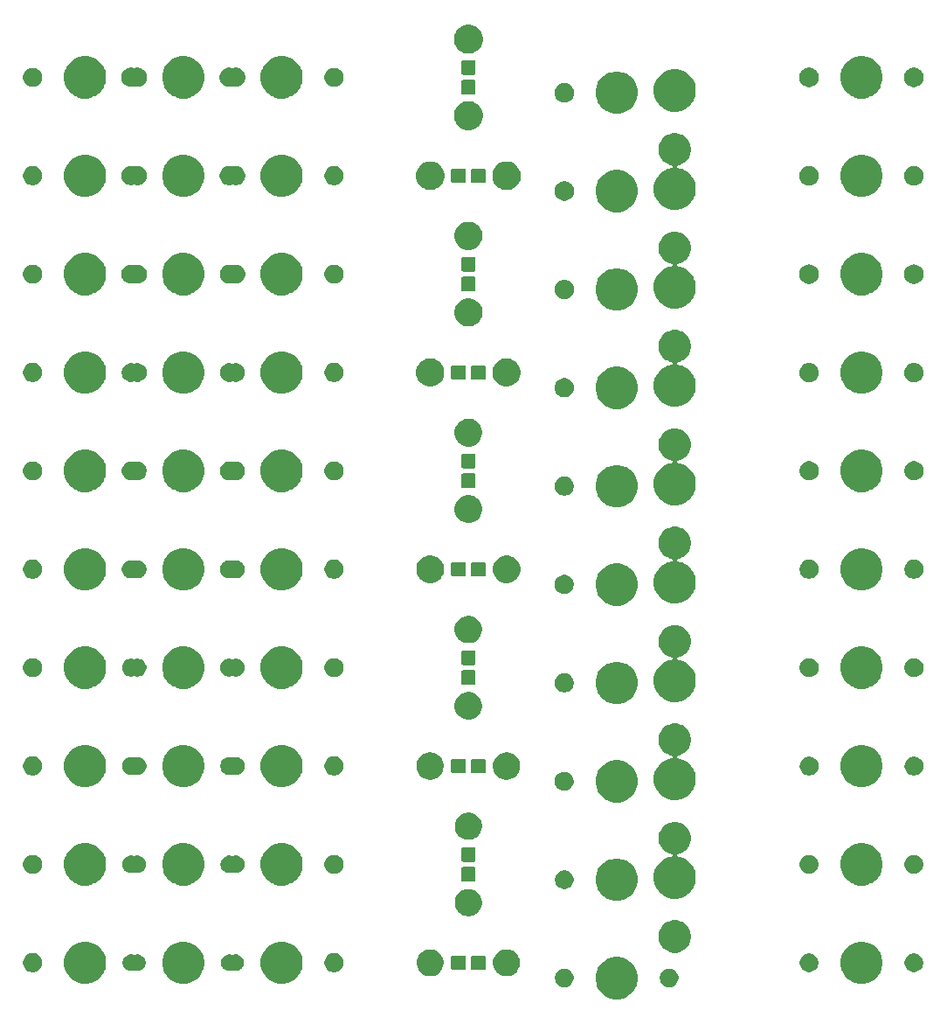
<source format=gbr>
G04 #@! TF.GenerationSoftware,KiCad,Pcbnew,(5.1.4)-1*
G04 #@! TF.CreationDate,2019-09-06T01:52:25-07:00*
G04 #@! TF.ProjectId,testing footprints,74657374-696e-4672-9066-6f6f74707269,rev?*
G04 #@! TF.SameCoordinates,Original*
G04 #@! TF.FileFunction,Soldermask,Top*
G04 #@! TF.FilePolarity,Negative*
%FSLAX46Y46*%
G04 Gerber Fmt 4.6, Leading zero omitted, Abs format (unit mm)*
G04 Created by KiCad (PCBNEW (5.1.4)-1) date 2019-09-06 01:52:25*
%MOMM*%
%LPD*%
G04 APERTURE LIST*
%ADD10C,0.100000*%
G04 APERTURE END LIST*
D10*
G36*
X62596474Y-94758684D02*
G01*
X62814474Y-94848983D01*
X62968623Y-94912833D01*
X63303548Y-95136623D01*
X63588377Y-95421452D01*
X63812167Y-95756377D01*
X63873961Y-95905562D01*
X63966316Y-96128526D01*
X64044900Y-96523594D01*
X64044900Y-96926406D01*
X63966316Y-97321474D01*
X63921885Y-97428739D01*
X63812167Y-97693623D01*
X63588377Y-98028548D01*
X63303548Y-98313377D01*
X62968623Y-98537167D01*
X62814474Y-98601017D01*
X62596474Y-98691316D01*
X62201406Y-98769900D01*
X61798594Y-98769900D01*
X61403526Y-98691316D01*
X61185526Y-98601017D01*
X61031377Y-98537167D01*
X60696452Y-98313377D01*
X60411623Y-98028548D01*
X60187833Y-97693623D01*
X60078115Y-97428739D01*
X60033684Y-97321474D01*
X59955100Y-96926406D01*
X59955100Y-96523594D01*
X60033684Y-96128526D01*
X60126039Y-95905562D01*
X60187833Y-95756377D01*
X60411623Y-95421452D01*
X60696452Y-95136623D01*
X61031377Y-94912833D01*
X61185526Y-94848983D01*
X61403526Y-94758684D01*
X61798594Y-94680100D01*
X62201406Y-94680100D01*
X62596474Y-94758684D01*
X62596474Y-94758684D01*
G37*
G36*
X67344270Y-95853816D02*
G01*
X67509153Y-95922113D01*
X67657539Y-96021261D01*
X67783739Y-96147461D01*
X67882887Y-96295847D01*
X67951184Y-96460730D01*
X67986000Y-96635765D01*
X67986000Y-96814235D01*
X67951184Y-96989270D01*
X67882887Y-97154153D01*
X67783739Y-97302539D01*
X67657539Y-97428739D01*
X67509153Y-97527887D01*
X67344270Y-97596184D01*
X67169235Y-97631000D01*
X66990765Y-97631000D01*
X66815730Y-97596184D01*
X66650847Y-97527887D01*
X66502461Y-97428739D01*
X66376261Y-97302539D01*
X66277113Y-97154153D01*
X66208816Y-96989270D01*
X66174000Y-96814235D01*
X66174000Y-96635765D01*
X66208816Y-96460730D01*
X66277113Y-96295847D01*
X66376261Y-96147461D01*
X66502461Y-96021261D01*
X66650847Y-95922113D01*
X66815730Y-95853816D01*
X66990765Y-95819000D01*
X67169235Y-95819000D01*
X67344270Y-95853816D01*
X67344270Y-95853816D01*
G37*
G36*
X57184270Y-95853816D02*
G01*
X57349153Y-95922113D01*
X57497539Y-96021261D01*
X57623739Y-96147461D01*
X57722887Y-96295847D01*
X57791184Y-96460730D01*
X57826000Y-96635765D01*
X57826000Y-96814235D01*
X57791184Y-96989270D01*
X57722887Y-97154153D01*
X57623739Y-97302539D01*
X57497539Y-97428739D01*
X57349153Y-97527887D01*
X57184270Y-97596184D01*
X57009235Y-97631000D01*
X56830765Y-97631000D01*
X56655730Y-97596184D01*
X56490847Y-97527887D01*
X56342461Y-97428739D01*
X56216261Y-97302539D01*
X56117113Y-97154153D01*
X56048816Y-96989270D01*
X56014000Y-96814235D01*
X56014000Y-96635765D01*
X56048816Y-96460730D01*
X56117113Y-96295847D01*
X56216261Y-96147461D01*
X56342461Y-96021261D01*
X56490847Y-95922113D01*
X56655730Y-95853816D01*
X56830765Y-95819000D01*
X57009235Y-95819000D01*
X57184270Y-95853816D01*
X57184270Y-95853816D01*
G37*
G36*
X11071474Y-93283684D02*
G01*
X11289474Y-93373983D01*
X11443623Y-93437833D01*
X11778548Y-93661623D01*
X12063377Y-93946452D01*
X12287167Y-94281377D01*
X12319562Y-94359586D01*
X12441316Y-94653526D01*
X12519900Y-95048594D01*
X12519900Y-95451406D01*
X12441316Y-95846474D01*
X12390451Y-95969272D01*
X12287167Y-96218623D01*
X12063377Y-96553548D01*
X11778548Y-96838377D01*
X11443623Y-97062167D01*
X11289474Y-97126017D01*
X11071474Y-97216316D01*
X10676406Y-97294900D01*
X10273594Y-97294900D01*
X9878526Y-97216316D01*
X9660526Y-97126017D01*
X9506377Y-97062167D01*
X9171452Y-96838377D01*
X8886623Y-96553548D01*
X8662833Y-96218623D01*
X8559549Y-95969272D01*
X8508684Y-95846474D01*
X8430100Y-95451406D01*
X8430100Y-95048594D01*
X8508684Y-94653526D01*
X8630438Y-94359586D01*
X8662833Y-94281377D01*
X8886623Y-93946452D01*
X9171452Y-93661623D01*
X9506377Y-93437833D01*
X9660526Y-93373983D01*
X9878526Y-93283684D01*
X10273594Y-93205100D01*
X10676406Y-93205100D01*
X11071474Y-93283684D01*
X11071474Y-93283684D01*
G37*
G36*
X86321474Y-93283684D02*
G01*
X86539474Y-93373983D01*
X86693623Y-93437833D01*
X87028548Y-93661623D01*
X87313377Y-93946452D01*
X87537167Y-94281377D01*
X87569562Y-94359586D01*
X87691316Y-94653526D01*
X87769900Y-95048594D01*
X87769900Y-95451406D01*
X87691316Y-95846474D01*
X87640451Y-95969272D01*
X87537167Y-96218623D01*
X87313377Y-96553548D01*
X87028548Y-96838377D01*
X86693623Y-97062167D01*
X86539474Y-97126017D01*
X86321474Y-97216316D01*
X85926406Y-97294900D01*
X85523594Y-97294900D01*
X85128526Y-97216316D01*
X84910526Y-97126017D01*
X84756377Y-97062167D01*
X84421452Y-96838377D01*
X84136623Y-96553548D01*
X83912833Y-96218623D01*
X83809549Y-95969272D01*
X83758684Y-95846474D01*
X83680100Y-95451406D01*
X83680100Y-95048594D01*
X83758684Y-94653526D01*
X83880438Y-94359586D01*
X83912833Y-94281377D01*
X84136623Y-93946452D01*
X84421452Y-93661623D01*
X84756377Y-93437833D01*
X84910526Y-93373983D01*
X85128526Y-93283684D01*
X85523594Y-93205100D01*
X85926406Y-93205100D01*
X86321474Y-93283684D01*
X86321474Y-93283684D01*
G37*
G36*
X20596474Y-93283684D02*
G01*
X20814474Y-93373983D01*
X20968623Y-93437833D01*
X21303548Y-93661623D01*
X21588377Y-93946452D01*
X21812167Y-94281377D01*
X21844562Y-94359586D01*
X21966316Y-94653526D01*
X22044900Y-95048594D01*
X22044900Y-95451406D01*
X21966316Y-95846474D01*
X21915451Y-95969272D01*
X21812167Y-96218623D01*
X21588377Y-96553548D01*
X21303548Y-96838377D01*
X20968623Y-97062167D01*
X20814474Y-97126017D01*
X20596474Y-97216316D01*
X20201406Y-97294900D01*
X19798594Y-97294900D01*
X19403526Y-97216316D01*
X19185526Y-97126017D01*
X19031377Y-97062167D01*
X18696452Y-96838377D01*
X18411623Y-96553548D01*
X18187833Y-96218623D01*
X18084549Y-95969272D01*
X18033684Y-95846474D01*
X17955100Y-95451406D01*
X17955100Y-95048594D01*
X18033684Y-94653526D01*
X18155438Y-94359586D01*
X18187833Y-94281377D01*
X18411623Y-93946452D01*
X18696452Y-93661623D01*
X19031377Y-93437833D01*
X19185526Y-93373983D01*
X19403526Y-93283684D01*
X19798594Y-93205100D01*
X20201406Y-93205100D01*
X20596474Y-93283684D01*
X20596474Y-93283684D01*
G37*
G36*
X30121474Y-93283684D02*
G01*
X30339474Y-93373983D01*
X30493623Y-93437833D01*
X30828548Y-93661623D01*
X31113377Y-93946452D01*
X31337167Y-94281377D01*
X31369562Y-94359586D01*
X31491316Y-94653526D01*
X31569900Y-95048594D01*
X31569900Y-95451406D01*
X31491316Y-95846474D01*
X31440451Y-95969272D01*
X31337167Y-96218623D01*
X31113377Y-96553548D01*
X30828548Y-96838377D01*
X30493623Y-97062167D01*
X30339474Y-97126017D01*
X30121474Y-97216316D01*
X29726406Y-97294900D01*
X29323594Y-97294900D01*
X28928526Y-97216316D01*
X28710526Y-97126017D01*
X28556377Y-97062167D01*
X28221452Y-96838377D01*
X27936623Y-96553548D01*
X27712833Y-96218623D01*
X27609549Y-95969272D01*
X27558684Y-95846474D01*
X27480100Y-95451406D01*
X27480100Y-95048594D01*
X27558684Y-94653526D01*
X27680438Y-94359586D01*
X27712833Y-94281377D01*
X27936623Y-93946452D01*
X28221452Y-93661623D01*
X28556377Y-93437833D01*
X28710526Y-93373983D01*
X28928526Y-93283684D01*
X29323594Y-93205100D01*
X29726406Y-93205100D01*
X30121474Y-93283684D01*
X30121474Y-93283684D01*
G37*
G36*
X44304487Y-93998996D02*
G01*
X44541253Y-94097068D01*
X44541255Y-94097069D01*
X44754339Y-94239447D01*
X44935553Y-94420661D01*
X45031481Y-94564227D01*
X45077932Y-94633747D01*
X45176004Y-94870513D01*
X45226000Y-95121861D01*
X45226000Y-95378139D01*
X45176004Y-95629487D01*
X45083083Y-95853817D01*
X45077931Y-95866255D01*
X44935553Y-96079339D01*
X44754339Y-96260553D01*
X44541255Y-96402931D01*
X44541254Y-96402932D01*
X44541253Y-96402932D01*
X44304487Y-96501004D01*
X44053139Y-96551000D01*
X43796861Y-96551000D01*
X43545513Y-96501004D01*
X43308747Y-96402932D01*
X43308746Y-96402932D01*
X43308745Y-96402931D01*
X43095661Y-96260553D01*
X42914447Y-96079339D01*
X42772069Y-95866255D01*
X42766917Y-95853817D01*
X42673996Y-95629487D01*
X42624000Y-95378139D01*
X42624000Y-95121861D01*
X42673996Y-94870513D01*
X42772068Y-94633747D01*
X42818520Y-94564227D01*
X42914447Y-94420661D01*
X43095661Y-94239447D01*
X43308745Y-94097069D01*
X43308747Y-94097068D01*
X43545513Y-93998996D01*
X43796861Y-93949000D01*
X44053139Y-93949000D01*
X44304487Y-93998996D01*
X44304487Y-93998996D01*
G37*
G36*
X51704487Y-93998996D02*
G01*
X51941253Y-94097068D01*
X51941255Y-94097069D01*
X52154339Y-94239447D01*
X52335553Y-94420661D01*
X52431481Y-94564227D01*
X52477932Y-94633747D01*
X52576004Y-94870513D01*
X52626000Y-95121861D01*
X52626000Y-95378139D01*
X52576004Y-95629487D01*
X52483083Y-95853817D01*
X52477931Y-95866255D01*
X52335553Y-96079339D01*
X52154339Y-96260553D01*
X51941255Y-96402931D01*
X51941254Y-96402932D01*
X51941253Y-96402932D01*
X51704487Y-96501004D01*
X51453139Y-96551000D01*
X51196861Y-96551000D01*
X50945513Y-96501004D01*
X50708747Y-96402932D01*
X50708746Y-96402932D01*
X50708745Y-96402931D01*
X50495661Y-96260553D01*
X50314447Y-96079339D01*
X50172069Y-95866255D01*
X50166917Y-95853817D01*
X50073996Y-95629487D01*
X50024000Y-95378139D01*
X50024000Y-95121861D01*
X50073996Y-94870513D01*
X50172068Y-94633747D01*
X50218520Y-94564227D01*
X50314447Y-94420661D01*
X50495661Y-94239447D01*
X50708745Y-94097069D01*
X50708747Y-94097068D01*
X50945513Y-93998996D01*
X51196861Y-93949000D01*
X51453139Y-93949000D01*
X51704487Y-93998996D01*
X51704487Y-93998996D01*
G37*
G36*
X5665104Y-94359585D02*
G01*
X5833626Y-94429389D01*
X5985291Y-94530728D01*
X6114272Y-94659709D01*
X6215611Y-94811374D01*
X6285415Y-94979896D01*
X6321000Y-95158797D01*
X6321000Y-95341203D01*
X6285415Y-95520104D01*
X6215611Y-95688626D01*
X6114272Y-95840291D01*
X5985291Y-95969272D01*
X5833626Y-96070611D01*
X5665104Y-96140415D01*
X5486203Y-96176000D01*
X5303797Y-96176000D01*
X5124896Y-96140415D01*
X4956374Y-96070611D01*
X4804709Y-95969272D01*
X4675728Y-95840291D01*
X4574389Y-95688626D01*
X4504585Y-95520104D01*
X4469000Y-95341203D01*
X4469000Y-95158797D01*
X4504585Y-94979896D01*
X4574389Y-94811374D01*
X4675728Y-94659709D01*
X4804709Y-94530728D01*
X4956374Y-94429389D01*
X5124896Y-94359585D01*
X5303797Y-94324000D01*
X5486203Y-94324000D01*
X5665104Y-94359585D01*
X5665104Y-94359585D01*
G37*
G36*
X34875104Y-94359585D02*
G01*
X35043626Y-94429389D01*
X35195291Y-94530728D01*
X35324272Y-94659709D01*
X35425611Y-94811374D01*
X35495415Y-94979896D01*
X35531000Y-95158797D01*
X35531000Y-95341203D01*
X35495415Y-95520104D01*
X35425611Y-95688626D01*
X35324272Y-95840291D01*
X35195291Y-95969272D01*
X35043626Y-96070611D01*
X34875104Y-96140415D01*
X34696203Y-96176000D01*
X34513797Y-96176000D01*
X34334896Y-96140415D01*
X34166374Y-96070611D01*
X34014709Y-95969272D01*
X33885728Y-95840291D01*
X33784389Y-95688626D01*
X33714585Y-95520104D01*
X33679000Y-95341203D01*
X33679000Y-95158797D01*
X33714585Y-94979896D01*
X33784389Y-94811374D01*
X33885728Y-94659709D01*
X34014709Y-94530728D01*
X34166374Y-94429389D01*
X34334896Y-94359585D01*
X34513797Y-94324000D01*
X34696203Y-94324000D01*
X34875104Y-94359585D01*
X34875104Y-94359585D01*
G37*
G36*
X80909270Y-94378816D02*
G01*
X81074153Y-94447113D01*
X81222539Y-94546261D01*
X81348739Y-94672461D01*
X81447887Y-94820847D01*
X81516184Y-94985730D01*
X81551000Y-95160765D01*
X81551000Y-95339235D01*
X81516184Y-95514270D01*
X81447887Y-95679153D01*
X81348739Y-95827539D01*
X81222539Y-95953739D01*
X81074153Y-96052887D01*
X80909270Y-96121184D01*
X80734235Y-96156000D01*
X80555765Y-96156000D01*
X80380730Y-96121184D01*
X80215847Y-96052887D01*
X80067461Y-95953739D01*
X79941261Y-95827539D01*
X79842113Y-95679153D01*
X79773816Y-95514270D01*
X79739000Y-95339235D01*
X79739000Y-95160765D01*
X79773816Y-94985730D01*
X79842113Y-94820847D01*
X79941261Y-94672461D01*
X80067461Y-94546261D01*
X80215847Y-94447113D01*
X80380730Y-94378816D01*
X80555765Y-94344000D01*
X80734235Y-94344000D01*
X80909270Y-94378816D01*
X80909270Y-94378816D01*
G37*
G36*
X91069270Y-94378816D02*
G01*
X91234153Y-94447113D01*
X91382539Y-94546261D01*
X91508739Y-94672461D01*
X91607887Y-94820847D01*
X91676184Y-94985730D01*
X91711000Y-95160765D01*
X91711000Y-95339235D01*
X91676184Y-95514270D01*
X91607887Y-95679153D01*
X91508739Y-95827539D01*
X91382539Y-95953739D01*
X91234153Y-96052887D01*
X91069270Y-96121184D01*
X90894235Y-96156000D01*
X90715765Y-96156000D01*
X90540730Y-96121184D01*
X90375847Y-96052887D01*
X90227461Y-95953739D01*
X90101261Y-95827539D01*
X90002113Y-95679153D01*
X89933816Y-95514270D01*
X89899000Y-95339235D01*
X89899000Y-95160765D01*
X89933816Y-94985730D01*
X90002113Y-94820847D01*
X90101261Y-94672461D01*
X90227461Y-94546261D01*
X90375847Y-94447113D01*
X90540730Y-94378816D01*
X90715765Y-94344000D01*
X90894235Y-94344000D01*
X91069270Y-94378816D01*
X91069270Y-94378816D01*
G37*
G36*
X15153643Y-94479781D02*
G01*
X15189665Y-94494702D01*
X15213114Y-94501815D01*
X15237500Y-94504217D01*
X15261886Y-94501815D01*
X15285335Y-94494702D01*
X15321357Y-94479781D01*
X15476107Y-94449000D01*
X15633893Y-94449000D01*
X15788642Y-94479781D01*
X15934414Y-94540162D01*
X15934416Y-94540163D01*
X16065608Y-94627822D01*
X16177178Y-94739392D01*
X16264837Y-94870584D01*
X16264838Y-94870586D01*
X16325219Y-95016358D01*
X16356000Y-95171107D01*
X16356000Y-95328893D01*
X16325219Y-95483642D01*
X16264838Y-95629414D01*
X16264837Y-95629416D01*
X16177178Y-95760608D01*
X16065608Y-95872178D01*
X15934416Y-95959837D01*
X15934415Y-95959838D01*
X15934414Y-95959838D01*
X15788642Y-96020219D01*
X15633893Y-96051000D01*
X15476107Y-96051000D01*
X15321357Y-96020219D01*
X15285335Y-96005298D01*
X15261886Y-95998185D01*
X15237500Y-95995783D01*
X15213114Y-95998185D01*
X15189665Y-96005298D01*
X15153643Y-96020219D01*
X14998893Y-96051000D01*
X14841107Y-96051000D01*
X14686358Y-96020219D01*
X14540586Y-95959838D01*
X14540585Y-95959838D01*
X14540584Y-95959837D01*
X14409392Y-95872178D01*
X14297822Y-95760608D01*
X14210163Y-95629416D01*
X14210162Y-95629414D01*
X14149781Y-95483642D01*
X14119000Y-95328893D01*
X14119000Y-95171107D01*
X14149781Y-95016358D01*
X14210162Y-94870586D01*
X14210163Y-94870584D01*
X14297822Y-94739392D01*
X14409392Y-94627822D01*
X14540584Y-94540163D01*
X14540586Y-94540162D01*
X14686358Y-94479781D01*
X14841107Y-94449000D01*
X14998893Y-94449000D01*
X15153643Y-94479781D01*
X15153643Y-94479781D01*
G37*
G36*
X24678643Y-94479781D02*
G01*
X24714665Y-94494702D01*
X24738114Y-94501815D01*
X24762500Y-94504217D01*
X24786886Y-94501815D01*
X24810335Y-94494702D01*
X24846357Y-94479781D01*
X25001107Y-94449000D01*
X25158893Y-94449000D01*
X25313642Y-94479781D01*
X25459414Y-94540162D01*
X25459416Y-94540163D01*
X25590608Y-94627822D01*
X25702178Y-94739392D01*
X25789837Y-94870584D01*
X25789838Y-94870586D01*
X25850219Y-95016358D01*
X25881000Y-95171107D01*
X25881000Y-95328893D01*
X25850219Y-95483642D01*
X25789838Y-95629414D01*
X25789837Y-95629416D01*
X25702178Y-95760608D01*
X25590608Y-95872178D01*
X25459416Y-95959837D01*
X25459415Y-95959838D01*
X25459414Y-95959838D01*
X25313642Y-96020219D01*
X25158893Y-96051000D01*
X25001107Y-96051000D01*
X24846357Y-96020219D01*
X24810335Y-96005298D01*
X24786886Y-95998185D01*
X24762500Y-95995783D01*
X24738114Y-95998185D01*
X24714665Y-96005298D01*
X24678643Y-96020219D01*
X24523893Y-96051000D01*
X24366107Y-96051000D01*
X24211358Y-96020219D01*
X24065586Y-95959838D01*
X24065585Y-95959838D01*
X24065584Y-95959837D01*
X23934392Y-95872178D01*
X23822822Y-95760608D01*
X23735163Y-95629416D01*
X23735162Y-95629414D01*
X23674781Y-95483642D01*
X23644000Y-95328893D01*
X23644000Y-95171107D01*
X23674781Y-95016358D01*
X23735162Y-94870586D01*
X23735163Y-94870584D01*
X23822822Y-94739392D01*
X23934392Y-94627822D01*
X24065584Y-94540163D01*
X24065586Y-94540162D01*
X24211358Y-94479781D01*
X24366107Y-94449000D01*
X24523893Y-94449000D01*
X24678643Y-94479781D01*
X24678643Y-94479781D01*
G37*
G36*
X47220781Y-94553295D02*
G01*
X47256816Y-94564227D01*
X47290024Y-94581977D01*
X47319134Y-94605866D01*
X47343023Y-94634976D01*
X47360773Y-94668184D01*
X47371705Y-94704219D01*
X47376000Y-94747831D01*
X47376000Y-95752169D01*
X47371705Y-95795781D01*
X47360773Y-95831816D01*
X47343023Y-95865024D01*
X47319134Y-95894134D01*
X47290024Y-95918023D01*
X47256816Y-95935773D01*
X47220781Y-95946705D01*
X47177169Y-95951000D01*
X46147831Y-95951000D01*
X46104219Y-95946705D01*
X46068184Y-95935773D01*
X46034976Y-95918023D01*
X46005866Y-95894134D01*
X45981977Y-95865024D01*
X45964227Y-95831816D01*
X45953295Y-95795781D01*
X45949000Y-95752169D01*
X45949000Y-94747831D01*
X45953295Y-94704219D01*
X45964227Y-94668184D01*
X45981977Y-94634976D01*
X46005866Y-94605866D01*
X46034976Y-94581977D01*
X46068184Y-94564227D01*
X46104219Y-94553295D01*
X46147831Y-94549000D01*
X47177169Y-94549000D01*
X47220781Y-94553295D01*
X47220781Y-94553295D01*
G37*
G36*
X49145781Y-94553295D02*
G01*
X49181816Y-94564227D01*
X49215024Y-94581977D01*
X49244134Y-94605866D01*
X49268023Y-94634976D01*
X49285773Y-94668184D01*
X49296705Y-94704219D01*
X49301000Y-94747831D01*
X49301000Y-95752169D01*
X49296705Y-95795781D01*
X49285773Y-95831816D01*
X49268023Y-95865024D01*
X49244134Y-95894134D01*
X49215024Y-95918023D01*
X49181816Y-95935773D01*
X49145781Y-95946705D01*
X49102169Y-95951000D01*
X48072831Y-95951000D01*
X48029219Y-95946705D01*
X47993184Y-95935773D01*
X47959976Y-95918023D01*
X47930866Y-95894134D01*
X47906977Y-95865024D01*
X47889227Y-95831816D01*
X47878295Y-95795781D01*
X47874000Y-95752169D01*
X47874000Y-94747831D01*
X47878295Y-94704219D01*
X47889227Y-94668184D01*
X47906977Y-94634976D01*
X47930866Y-94605866D01*
X47959976Y-94581977D01*
X47993184Y-94564227D01*
X48029219Y-94553295D01*
X48072831Y-94549000D01*
X49102169Y-94549000D01*
X49145781Y-94553295D01*
X49145781Y-94553295D01*
G37*
G36*
X68084411Y-91195526D02*
G01*
X68203137Y-91244704D01*
X68371041Y-91314252D01*
X68371042Y-91314253D01*
X68629004Y-91486617D01*
X68848383Y-91705996D01*
X68963553Y-91878361D01*
X69020748Y-91963959D01*
X69139474Y-92250590D01*
X69200000Y-92554875D01*
X69200000Y-92865125D01*
X69139474Y-93169410D01*
X69020748Y-93456041D01*
X69020747Y-93456042D01*
X68848383Y-93714004D01*
X68629004Y-93933383D01*
X68530805Y-93998997D01*
X68371041Y-94105748D01*
X68203137Y-94175296D01*
X68084411Y-94224474D01*
X68009136Y-94239447D01*
X67780125Y-94285000D01*
X67469875Y-94285000D01*
X67240864Y-94239447D01*
X67165589Y-94224474D01*
X67046863Y-94175296D01*
X66878959Y-94105748D01*
X66719195Y-93998997D01*
X66620996Y-93933383D01*
X66401617Y-93714004D01*
X66229253Y-93456042D01*
X66229252Y-93456041D01*
X66110526Y-93169410D01*
X66050000Y-92865125D01*
X66050000Y-92554875D01*
X66110526Y-92250590D01*
X66229252Y-91963959D01*
X66286447Y-91878361D01*
X66401617Y-91705996D01*
X66620996Y-91486617D01*
X66878958Y-91314253D01*
X66878959Y-91314252D01*
X67046863Y-91244704D01*
X67165589Y-91195526D01*
X67469875Y-91135000D01*
X67780125Y-91135000D01*
X68084411Y-91195526D01*
X68084411Y-91195526D01*
G37*
G36*
X47922977Y-88147587D02*
G01*
X48007404Y-88164381D01*
X48106229Y-88205316D01*
X48245990Y-88263206D01*
X48245991Y-88263207D01*
X48460714Y-88406680D01*
X48643320Y-88589286D01*
X48643321Y-88589288D01*
X48786794Y-88804010D01*
X48885619Y-89042597D01*
X48936000Y-89295876D01*
X48936000Y-89554124D01*
X48885619Y-89807403D01*
X48786794Y-90045990D01*
X48786793Y-90045991D01*
X48643320Y-90260714D01*
X48460714Y-90443320D01*
X48352623Y-90515544D01*
X48245990Y-90586794D01*
X48106229Y-90644684D01*
X48007404Y-90685619D01*
X47922977Y-90702413D01*
X47754124Y-90736000D01*
X47495876Y-90736000D01*
X47327023Y-90702413D01*
X47242596Y-90685619D01*
X47143771Y-90644684D01*
X47004010Y-90586794D01*
X46897377Y-90515544D01*
X46789286Y-90443320D01*
X46606680Y-90260714D01*
X46463207Y-90045991D01*
X46463206Y-90045990D01*
X46364381Y-89807403D01*
X46314000Y-89554124D01*
X46314000Y-89295876D01*
X46364381Y-89042597D01*
X46463206Y-88804010D01*
X46606679Y-88589288D01*
X46606680Y-88589286D01*
X46789286Y-88406680D01*
X47004009Y-88263207D01*
X47004010Y-88263206D01*
X47143771Y-88205316D01*
X47242596Y-88164381D01*
X47327023Y-88147587D01*
X47495876Y-88114000D01*
X47754124Y-88114000D01*
X47922977Y-88147587D01*
X47922977Y-88147587D01*
G37*
G36*
X62596474Y-85233684D02*
G01*
X62723681Y-85286375D01*
X62968623Y-85387833D01*
X63303548Y-85611623D01*
X63588377Y-85896452D01*
X63812167Y-86231377D01*
X63850536Y-86324009D01*
X63966316Y-86603526D01*
X64044900Y-86998594D01*
X64044900Y-87401406D01*
X63966316Y-87796474D01*
X63878981Y-88007318D01*
X63812167Y-88168623D01*
X63588377Y-88503548D01*
X63303548Y-88788377D01*
X62968623Y-89012167D01*
X62895158Y-89042597D01*
X62596474Y-89166316D01*
X62201406Y-89244900D01*
X61798594Y-89244900D01*
X61403526Y-89166316D01*
X61104842Y-89042597D01*
X61031377Y-89012167D01*
X60696452Y-88788377D01*
X60411623Y-88503548D01*
X60187833Y-88168623D01*
X60121019Y-88007318D01*
X60033684Y-87796474D01*
X59955100Y-87401406D01*
X59955100Y-86998594D01*
X60033684Y-86603526D01*
X60149464Y-86324009D01*
X60187833Y-86231377D01*
X60411623Y-85896452D01*
X60696452Y-85611623D01*
X61031377Y-85387833D01*
X61276319Y-85286375D01*
X61403526Y-85233684D01*
X61798594Y-85155100D01*
X62201406Y-85155100D01*
X62596474Y-85233684D01*
X62596474Y-85233684D01*
G37*
G36*
X68084411Y-81670526D02*
G01*
X68203137Y-81719704D01*
X68371041Y-81789252D01*
X68371042Y-81789253D01*
X68629004Y-81961617D01*
X68848383Y-82180996D01*
X68963553Y-82353361D01*
X69020748Y-82438959D01*
X69139474Y-82725590D01*
X69200000Y-83029875D01*
X69200000Y-83340125D01*
X69139474Y-83644410D01*
X69020748Y-83931041D01*
X69020747Y-83931042D01*
X68848383Y-84189004D01*
X68629004Y-84408383D01*
X68456639Y-84523553D01*
X68371041Y-84580748D01*
X68203137Y-84650296D01*
X68084411Y-84699474D01*
X67941754Y-84727850D01*
X67918305Y-84734963D01*
X67896694Y-84746514D01*
X67877752Y-84762059D01*
X67862207Y-84781001D01*
X67850656Y-84802612D01*
X67843543Y-84826061D01*
X67841141Y-84850447D01*
X67843543Y-84874833D01*
X67850656Y-84898282D01*
X67862207Y-84919893D01*
X67877752Y-84938835D01*
X67896694Y-84954380D01*
X67918305Y-84965931D01*
X67941754Y-84973044D01*
X68221474Y-85028684D01*
X68439474Y-85118983D01*
X68593623Y-85182833D01*
X68928548Y-85406623D01*
X69213377Y-85691452D01*
X69437167Y-86026377D01*
X69479302Y-86128100D01*
X69591316Y-86398526D01*
X69669900Y-86793594D01*
X69669900Y-87196406D01*
X69591316Y-87591474D01*
X69574728Y-87631520D01*
X69437167Y-87963623D01*
X69213377Y-88298548D01*
X68928548Y-88583377D01*
X68593623Y-88807167D01*
X68439474Y-88871017D01*
X68221474Y-88961316D01*
X67826406Y-89039900D01*
X67423594Y-89039900D01*
X67028526Y-88961316D01*
X66810526Y-88871017D01*
X66656377Y-88807167D01*
X66321452Y-88583377D01*
X66036623Y-88298548D01*
X65812833Y-87963623D01*
X65675272Y-87631520D01*
X65658684Y-87591474D01*
X65580100Y-87196406D01*
X65580100Y-86793594D01*
X65658684Y-86398526D01*
X65770698Y-86128100D01*
X65812833Y-86026377D01*
X66036623Y-85691452D01*
X66321452Y-85406623D01*
X66656377Y-85182833D01*
X66810526Y-85118983D01*
X67028526Y-85028684D01*
X67308246Y-84973044D01*
X67331695Y-84965931D01*
X67353306Y-84954380D01*
X67372248Y-84938835D01*
X67387793Y-84919893D01*
X67399344Y-84898282D01*
X67406457Y-84874833D01*
X67408859Y-84850447D01*
X67406457Y-84826061D01*
X67399344Y-84802612D01*
X67387793Y-84781001D01*
X67372248Y-84762059D01*
X67353306Y-84746514D01*
X67331695Y-84734963D01*
X67308246Y-84727850D01*
X67165589Y-84699474D01*
X67046863Y-84650296D01*
X66878959Y-84580748D01*
X66793361Y-84523553D01*
X66620996Y-84408383D01*
X66401617Y-84189004D01*
X66229253Y-83931042D01*
X66229252Y-83931041D01*
X66110526Y-83644410D01*
X66050000Y-83340125D01*
X66050000Y-83029875D01*
X66110526Y-82725590D01*
X66229252Y-82438959D01*
X66286447Y-82353361D01*
X66401617Y-82180996D01*
X66620996Y-81961617D01*
X66878958Y-81789253D01*
X66878959Y-81789252D01*
X67046863Y-81719704D01*
X67165589Y-81670526D01*
X67469875Y-81610000D01*
X67780125Y-81610000D01*
X68084411Y-81670526D01*
X68084411Y-81670526D01*
G37*
G36*
X57185729Y-86324009D02*
G01*
X57351519Y-86392681D01*
X57411292Y-86432620D01*
X57500729Y-86492380D01*
X57627620Y-86619271D01*
X57677300Y-86693622D01*
X57727319Y-86768481D01*
X57795991Y-86934271D01*
X57831000Y-87110273D01*
X57831000Y-87289727D01*
X57795991Y-87465729D01*
X57727319Y-87631519D01*
X57727318Y-87631520D01*
X57627620Y-87780729D01*
X57500729Y-87907620D01*
X57425617Y-87957808D01*
X57351519Y-88007319D01*
X57185729Y-88075991D01*
X57009727Y-88111000D01*
X56830273Y-88111000D01*
X56654271Y-88075991D01*
X56488481Y-88007319D01*
X56414383Y-87957808D01*
X56339271Y-87907620D01*
X56212380Y-87780729D01*
X56112682Y-87631520D01*
X56112681Y-87631519D01*
X56044009Y-87465729D01*
X56009000Y-87289727D01*
X56009000Y-87110273D01*
X56044009Y-86934271D01*
X56112681Y-86768481D01*
X56162700Y-86693622D01*
X56212380Y-86619271D01*
X56339271Y-86492380D01*
X56428708Y-86432620D01*
X56488481Y-86392681D01*
X56654271Y-86324009D01*
X56830273Y-86289000D01*
X57009727Y-86289000D01*
X57185729Y-86324009D01*
X57185729Y-86324009D01*
G37*
G36*
X86321474Y-83758684D02*
G01*
X86539474Y-83848983D01*
X86693623Y-83912833D01*
X87028548Y-84136623D01*
X87313377Y-84421452D01*
X87537167Y-84756377D01*
X87569562Y-84834586D01*
X87691316Y-85128526D01*
X87769900Y-85523594D01*
X87769900Y-85926406D01*
X87691316Y-86321474D01*
X87626005Y-86479148D01*
X87537167Y-86693623D01*
X87313377Y-87028548D01*
X87028548Y-87313377D01*
X86693623Y-87537167D01*
X86562514Y-87591474D01*
X86321474Y-87691316D01*
X85926406Y-87769900D01*
X85523594Y-87769900D01*
X85128526Y-87691316D01*
X84887486Y-87591474D01*
X84756377Y-87537167D01*
X84421452Y-87313377D01*
X84136623Y-87028548D01*
X83912833Y-86693623D01*
X83823995Y-86479148D01*
X83758684Y-86321474D01*
X83680100Y-85926406D01*
X83680100Y-85523594D01*
X83758684Y-85128526D01*
X83880438Y-84834586D01*
X83912833Y-84756377D01*
X84136623Y-84421452D01*
X84421452Y-84136623D01*
X84756377Y-83912833D01*
X84910526Y-83848983D01*
X85128526Y-83758684D01*
X85523594Y-83680100D01*
X85926406Y-83680100D01*
X86321474Y-83758684D01*
X86321474Y-83758684D01*
G37*
G36*
X30121474Y-83758684D02*
G01*
X30339474Y-83848983D01*
X30493623Y-83912833D01*
X30828548Y-84136623D01*
X31113377Y-84421452D01*
X31337167Y-84756377D01*
X31369562Y-84834586D01*
X31491316Y-85128526D01*
X31569900Y-85523594D01*
X31569900Y-85926406D01*
X31491316Y-86321474D01*
X31426005Y-86479148D01*
X31337167Y-86693623D01*
X31113377Y-87028548D01*
X30828548Y-87313377D01*
X30493623Y-87537167D01*
X30362514Y-87591474D01*
X30121474Y-87691316D01*
X29726406Y-87769900D01*
X29323594Y-87769900D01*
X28928526Y-87691316D01*
X28687486Y-87591474D01*
X28556377Y-87537167D01*
X28221452Y-87313377D01*
X27936623Y-87028548D01*
X27712833Y-86693623D01*
X27623995Y-86479148D01*
X27558684Y-86321474D01*
X27480100Y-85926406D01*
X27480100Y-85523594D01*
X27558684Y-85128526D01*
X27680438Y-84834586D01*
X27712833Y-84756377D01*
X27936623Y-84421452D01*
X28221452Y-84136623D01*
X28556377Y-83912833D01*
X28710526Y-83848983D01*
X28928526Y-83758684D01*
X29323594Y-83680100D01*
X29726406Y-83680100D01*
X30121474Y-83758684D01*
X30121474Y-83758684D01*
G37*
G36*
X11071474Y-83758684D02*
G01*
X11289474Y-83848983D01*
X11443623Y-83912833D01*
X11778548Y-84136623D01*
X12063377Y-84421452D01*
X12287167Y-84756377D01*
X12319562Y-84834586D01*
X12441316Y-85128526D01*
X12519900Y-85523594D01*
X12519900Y-85926406D01*
X12441316Y-86321474D01*
X12376005Y-86479148D01*
X12287167Y-86693623D01*
X12063377Y-87028548D01*
X11778548Y-87313377D01*
X11443623Y-87537167D01*
X11312514Y-87591474D01*
X11071474Y-87691316D01*
X10676406Y-87769900D01*
X10273594Y-87769900D01*
X9878526Y-87691316D01*
X9637486Y-87591474D01*
X9506377Y-87537167D01*
X9171452Y-87313377D01*
X8886623Y-87028548D01*
X8662833Y-86693623D01*
X8573995Y-86479148D01*
X8508684Y-86321474D01*
X8430100Y-85926406D01*
X8430100Y-85523594D01*
X8508684Y-85128526D01*
X8630438Y-84834586D01*
X8662833Y-84756377D01*
X8886623Y-84421452D01*
X9171452Y-84136623D01*
X9506377Y-83912833D01*
X9660526Y-83848983D01*
X9878526Y-83758684D01*
X10273594Y-83680100D01*
X10676406Y-83680100D01*
X11071474Y-83758684D01*
X11071474Y-83758684D01*
G37*
G36*
X20596474Y-83758684D02*
G01*
X20814474Y-83848983D01*
X20968623Y-83912833D01*
X21303548Y-84136623D01*
X21588377Y-84421452D01*
X21812167Y-84756377D01*
X21844562Y-84834586D01*
X21966316Y-85128526D01*
X22044900Y-85523594D01*
X22044900Y-85926406D01*
X21966316Y-86321474D01*
X21901005Y-86479148D01*
X21812167Y-86693623D01*
X21588377Y-87028548D01*
X21303548Y-87313377D01*
X20968623Y-87537167D01*
X20837514Y-87591474D01*
X20596474Y-87691316D01*
X20201406Y-87769900D01*
X19798594Y-87769900D01*
X19403526Y-87691316D01*
X19162486Y-87591474D01*
X19031377Y-87537167D01*
X18696452Y-87313377D01*
X18411623Y-87028548D01*
X18187833Y-86693623D01*
X18098995Y-86479148D01*
X18033684Y-86321474D01*
X17955100Y-85926406D01*
X17955100Y-85523594D01*
X18033684Y-85128526D01*
X18155438Y-84834586D01*
X18187833Y-84756377D01*
X18411623Y-84421452D01*
X18696452Y-84136623D01*
X19031377Y-83912833D01*
X19185526Y-83848983D01*
X19403526Y-83758684D01*
X19798594Y-83680100D01*
X20201406Y-83680100D01*
X20596474Y-83758684D01*
X20596474Y-83758684D01*
G37*
G36*
X48170781Y-85978295D02*
G01*
X48206816Y-85989227D01*
X48240024Y-86006977D01*
X48269134Y-86030866D01*
X48293023Y-86059976D01*
X48310773Y-86093184D01*
X48321705Y-86129219D01*
X48326000Y-86172831D01*
X48326000Y-87202169D01*
X48321705Y-87245781D01*
X48310773Y-87281816D01*
X48293023Y-87315024D01*
X48269134Y-87344134D01*
X48240024Y-87368023D01*
X48206816Y-87385773D01*
X48170781Y-87396705D01*
X48127169Y-87401000D01*
X47122831Y-87401000D01*
X47079219Y-87396705D01*
X47043184Y-87385773D01*
X47009976Y-87368023D01*
X46980866Y-87344134D01*
X46956977Y-87315024D01*
X46939227Y-87281816D01*
X46928295Y-87245781D01*
X46924000Y-87202169D01*
X46924000Y-86172831D01*
X46928295Y-86129219D01*
X46939227Y-86093184D01*
X46956977Y-86059976D01*
X46980866Y-86030866D01*
X47009976Y-86006977D01*
X47043184Y-85989227D01*
X47079219Y-85978295D01*
X47122831Y-85974000D01*
X48127169Y-85974000D01*
X48170781Y-85978295D01*
X48170781Y-85978295D01*
G37*
G36*
X5665104Y-84834585D02*
G01*
X5833626Y-84904389D01*
X5985291Y-85005728D01*
X6114272Y-85134709D01*
X6215611Y-85286374D01*
X6285415Y-85454896D01*
X6321000Y-85633797D01*
X6321000Y-85816203D01*
X6285415Y-85995104D01*
X6215611Y-86163626D01*
X6114272Y-86315291D01*
X5985291Y-86444272D01*
X5833626Y-86545611D01*
X5665104Y-86615415D01*
X5486203Y-86651000D01*
X5303797Y-86651000D01*
X5124896Y-86615415D01*
X4956374Y-86545611D01*
X4804709Y-86444272D01*
X4675728Y-86315291D01*
X4574389Y-86163626D01*
X4504585Y-85995104D01*
X4469000Y-85816203D01*
X4469000Y-85633797D01*
X4504585Y-85454896D01*
X4574389Y-85286374D01*
X4675728Y-85134709D01*
X4804709Y-85005728D01*
X4956374Y-84904389D01*
X5124896Y-84834585D01*
X5303797Y-84799000D01*
X5486203Y-84799000D01*
X5665104Y-84834585D01*
X5665104Y-84834585D01*
G37*
G36*
X34875104Y-84834585D02*
G01*
X35043626Y-84904389D01*
X35195291Y-85005728D01*
X35324272Y-85134709D01*
X35425611Y-85286374D01*
X35495415Y-85454896D01*
X35531000Y-85633797D01*
X35531000Y-85816203D01*
X35495415Y-85995104D01*
X35425611Y-86163626D01*
X35324272Y-86315291D01*
X35195291Y-86444272D01*
X35043626Y-86545611D01*
X34875104Y-86615415D01*
X34696203Y-86651000D01*
X34513797Y-86651000D01*
X34334896Y-86615415D01*
X34166374Y-86545611D01*
X34014709Y-86444272D01*
X33885728Y-86315291D01*
X33784389Y-86163626D01*
X33714585Y-85995104D01*
X33679000Y-85816203D01*
X33679000Y-85633797D01*
X33714585Y-85454896D01*
X33784389Y-85286374D01*
X33885728Y-85134709D01*
X34014709Y-85005728D01*
X34166374Y-84904389D01*
X34334896Y-84834585D01*
X34513797Y-84799000D01*
X34696203Y-84799000D01*
X34875104Y-84834585D01*
X34875104Y-84834585D01*
G37*
G36*
X91070729Y-84849009D02*
G01*
X91236519Y-84917681D01*
X91268178Y-84938835D01*
X91385729Y-85017380D01*
X91512620Y-85144271D01*
X91538176Y-85182519D01*
X91612319Y-85293481D01*
X91680991Y-85459271D01*
X91716000Y-85635273D01*
X91716000Y-85814727D01*
X91680991Y-85990729D01*
X91612319Y-86156519D01*
X91589269Y-86191016D01*
X91512620Y-86305729D01*
X91385729Y-86432620D01*
X91316096Y-86479147D01*
X91236519Y-86532319D01*
X91070729Y-86600991D01*
X90894727Y-86636000D01*
X90715273Y-86636000D01*
X90539271Y-86600991D01*
X90373481Y-86532319D01*
X90293904Y-86479147D01*
X90224271Y-86432620D01*
X90097380Y-86305729D01*
X90020731Y-86191016D01*
X89997681Y-86156519D01*
X89929009Y-85990729D01*
X89894000Y-85814727D01*
X89894000Y-85635273D01*
X89929009Y-85459271D01*
X89997681Y-85293481D01*
X90071824Y-85182519D01*
X90097380Y-85144271D01*
X90224271Y-85017380D01*
X90341822Y-84938835D01*
X90373481Y-84917681D01*
X90539271Y-84849009D01*
X90715273Y-84814000D01*
X90894727Y-84814000D01*
X91070729Y-84849009D01*
X91070729Y-84849009D01*
G37*
G36*
X80910729Y-84849009D02*
G01*
X81076519Y-84917681D01*
X81108178Y-84938835D01*
X81225729Y-85017380D01*
X81352620Y-85144271D01*
X81378176Y-85182519D01*
X81452319Y-85293481D01*
X81520991Y-85459271D01*
X81556000Y-85635273D01*
X81556000Y-85814727D01*
X81520991Y-85990729D01*
X81452319Y-86156519D01*
X81429269Y-86191016D01*
X81352620Y-86305729D01*
X81225729Y-86432620D01*
X81156096Y-86479147D01*
X81076519Y-86532319D01*
X80910729Y-86600991D01*
X80734727Y-86636000D01*
X80555273Y-86636000D01*
X80379271Y-86600991D01*
X80213481Y-86532319D01*
X80133904Y-86479147D01*
X80064271Y-86432620D01*
X79937380Y-86305729D01*
X79860731Y-86191016D01*
X79837681Y-86156519D01*
X79769009Y-85990729D01*
X79734000Y-85814727D01*
X79734000Y-85635273D01*
X79769009Y-85459271D01*
X79837681Y-85293481D01*
X79911824Y-85182519D01*
X79937380Y-85144271D01*
X80064271Y-85017380D01*
X80181822Y-84938835D01*
X80213481Y-84917681D01*
X80379271Y-84849009D01*
X80555273Y-84814000D01*
X80734727Y-84814000D01*
X80910729Y-84849009D01*
X80910729Y-84849009D01*
G37*
G36*
X15168228Y-84906703D02*
G01*
X15189679Y-84915588D01*
X15213114Y-84922697D01*
X15237501Y-84925099D01*
X15261887Y-84922697D01*
X15285321Y-84915588D01*
X15306772Y-84906703D01*
X15471184Y-84874000D01*
X15638816Y-84874000D01*
X15803228Y-84906703D01*
X15958100Y-84970853D01*
X16097481Y-85063985D01*
X16216015Y-85182519D01*
X16309147Y-85321900D01*
X16373297Y-85476772D01*
X16406000Y-85641184D01*
X16406000Y-85808816D01*
X16373297Y-85973228D01*
X16309147Y-86128100D01*
X16216015Y-86267481D01*
X16097481Y-86386015D01*
X15958100Y-86479147D01*
X15803228Y-86543297D01*
X15638816Y-86576000D01*
X15471184Y-86576000D01*
X15306772Y-86543297D01*
X15285321Y-86534412D01*
X15261886Y-86527303D01*
X15237499Y-86524901D01*
X15213113Y-86527303D01*
X15189679Y-86534412D01*
X15168228Y-86543297D01*
X15003816Y-86576000D01*
X14836184Y-86576000D01*
X14671772Y-86543297D01*
X14516900Y-86479147D01*
X14377519Y-86386015D01*
X14258985Y-86267481D01*
X14165853Y-86128100D01*
X14101703Y-85973228D01*
X14069000Y-85808816D01*
X14069000Y-85641184D01*
X14101703Y-85476772D01*
X14165853Y-85321900D01*
X14258985Y-85182519D01*
X14377519Y-85063985D01*
X14516900Y-84970853D01*
X14671772Y-84906703D01*
X14836184Y-84874000D01*
X15003816Y-84874000D01*
X15168228Y-84906703D01*
X15168228Y-84906703D01*
G37*
G36*
X24693228Y-84906703D02*
G01*
X24714679Y-84915588D01*
X24738114Y-84922697D01*
X24762501Y-84925099D01*
X24786887Y-84922697D01*
X24810321Y-84915588D01*
X24831772Y-84906703D01*
X24996184Y-84874000D01*
X25163816Y-84874000D01*
X25328228Y-84906703D01*
X25483100Y-84970853D01*
X25622481Y-85063985D01*
X25741015Y-85182519D01*
X25834147Y-85321900D01*
X25898297Y-85476772D01*
X25931000Y-85641184D01*
X25931000Y-85808816D01*
X25898297Y-85973228D01*
X25834147Y-86128100D01*
X25741015Y-86267481D01*
X25622481Y-86386015D01*
X25483100Y-86479147D01*
X25328228Y-86543297D01*
X25163816Y-86576000D01*
X24996184Y-86576000D01*
X24831772Y-86543297D01*
X24810321Y-86534412D01*
X24786886Y-86527303D01*
X24762499Y-86524901D01*
X24738113Y-86527303D01*
X24714679Y-86534412D01*
X24693228Y-86543297D01*
X24528816Y-86576000D01*
X24361184Y-86576000D01*
X24196772Y-86543297D01*
X24041900Y-86479147D01*
X23902519Y-86386015D01*
X23783985Y-86267481D01*
X23690853Y-86128100D01*
X23626703Y-85973228D01*
X23594000Y-85808816D01*
X23594000Y-85641184D01*
X23626703Y-85476772D01*
X23690853Y-85321900D01*
X23783985Y-85182519D01*
X23902519Y-85063985D01*
X24041900Y-84970853D01*
X24196772Y-84906703D01*
X24361184Y-84874000D01*
X24528816Y-84874000D01*
X24693228Y-84906703D01*
X24693228Y-84906703D01*
G37*
G36*
X48170781Y-84053295D02*
G01*
X48206816Y-84064227D01*
X48240024Y-84081977D01*
X48269134Y-84105866D01*
X48293023Y-84134976D01*
X48310773Y-84168184D01*
X48321705Y-84204219D01*
X48326000Y-84247831D01*
X48326000Y-85277169D01*
X48321705Y-85320781D01*
X48310773Y-85356816D01*
X48293023Y-85390024D01*
X48269134Y-85419134D01*
X48240024Y-85443023D01*
X48206816Y-85460773D01*
X48170781Y-85471705D01*
X48127169Y-85476000D01*
X47122831Y-85476000D01*
X47079219Y-85471705D01*
X47043184Y-85460773D01*
X47009976Y-85443023D01*
X46980866Y-85419134D01*
X46956977Y-85390024D01*
X46939227Y-85356816D01*
X46928295Y-85320781D01*
X46924000Y-85277169D01*
X46924000Y-84247831D01*
X46928295Y-84204219D01*
X46939227Y-84168184D01*
X46956977Y-84134976D01*
X46980866Y-84105866D01*
X47009976Y-84081977D01*
X47043184Y-84064227D01*
X47079219Y-84053295D01*
X47122831Y-84049000D01*
X48127169Y-84049000D01*
X48170781Y-84053295D01*
X48170781Y-84053295D01*
G37*
G36*
X47922977Y-80747587D02*
G01*
X48007404Y-80764381D01*
X48106229Y-80805316D01*
X48245990Y-80863206D01*
X48245991Y-80863207D01*
X48460714Y-81006680D01*
X48643320Y-81189286D01*
X48643321Y-81189288D01*
X48786794Y-81404010D01*
X48844684Y-81543771D01*
X48885619Y-81642596D01*
X48902413Y-81727023D01*
X48936000Y-81895876D01*
X48936000Y-82154124D01*
X48885619Y-82407403D01*
X48786794Y-82645990D01*
X48733607Y-82725590D01*
X48643320Y-82860714D01*
X48460714Y-83043320D01*
X48352623Y-83115544D01*
X48245990Y-83186794D01*
X48106229Y-83244684D01*
X48007404Y-83285619D01*
X47922977Y-83302413D01*
X47754124Y-83336000D01*
X47495876Y-83336000D01*
X47327023Y-83302413D01*
X47242596Y-83285619D01*
X47143771Y-83244684D01*
X47004010Y-83186794D01*
X46897377Y-83115544D01*
X46789286Y-83043320D01*
X46606680Y-82860714D01*
X46516393Y-82725590D01*
X46463206Y-82645990D01*
X46364381Y-82407403D01*
X46314000Y-82154124D01*
X46314000Y-81895876D01*
X46347587Y-81727023D01*
X46364381Y-81642596D01*
X46405316Y-81543771D01*
X46463206Y-81404010D01*
X46606679Y-81189288D01*
X46606680Y-81189286D01*
X46789286Y-81006680D01*
X47004009Y-80863207D01*
X47004010Y-80863206D01*
X47143771Y-80805316D01*
X47242596Y-80764381D01*
X47327023Y-80747587D01*
X47495876Y-80714000D01*
X47754124Y-80714000D01*
X47922977Y-80747587D01*
X47922977Y-80747587D01*
G37*
G36*
X62596474Y-75708684D02*
G01*
X62741160Y-75768615D01*
X62968623Y-75862833D01*
X63303548Y-76086623D01*
X63588377Y-76371452D01*
X63812167Y-76706377D01*
X63873961Y-76855562D01*
X63966316Y-77078526D01*
X64044900Y-77473594D01*
X64044900Y-77876406D01*
X63966316Y-78271474D01*
X63877146Y-78486749D01*
X63812167Y-78643623D01*
X63588377Y-78978548D01*
X63303548Y-79263377D01*
X62968623Y-79487167D01*
X62901669Y-79514900D01*
X62596474Y-79641316D01*
X62201406Y-79719900D01*
X61798594Y-79719900D01*
X61403526Y-79641316D01*
X61098331Y-79514900D01*
X61031377Y-79487167D01*
X60696452Y-79263377D01*
X60411623Y-78978548D01*
X60187833Y-78643623D01*
X60122854Y-78486749D01*
X60033684Y-78271474D01*
X59955100Y-77876406D01*
X59955100Y-77473594D01*
X60033684Y-77078526D01*
X60126039Y-76855562D01*
X60187833Y-76706377D01*
X60411623Y-76371452D01*
X60696452Y-76086623D01*
X61031377Y-75862833D01*
X61258840Y-75768615D01*
X61403526Y-75708684D01*
X61798594Y-75630100D01*
X62201406Y-75630100D01*
X62596474Y-75708684D01*
X62596474Y-75708684D01*
G37*
G36*
X68084411Y-72145526D02*
G01*
X68203137Y-72194704D01*
X68371041Y-72264252D01*
X68371042Y-72264253D01*
X68629004Y-72436617D01*
X68848383Y-72655996D01*
X68963553Y-72828361D01*
X69020748Y-72913959D01*
X69139474Y-73200590D01*
X69200000Y-73504875D01*
X69200000Y-73815125D01*
X69139474Y-74119410D01*
X69020748Y-74406041D01*
X69020747Y-74406042D01*
X68848383Y-74664004D01*
X68629004Y-74883383D01*
X68559588Y-74929765D01*
X68371041Y-75055748D01*
X68203137Y-75125296D01*
X68084411Y-75174474D01*
X67941754Y-75202850D01*
X67918305Y-75209963D01*
X67896694Y-75221514D01*
X67877752Y-75237059D01*
X67862207Y-75256001D01*
X67850656Y-75277612D01*
X67843543Y-75301061D01*
X67841141Y-75325447D01*
X67843543Y-75349833D01*
X67850656Y-75373282D01*
X67862207Y-75394893D01*
X67877752Y-75413835D01*
X67896694Y-75429380D01*
X67918305Y-75440931D01*
X67941754Y-75448044D01*
X68221474Y-75503684D01*
X68400811Y-75577968D01*
X68593623Y-75657833D01*
X68928548Y-75881623D01*
X69213377Y-76166452D01*
X69437167Y-76501377D01*
X69481264Y-76607838D01*
X69591316Y-76873526D01*
X69669900Y-77268594D01*
X69669900Y-77671406D01*
X69591316Y-78066474D01*
X69573747Y-78108889D01*
X69437167Y-78438623D01*
X69213377Y-78773548D01*
X68928548Y-79058377D01*
X68593623Y-79282167D01*
X68439474Y-79346017D01*
X68221474Y-79436316D01*
X67826406Y-79514900D01*
X67423594Y-79514900D01*
X67028526Y-79436316D01*
X66810526Y-79346017D01*
X66656377Y-79282167D01*
X66321452Y-79058377D01*
X66036623Y-78773548D01*
X65812833Y-78438623D01*
X65676253Y-78108889D01*
X65658684Y-78066474D01*
X65580100Y-77671406D01*
X65580100Y-77268594D01*
X65658684Y-76873526D01*
X65768736Y-76607838D01*
X65812833Y-76501377D01*
X66036623Y-76166452D01*
X66321452Y-75881623D01*
X66656377Y-75657833D01*
X66849189Y-75577968D01*
X67028526Y-75503684D01*
X67308246Y-75448044D01*
X67331695Y-75440931D01*
X67353306Y-75429380D01*
X67372248Y-75413835D01*
X67387793Y-75394893D01*
X67399344Y-75373282D01*
X67406457Y-75349833D01*
X67408859Y-75325447D01*
X67406457Y-75301061D01*
X67399344Y-75277612D01*
X67387793Y-75256001D01*
X67372248Y-75237059D01*
X67353306Y-75221514D01*
X67331695Y-75209963D01*
X67308246Y-75202850D01*
X67165589Y-75174474D01*
X67046863Y-75125296D01*
X66878959Y-75055748D01*
X66690412Y-74929765D01*
X66620996Y-74883383D01*
X66401617Y-74664004D01*
X66229253Y-74406042D01*
X66229252Y-74406041D01*
X66110526Y-74119410D01*
X66050000Y-73815125D01*
X66050000Y-73504875D01*
X66110526Y-73200590D01*
X66229252Y-72913959D01*
X66286447Y-72828361D01*
X66401617Y-72655996D01*
X66620996Y-72436617D01*
X66878958Y-72264253D01*
X66878959Y-72264252D01*
X67046863Y-72194704D01*
X67165589Y-72145526D01*
X67469875Y-72085000D01*
X67780125Y-72085000D01*
X68084411Y-72145526D01*
X68084411Y-72145526D01*
G37*
G36*
X57098702Y-76776600D02*
G01*
X57187187Y-76794201D01*
X57353889Y-76863251D01*
X57503916Y-76963496D01*
X57631504Y-77091084D01*
X57731749Y-77241111D01*
X57800799Y-77407813D01*
X57813884Y-77473595D01*
X57836000Y-77584781D01*
X57836000Y-77765219D01*
X57818400Y-77853702D01*
X57800799Y-77942187D01*
X57731749Y-78108889D01*
X57631504Y-78258916D01*
X57503916Y-78386504D01*
X57353889Y-78486749D01*
X57187187Y-78555799D01*
X57098703Y-78573399D01*
X57010219Y-78591000D01*
X56829781Y-78591000D01*
X56741297Y-78573399D01*
X56652813Y-78555799D01*
X56486111Y-78486749D01*
X56336084Y-78386504D01*
X56208496Y-78258916D01*
X56108251Y-78108889D01*
X56039201Y-77942187D01*
X56021600Y-77853702D01*
X56004000Y-77765219D01*
X56004000Y-77584781D01*
X56026116Y-77473595D01*
X56039201Y-77407813D01*
X56108251Y-77241111D01*
X56208496Y-77091084D01*
X56336084Y-76963496D01*
X56486111Y-76863251D01*
X56652813Y-76794201D01*
X56741298Y-76776600D01*
X56829781Y-76759000D01*
X57010219Y-76759000D01*
X57098702Y-76776600D01*
X57098702Y-76776600D01*
G37*
G36*
X86321474Y-74233684D02*
G01*
X86539474Y-74323983D01*
X86693623Y-74387833D01*
X87028548Y-74611623D01*
X87313377Y-74896452D01*
X87537167Y-75231377D01*
X87569562Y-75309586D01*
X87691316Y-75603526D01*
X87769900Y-75998594D01*
X87769900Y-76401406D01*
X87691316Y-76796474D01*
X87640451Y-76919272D01*
X87537167Y-77168623D01*
X87313377Y-77503548D01*
X87028548Y-77788377D01*
X86693623Y-78012167D01*
X86562514Y-78066474D01*
X86321474Y-78166316D01*
X85926406Y-78244900D01*
X85523594Y-78244900D01*
X85128526Y-78166316D01*
X84887486Y-78066474D01*
X84756377Y-78012167D01*
X84421452Y-77788377D01*
X84136623Y-77503548D01*
X83912833Y-77168623D01*
X83809549Y-76919272D01*
X83758684Y-76796474D01*
X83680100Y-76401406D01*
X83680100Y-75998594D01*
X83758684Y-75603526D01*
X83880438Y-75309586D01*
X83912833Y-75231377D01*
X84136623Y-74896452D01*
X84421452Y-74611623D01*
X84756377Y-74387833D01*
X84910526Y-74323983D01*
X85128526Y-74233684D01*
X85523594Y-74155100D01*
X85926406Y-74155100D01*
X86321474Y-74233684D01*
X86321474Y-74233684D01*
G37*
G36*
X30121474Y-74233684D02*
G01*
X30339474Y-74323983D01*
X30493623Y-74387833D01*
X30828548Y-74611623D01*
X31113377Y-74896452D01*
X31337167Y-75231377D01*
X31369562Y-75309586D01*
X31491316Y-75603526D01*
X31569900Y-75998594D01*
X31569900Y-76401406D01*
X31491316Y-76796474D01*
X31440451Y-76919272D01*
X31337167Y-77168623D01*
X31113377Y-77503548D01*
X30828548Y-77788377D01*
X30493623Y-78012167D01*
X30362514Y-78066474D01*
X30121474Y-78166316D01*
X29726406Y-78244900D01*
X29323594Y-78244900D01*
X28928526Y-78166316D01*
X28687486Y-78066474D01*
X28556377Y-78012167D01*
X28221452Y-77788377D01*
X27936623Y-77503548D01*
X27712833Y-77168623D01*
X27609549Y-76919272D01*
X27558684Y-76796474D01*
X27480100Y-76401406D01*
X27480100Y-75998594D01*
X27558684Y-75603526D01*
X27680438Y-75309586D01*
X27712833Y-75231377D01*
X27936623Y-74896452D01*
X28221452Y-74611623D01*
X28556377Y-74387833D01*
X28710526Y-74323983D01*
X28928526Y-74233684D01*
X29323594Y-74155100D01*
X29726406Y-74155100D01*
X30121474Y-74233684D01*
X30121474Y-74233684D01*
G37*
G36*
X11071474Y-74233684D02*
G01*
X11289474Y-74323983D01*
X11443623Y-74387833D01*
X11778548Y-74611623D01*
X12063377Y-74896452D01*
X12287167Y-75231377D01*
X12319562Y-75309586D01*
X12441316Y-75603526D01*
X12519900Y-75998594D01*
X12519900Y-76401406D01*
X12441316Y-76796474D01*
X12390451Y-76919272D01*
X12287167Y-77168623D01*
X12063377Y-77503548D01*
X11778548Y-77788377D01*
X11443623Y-78012167D01*
X11312514Y-78066474D01*
X11071474Y-78166316D01*
X10676406Y-78244900D01*
X10273594Y-78244900D01*
X9878526Y-78166316D01*
X9637486Y-78066474D01*
X9506377Y-78012167D01*
X9171452Y-77788377D01*
X8886623Y-77503548D01*
X8662833Y-77168623D01*
X8559549Y-76919272D01*
X8508684Y-76796474D01*
X8430100Y-76401406D01*
X8430100Y-75998594D01*
X8508684Y-75603526D01*
X8630438Y-75309586D01*
X8662833Y-75231377D01*
X8886623Y-74896452D01*
X9171452Y-74611623D01*
X9506377Y-74387833D01*
X9660526Y-74323983D01*
X9878526Y-74233684D01*
X10273594Y-74155100D01*
X10676406Y-74155100D01*
X11071474Y-74233684D01*
X11071474Y-74233684D01*
G37*
G36*
X20596474Y-74233684D02*
G01*
X20814474Y-74323983D01*
X20968623Y-74387833D01*
X21303548Y-74611623D01*
X21588377Y-74896452D01*
X21812167Y-75231377D01*
X21844562Y-75309586D01*
X21966316Y-75603526D01*
X22044900Y-75998594D01*
X22044900Y-76401406D01*
X21966316Y-76796474D01*
X21915451Y-76919272D01*
X21812167Y-77168623D01*
X21588377Y-77503548D01*
X21303548Y-77788377D01*
X20968623Y-78012167D01*
X20837514Y-78066474D01*
X20596474Y-78166316D01*
X20201406Y-78244900D01*
X19798594Y-78244900D01*
X19403526Y-78166316D01*
X19162486Y-78066474D01*
X19031377Y-78012167D01*
X18696452Y-77788377D01*
X18411623Y-77503548D01*
X18187833Y-77168623D01*
X18084549Y-76919272D01*
X18033684Y-76796474D01*
X17955100Y-76401406D01*
X17955100Y-75998594D01*
X18033684Y-75603526D01*
X18155438Y-75309586D01*
X18187833Y-75231377D01*
X18411623Y-74896452D01*
X18696452Y-74611623D01*
X19031377Y-74387833D01*
X19185526Y-74323983D01*
X19403526Y-74233684D01*
X19798594Y-74155100D01*
X20201406Y-74155100D01*
X20596474Y-74233684D01*
X20596474Y-74233684D01*
G37*
G36*
X44182715Y-74904383D02*
G01*
X44310322Y-74929765D01*
X44451148Y-74988097D01*
X44550727Y-75029344D01*
X44550728Y-75029345D01*
X44767089Y-75173912D01*
X44951088Y-75357911D01*
X45033151Y-75480728D01*
X45095656Y-75574273D01*
X45112975Y-75616085D01*
X45195235Y-75814678D01*
X45246000Y-76069893D01*
X45246000Y-76330107D01*
X45195235Y-76585322D01*
X45146835Y-76702169D01*
X45095656Y-76825727D01*
X45063718Y-76873525D01*
X44951088Y-77042089D01*
X44767089Y-77226088D01*
X44703472Y-77268595D01*
X44550727Y-77370656D01*
X44461021Y-77407813D01*
X44310322Y-77470235D01*
X44182715Y-77495617D01*
X44055109Y-77521000D01*
X43794891Y-77521000D01*
X43667285Y-77495617D01*
X43539678Y-77470235D01*
X43388979Y-77407813D01*
X43299273Y-77370656D01*
X43146528Y-77268595D01*
X43082911Y-77226088D01*
X42898912Y-77042089D01*
X42786282Y-76873525D01*
X42754344Y-76825727D01*
X42703165Y-76702169D01*
X42654765Y-76585322D01*
X42604000Y-76330107D01*
X42604000Y-76069893D01*
X42654765Y-75814678D01*
X42737025Y-75616085D01*
X42754344Y-75574273D01*
X42816849Y-75480728D01*
X42898912Y-75357911D01*
X43082911Y-75173912D01*
X43299272Y-75029345D01*
X43299273Y-75029344D01*
X43398852Y-74988097D01*
X43539678Y-74929765D01*
X43667285Y-74904383D01*
X43794891Y-74879000D01*
X44055109Y-74879000D01*
X44182715Y-74904383D01*
X44182715Y-74904383D01*
G37*
G36*
X51582715Y-74904383D02*
G01*
X51710322Y-74929765D01*
X51851148Y-74988097D01*
X51950727Y-75029344D01*
X51950728Y-75029345D01*
X52167089Y-75173912D01*
X52351088Y-75357911D01*
X52433151Y-75480728D01*
X52495656Y-75574273D01*
X52512975Y-75616085D01*
X52595235Y-75814678D01*
X52646000Y-76069893D01*
X52646000Y-76330107D01*
X52595235Y-76585322D01*
X52546835Y-76702169D01*
X52495656Y-76825727D01*
X52463718Y-76873525D01*
X52351088Y-77042089D01*
X52167089Y-77226088D01*
X52103472Y-77268595D01*
X51950727Y-77370656D01*
X51861021Y-77407813D01*
X51710322Y-77470235D01*
X51582715Y-77495617D01*
X51455109Y-77521000D01*
X51194891Y-77521000D01*
X51067285Y-77495617D01*
X50939678Y-77470235D01*
X50788979Y-77407813D01*
X50699273Y-77370656D01*
X50546528Y-77268595D01*
X50482911Y-77226088D01*
X50298912Y-77042089D01*
X50186282Y-76873525D01*
X50154344Y-76825727D01*
X50103165Y-76702169D01*
X50054765Y-76585322D01*
X50004000Y-76330107D01*
X50004000Y-76069893D01*
X50054765Y-75814678D01*
X50137025Y-75616085D01*
X50154344Y-75574273D01*
X50216849Y-75480728D01*
X50298912Y-75357911D01*
X50482911Y-75173912D01*
X50699272Y-75029345D01*
X50699273Y-75029344D01*
X50798852Y-74988097D01*
X50939678Y-74929765D01*
X51067285Y-74904383D01*
X51194891Y-74879000D01*
X51455109Y-74879000D01*
X51582715Y-74904383D01*
X51582715Y-74904383D01*
G37*
G36*
X34875104Y-75309585D02*
G01*
X35043626Y-75379389D01*
X35195291Y-75480728D01*
X35324272Y-75609709D01*
X35425611Y-75761374D01*
X35495415Y-75929896D01*
X35531000Y-76108797D01*
X35531000Y-76291203D01*
X35495415Y-76470104D01*
X35425611Y-76638626D01*
X35324272Y-76790291D01*
X35195291Y-76919272D01*
X35043626Y-77020611D01*
X34875104Y-77090415D01*
X34696203Y-77126000D01*
X34513797Y-77126000D01*
X34334896Y-77090415D01*
X34166374Y-77020611D01*
X34014709Y-76919272D01*
X33885728Y-76790291D01*
X33784389Y-76638626D01*
X33714585Y-76470104D01*
X33679000Y-76291203D01*
X33679000Y-76108797D01*
X33714585Y-75929896D01*
X33784389Y-75761374D01*
X33885728Y-75609709D01*
X34014709Y-75480728D01*
X34166374Y-75379389D01*
X34334896Y-75309585D01*
X34513797Y-75274000D01*
X34696203Y-75274000D01*
X34875104Y-75309585D01*
X34875104Y-75309585D01*
G37*
G36*
X5665104Y-75309585D02*
G01*
X5833626Y-75379389D01*
X5985291Y-75480728D01*
X6114272Y-75609709D01*
X6215611Y-75761374D01*
X6285415Y-75929896D01*
X6321000Y-76108797D01*
X6321000Y-76291203D01*
X6285415Y-76470104D01*
X6215611Y-76638626D01*
X6114272Y-76790291D01*
X5985291Y-76919272D01*
X5833626Y-77020611D01*
X5665104Y-77090415D01*
X5486203Y-77126000D01*
X5303797Y-77126000D01*
X5124896Y-77090415D01*
X4956374Y-77020611D01*
X4804709Y-76919272D01*
X4675728Y-76790291D01*
X4574389Y-76638626D01*
X4504585Y-76470104D01*
X4469000Y-76291203D01*
X4469000Y-76108797D01*
X4504585Y-75929896D01*
X4574389Y-75761374D01*
X4675728Y-75609709D01*
X4804709Y-75480728D01*
X4956374Y-75379389D01*
X5124896Y-75309585D01*
X5303797Y-75274000D01*
X5486203Y-75274000D01*
X5665104Y-75309585D01*
X5665104Y-75309585D01*
G37*
G36*
X80820990Y-75301061D02*
G01*
X80912187Y-75319201D01*
X81078889Y-75388251D01*
X81228916Y-75488496D01*
X81356504Y-75616084D01*
X81456749Y-75766111D01*
X81525799Y-75932813D01*
X81538884Y-75998595D01*
X81556394Y-76086623D01*
X81561000Y-76109782D01*
X81561000Y-76290218D01*
X81525799Y-76467187D01*
X81456749Y-76633889D01*
X81356504Y-76783916D01*
X81228916Y-76911504D01*
X81078889Y-77011749D01*
X80912187Y-77080799D01*
X80860480Y-77091084D01*
X80735219Y-77116000D01*
X80554781Y-77116000D01*
X80429520Y-77091084D01*
X80377813Y-77080799D01*
X80211111Y-77011749D01*
X80061084Y-76911504D01*
X79933496Y-76783916D01*
X79833251Y-76633889D01*
X79764201Y-76467187D01*
X79729000Y-76290218D01*
X79729000Y-76109782D01*
X79733607Y-76086623D01*
X79751116Y-75998595D01*
X79764201Y-75932813D01*
X79833251Y-75766111D01*
X79933496Y-75616084D01*
X80061084Y-75488496D01*
X80211111Y-75388251D01*
X80377813Y-75319201D01*
X80469010Y-75301061D01*
X80554781Y-75284000D01*
X80735219Y-75284000D01*
X80820990Y-75301061D01*
X80820990Y-75301061D01*
G37*
G36*
X90980990Y-75301061D02*
G01*
X91072187Y-75319201D01*
X91238889Y-75388251D01*
X91388916Y-75488496D01*
X91516504Y-75616084D01*
X91616749Y-75766111D01*
X91685799Y-75932813D01*
X91698884Y-75998595D01*
X91716394Y-76086623D01*
X91721000Y-76109782D01*
X91721000Y-76290218D01*
X91685799Y-76467187D01*
X91616749Y-76633889D01*
X91516504Y-76783916D01*
X91388916Y-76911504D01*
X91238889Y-77011749D01*
X91072187Y-77080799D01*
X91020480Y-77091084D01*
X90895219Y-77116000D01*
X90714781Y-77116000D01*
X90589520Y-77091084D01*
X90537813Y-77080799D01*
X90371111Y-77011749D01*
X90221084Y-76911504D01*
X90093496Y-76783916D01*
X89993251Y-76633889D01*
X89924201Y-76467187D01*
X89889000Y-76290218D01*
X89889000Y-76109782D01*
X89893607Y-76086623D01*
X89911116Y-75998595D01*
X89924201Y-75932813D01*
X89993251Y-75766111D01*
X90093496Y-75616084D01*
X90221084Y-75488496D01*
X90371111Y-75388251D01*
X90537813Y-75319201D01*
X90629010Y-75301061D01*
X90714781Y-75284000D01*
X90895219Y-75284000D01*
X90980990Y-75301061D01*
X90980990Y-75301061D01*
G37*
G36*
X24696143Y-75372087D02*
G01*
X24714665Y-75379759D01*
X24738114Y-75386872D01*
X24762500Y-75389274D01*
X24786886Y-75386872D01*
X24810335Y-75379759D01*
X24828857Y-75372087D01*
X24995198Y-75339000D01*
X25164802Y-75339000D01*
X25331143Y-75372087D01*
X25487838Y-75436992D01*
X25628853Y-75531215D01*
X25748785Y-75651147D01*
X25843008Y-75792162D01*
X25907913Y-75948857D01*
X25941000Y-76115198D01*
X25941000Y-76284802D01*
X25907913Y-76451143D01*
X25843008Y-76607838D01*
X25748785Y-76748853D01*
X25628853Y-76868785D01*
X25487838Y-76963008D01*
X25331143Y-77027913D01*
X25164802Y-77061000D01*
X24995198Y-77061000D01*
X24828857Y-77027913D01*
X24810335Y-77020241D01*
X24786886Y-77013128D01*
X24762500Y-77010726D01*
X24738114Y-77013128D01*
X24714665Y-77020241D01*
X24696143Y-77027913D01*
X24529802Y-77061000D01*
X24360198Y-77061000D01*
X24193857Y-77027913D01*
X24037162Y-76963008D01*
X23896147Y-76868785D01*
X23776215Y-76748853D01*
X23681992Y-76607838D01*
X23617087Y-76451143D01*
X23584000Y-76284802D01*
X23584000Y-76115198D01*
X23617087Y-75948857D01*
X23681992Y-75792162D01*
X23776215Y-75651147D01*
X23896147Y-75531215D01*
X24037162Y-75436992D01*
X24193857Y-75372087D01*
X24360198Y-75339000D01*
X24529802Y-75339000D01*
X24696143Y-75372087D01*
X24696143Y-75372087D01*
G37*
G36*
X15171143Y-75372087D02*
G01*
X15189665Y-75379759D01*
X15213114Y-75386872D01*
X15237500Y-75389274D01*
X15261886Y-75386872D01*
X15285335Y-75379759D01*
X15303857Y-75372087D01*
X15470198Y-75339000D01*
X15639802Y-75339000D01*
X15806143Y-75372087D01*
X15962838Y-75436992D01*
X16103853Y-75531215D01*
X16223785Y-75651147D01*
X16318008Y-75792162D01*
X16382913Y-75948857D01*
X16416000Y-76115198D01*
X16416000Y-76284802D01*
X16382913Y-76451143D01*
X16318008Y-76607838D01*
X16223785Y-76748853D01*
X16103853Y-76868785D01*
X15962838Y-76963008D01*
X15806143Y-77027913D01*
X15639802Y-77061000D01*
X15470198Y-77061000D01*
X15303857Y-77027913D01*
X15285335Y-77020241D01*
X15261886Y-77013128D01*
X15237500Y-77010726D01*
X15213114Y-77013128D01*
X15189665Y-77020241D01*
X15171143Y-77027913D01*
X15004802Y-77061000D01*
X14835198Y-77061000D01*
X14668857Y-77027913D01*
X14512162Y-76963008D01*
X14371147Y-76868785D01*
X14251215Y-76748853D01*
X14156992Y-76607838D01*
X14092087Y-76451143D01*
X14059000Y-76284802D01*
X14059000Y-76115198D01*
X14092087Y-75948857D01*
X14156992Y-75792162D01*
X14251215Y-75651147D01*
X14371147Y-75531215D01*
X14512162Y-75436992D01*
X14668857Y-75372087D01*
X14835198Y-75339000D01*
X15004802Y-75339000D01*
X15171143Y-75372087D01*
X15171143Y-75372087D01*
G37*
G36*
X47220781Y-75503295D02*
G01*
X47256816Y-75514227D01*
X47290024Y-75531977D01*
X47319134Y-75555866D01*
X47343023Y-75584976D01*
X47360773Y-75618184D01*
X47371705Y-75654219D01*
X47376000Y-75697831D01*
X47376000Y-76702169D01*
X47371705Y-76745781D01*
X47360773Y-76781816D01*
X47343023Y-76815024D01*
X47319134Y-76844134D01*
X47290024Y-76868023D01*
X47256816Y-76885773D01*
X47220781Y-76896705D01*
X47177169Y-76901000D01*
X46147831Y-76901000D01*
X46104219Y-76896705D01*
X46068184Y-76885773D01*
X46034976Y-76868023D01*
X46005866Y-76844134D01*
X45981977Y-76815024D01*
X45964227Y-76781816D01*
X45953295Y-76745781D01*
X45949000Y-76702169D01*
X45949000Y-75697831D01*
X45953295Y-75654219D01*
X45964227Y-75618184D01*
X45981977Y-75584976D01*
X46005866Y-75555866D01*
X46034976Y-75531977D01*
X46068184Y-75514227D01*
X46104219Y-75503295D01*
X46147831Y-75499000D01*
X47177169Y-75499000D01*
X47220781Y-75503295D01*
X47220781Y-75503295D01*
G37*
G36*
X49145781Y-75503295D02*
G01*
X49181816Y-75514227D01*
X49215024Y-75531977D01*
X49244134Y-75555866D01*
X49268023Y-75584976D01*
X49285773Y-75618184D01*
X49296705Y-75654219D01*
X49301000Y-75697831D01*
X49301000Y-76702169D01*
X49296705Y-76745781D01*
X49285773Y-76781816D01*
X49268023Y-76815024D01*
X49244134Y-76844134D01*
X49215024Y-76868023D01*
X49181816Y-76885773D01*
X49145781Y-76896705D01*
X49102169Y-76901000D01*
X48072831Y-76901000D01*
X48029219Y-76896705D01*
X47993184Y-76885773D01*
X47959976Y-76868023D01*
X47930866Y-76844134D01*
X47906977Y-76815024D01*
X47889227Y-76781816D01*
X47878295Y-76745781D01*
X47874000Y-76702169D01*
X47874000Y-75697831D01*
X47878295Y-75654219D01*
X47889227Y-75618184D01*
X47906977Y-75584976D01*
X47930866Y-75555866D01*
X47959976Y-75531977D01*
X47993184Y-75514227D01*
X48029219Y-75503295D01*
X48072831Y-75499000D01*
X49102169Y-75499000D01*
X49145781Y-75503295D01*
X49145781Y-75503295D01*
G37*
G36*
X48013237Y-69095149D02*
G01*
X48255463Y-69195482D01*
X48255465Y-69195483D01*
X48473463Y-69341145D01*
X48658855Y-69526537D01*
X48658856Y-69526539D01*
X48804518Y-69744537D01*
X48904851Y-69986763D01*
X48956000Y-70243907D01*
X48956000Y-70506093D01*
X48904851Y-70763237D01*
X48804518Y-71005463D01*
X48804517Y-71005465D01*
X48658855Y-71223463D01*
X48473463Y-71408855D01*
X48255465Y-71554517D01*
X48255464Y-71554518D01*
X48255463Y-71554518D01*
X48013237Y-71654851D01*
X47756093Y-71706000D01*
X47493907Y-71706000D01*
X47236763Y-71654851D01*
X46994537Y-71554518D01*
X46994536Y-71554518D01*
X46994535Y-71554517D01*
X46776537Y-71408855D01*
X46591145Y-71223463D01*
X46445483Y-71005465D01*
X46445482Y-71005463D01*
X46345149Y-70763237D01*
X46294000Y-70506093D01*
X46294000Y-70243907D01*
X46345149Y-69986763D01*
X46445482Y-69744537D01*
X46591144Y-69526539D01*
X46591145Y-69526537D01*
X46776537Y-69341145D01*
X46994535Y-69195483D01*
X46994537Y-69195482D01*
X47236763Y-69095149D01*
X47493907Y-69044000D01*
X47756093Y-69044000D01*
X48013237Y-69095149D01*
X48013237Y-69095149D01*
G37*
G36*
X62596474Y-66183684D02*
G01*
X62779659Y-66259562D01*
X62968623Y-66337833D01*
X63303548Y-66561623D01*
X63588377Y-66846452D01*
X63812167Y-67181377D01*
X63875311Y-67333820D01*
X63966316Y-67553526D01*
X64044900Y-67948594D01*
X64044900Y-68351406D01*
X63966316Y-68746474D01*
X63876017Y-68964474D01*
X63812167Y-69118623D01*
X63588377Y-69453548D01*
X63303548Y-69738377D01*
X62968623Y-69962167D01*
X62901669Y-69989900D01*
X62596474Y-70116316D01*
X62201406Y-70194900D01*
X61798594Y-70194900D01*
X61403526Y-70116316D01*
X61098331Y-69989900D01*
X61031377Y-69962167D01*
X60696452Y-69738377D01*
X60411623Y-69453548D01*
X60187833Y-69118623D01*
X60123983Y-68964474D01*
X60033684Y-68746474D01*
X59955100Y-68351406D01*
X59955100Y-67948594D01*
X60033684Y-67553526D01*
X60124689Y-67333820D01*
X60187833Y-67181377D01*
X60411623Y-66846452D01*
X60696452Y-66561623D01*
X61031377Y-66337833D01*
X61220341Y-66259562D01*
X61403526Y-66183684D01*
X61798594Y-66105100D01*
X62201406Y-66105100D01*
X62596474Y-66183684D01*
X62596474Y-66183684D01*
G37*
G36*
X67914667Y-62586762D02*
G01*
X68084411Y-62620526D01*
X68203137Y-62669704D01*
X68371041Y-62739252D01*
X68371042Y-62739253D01*
X68629004Y-62911617D01*
X68848383Y-63130996D01*
X68963553Y-63303361D01*
X69020748Y-63388959D01*
X69090296Y-63556863D01*
X69110428Y-63605465D01*
X69139474Y-63675590D01*
X69200000Y-63979875D01*
X69200000Y-64290125D01*
X69139474Y-64594410D01*
X69020748Y-64881041D01*
X69020747Y-64881042D01*
X68848383Y-65139004D01*
X68629004Y-65358383D01*
X68456639Y-65473553D01*
X68371041Y-65530748D01*
X68203137Y-65600296D01*
X68084411Y-65649474D01*
X67941754Y-65677850D01*
X67918305Y-65684963D01*
X67896694Y-65696514D01*
X67877752Y-65712059D01*
X67862207Y-65731001D01*
X67850656Y-65752612D01*
X67843543Y-65776061D01*
X67841141Y-65800447D01*
X67843543Y-65824833D01*
X67850656Y-65848282D01*
X67862207Y-65869893D01*
X67877752Y-65888835D01*
X67896694Y-65904380D01*
X67918305Y-65915931D01*
X67941754Y-65923044D01*
X68221474Y-65978684D01*
X68439474Y-66068983D01*
X68593623Y-66132833D01*
X68928548Y-66356623D01*
X69213377Y-66641452D01*
X69437167Y-66976377D01*
X69437167Y-66976378D01*
X69591316Y-67348526D01*
X69669900Y-67743594D01*
X69669900Y-68146406D01*
X69591316Y-68541474D01*
X69572767Y-68586255D01*
X69437167Y-68913623D01*
X69213377Y-69248548D01*
X68928548Y-69533377D01*
X68593623Y-69757167D01*
X68439474Y-69821017D01*
X68221474Y-69911316D01*
X67826406Y-69989900D01*
X67423594Y-69989900D01*
X67028526Y-69911316D01*
X66810526Y-69821017D01*
X66656377Y-69757167D01*
X66321452Y-69533377D01*
X66036623Y-69248548D01*
X65812833Y-68913623D01*
X65677233Y-68586255D01*
X65658684Y-68541474D01*
X65580100Y-68146406D01*
X65580100Y-67743594D01*
X65658684Y-67348526D01*
X65812833Y-66976378D01*
X65812833Y-66976377D01*
X66036623Y-66641452D01*
X66321452Y-66356623D01*
X66656377Y-66132833D01*
X66810526Y-66068983D01*
X67028526Y-65978684D01*
X67308246Y-65923044D01*
X67331695Y-65915931D01*
X67353306Y-65904380D01*
X67372248Y-65888835D01*
X67387793Y-65869893D01*
X67399344Y-65848282D01*
X67406457Y-65824833D01*
X67408859Y-65800447D01*
X67406457Y-65776061D01*
X67399344Y-65752612D01*
X67387793Y-65731001D01*
X67372248Y-65712059D01*
X67353306Y-65696514D01*
X67331695Y-65684963D01*
X67308246Y-65677850D01*
X67165589Y-65649474D01*
X67046863Y-65600296D01*
X66878959Y-65530748D01*
X66793361Y-65473553D01*
X66620996Y-65358383D01*
X66401617Y-65139004D01*
X66229253Y-64881042D01*
X66229252Y-64881041D01*
X66110526Y-64594410D01*
X66050000Y-64290125D01*
X66050000Y-63979875D01*
X66110526Y-63675590D01*
X66139573Y-63605465D01*
X66159704Y-63556863D01*
X66229252Y-63388959D01*
X66286447Y-63303361D01*
X66401617Y-63130996D01*
X66620996Y-62911617D01*
X66878958Y-62739253D01*
X66878959Y-62739252D01*
X67046863Y-62669704D01*
X67165589Y-62620526D01*
X67335333Y-62586762D01*
X67469875Y-62560000D01*
X67780125Y-62560000D01*
X67914667Y-62586762D01*
X67914667Y-62586762D01*
G37*
G36*
X57188645Y-67264393D02*
G01*
X57356255Y-67333820D01*
X57356257Y-67333821D01*
X57507103Y-67434613D01*
X57635387Y-67562897D01*
X57689326Y-67643623D01*
X57736180Y-67713745D01*
X57805607Y-67881355D01*
X57841000Y-68059288D01*
X57841000Y-68240712D01*
X57805607Y-68418645D01*
X57736180Y-68586255D01*
X57736179Y-68586257D01*
X57635387Y-68737103D01*
X57507103Y-68865387D01*
X57356257Y-68966179D01*
X57356256Y-68966180D01*
X57356255Y-68966180D01*
X57188645Y-69035607D01*
X57010712Y-69071000D01*
X56829288Y-69071000D01*
X56651355Y-69035607D01*
X56483745Y-68966180D01*
X56483744Y-68966180D01*
X56483743Y-68966179D01*
X56332897Y-68865387D01*
X56204613Y-68737103D01*
X56103821Y-68586257D01*
X56103820Y-68586255D01*
X56034393Y-68418645D01*
X55999000Y-68240712D01*
X55999000Y-68059288D01*
X56034393Y-67881355D01*
X56103820Y-67713745D01*
X56150674Y-67643623D01*
X56204613Y-67562897D01*
X56332897Y-67434613D01*
X56483743Y-67333821D01*
X56483745Y-67333820D01*
X56651355Y-67264393D01*
X56829288Y-67229000D01*
X57010712Y-67229000D01*
X57188645Y-67264393D01*
X57188645Y-67264393D01*
G37*
G36*
X86321474Y-64708684D02*
G01*
X86539474Y-64798983D01*
X86693623Y-64862833D01*
X87028548Y-65086623D01*
X87313377Y-65371452D01*
X87537167Y-65706377D01*
X87586233Y-65824833D01*
X87691316Y-66078526D01*
X87769900Y-66473594D01*
X87769900Y-66876406D01*
X87691316Y-67271474D01*
X87618664Y-67446870D01*
X87537167Y-67643623D01*
X87313377Y-67978548D01*
X87028548Y-68263377D01*
X86693623Y-68487167D01*
X86562514Y-68541474D01*
X86321474Y-68641316D01*
X85926406Y-68719900D01*
X85523594Y-68719900D01*
X85128526Y-68641316D01*
X84887486Y-68541474D01*
X84756377Y-68487167D01*
X84421452Y-68263377D01*
X84136623Y-67978548D01*
X83912833Y-67643623D01*
X83831336Y-67446870D01*
X83758684Y-67271474D01*
X83680100Y-66876406D01*
X83680100Y-66473594D01*
X83758684Y-66078526D01*
X83863767Y-65824833D01*
X83912833Y-65706377D01*
X84136623Y-65371452D01*
X84421452Y-65086623D01*
X84756377Y-64862833D01*
X84910526Y-64798983D01*
X85128526Y-64708684D01*
X85523594Y-64630100D01*
X85926406Y-64630100D01*
X86321474Y-64708684D01*
X86321474Y-64708684D01*
G37*
G36*
X20596474Y-64708684D02*
G01*
X20814474Y-64798983D01*
X20968623Y-64862833D01*
X21303548Y-65086623D01*
X21588377Y-65371452D01*
X21812167Y-65706377D01*
X21861233Y-65824833D01*
X21966316Y-66078526D01*
X22044900Y-66473594D01*
X22044900Y-66876406D01*
X21966316Y-67271474D01*
X21893664Y-67446870D01*
X21812167Y-67643623D01*
X21588377Y-67978548D01*
X21303548Y-68263377D01*
X20968623Y-68487167D01*
X20837514Y-68541474D01*
X20596474Y-68641316D01*
X20201406Y-68719900D01*
X19798594Y-68719900D01*
X19403526Y-68641316D01*
X19162486Y-68541474D01*
X19031377Y-68487167D01*
X18696452Y-68263377D01*
X18411623Y-67978548D01*
X18187833Y-67643623D01*
X18106336Y-67446870D01*
X18033684Y-67271474D01*
X17955100Y-66876406D01*
X17955100Y-66473594D01*
X18033684Y-66078526D01*
X18138767Y-65824833D01*
X18187833Y-65706377D01*
X18411623Y-65371452D01*
X18696452Y-65086623D01*
X19031377Y-64862833D01*
X19185526Y-64798983D01*
X19403526Y-64708684D01*
X19798594Y-64630100D01*
X20201406Y-64630100D01*
X20596474Y-64708684D01*
X20596474Y-64708684D01*
G37*
G36*
X30121474Y-64708684D02*
G01*
X30339474Y-64798983D01*
X30493623Y-64862833D01*
X30828548Y-65086623D01*
X31113377Y-65371452D01*
X31337167Y-65706377D01*
X31386233Y-65824833D01*
X31491316Y-66078526D01*
X31569900Y-66473594D01*
X31569900Y-66876406D01*
X31491316Y-67271474D01*
X31418664Y-67446870D01*
X31337167Y-67643623D01*
X31113377Y-67978548D01*
X30828548Y-68263377D01*
X30493623Y-68487167D01*
X30362514Y-68541474D01*
X30121474Y-68641316D01*
X29726406Y-68719900D01*
X29323594Y-68719900D01*
X28928526Y-68641316D01*
X28687486Y-68541474D01*
X28556377Y-68487167D01*
X28221452Y-68263377D01*
X27936623Y-67978548D01*
X27712833Y-67643623D01*
X27631336Y-67446870D01*
X27558684Y-67271474D01*
X27480100Y-66876406D01*
X27480100Y-66473594D01*
X27558684Y-66078526D01*
X27663767Y-65824833D01*
X27712833Y-65706377D01*
X27936623Y-65371452D01*
X28221452Y-65086623D01*
X28556377Y-64862833D01*
X28710526Y-64798983D01*
X28928526Y-64708684D01*
X29323594Y-64630100D01*
X29726406Y-64630100D01*
X30121474Y-64708684D01*
X30121474Y-64708684D01*
G37*
G36*
X11071474Y-64708684D02*
G01*
X11289474Y-64798983D01*
X11443623Y-64862833D01*
X11778548Y-65086623D01*
X12063377Y-65371452D01*
X12287167Y-65706377D01*
X12336233Y-65824833D01*
X12441316Y-66078526D01*
X12519900Y-66473594D01*
X12519900Y-66876406D01*
X12441316Y-67271474D01*
X12368664Y-67446870D01*
X12287167Y-67643623D01*
X12063377Y-67978548D01*
X11778548Y-68263377D01*
X11443623Y-68487167D01*
X11312514Y-68541474D01*
X11071474Y-68641316D01*
X10676406Y-68719900D01*
X10273594Y-68719900D01*
X9878526Y-68641316D01*
X9637486Y-68541474D01*
X9506377Y-68487167D01*
X9171452Y-68263377D01*
X8886623Y-67978548D01*
X8662833Y-67643623D01*
X8581336Y-67446870D01*
X8508684Y-67271474D01*
X8430100Y-66876406D01*
X8430100Y-66473594D01*
X8508684Y-66078526D01*
X8613767Y-65824833D01*
X8662833Y-65706377D01*
X8886623Y-65371452D01*
X9171452Y-65086623D01*
X9506377Y-64862833D01*
X9660526Y-64798983D01*
X9878526Y-64708684D01*
X10273594Y-64630100D01*
X10676406Y-64630100D01*
X11071474Y-64708684D01*
X11071474Y-64708684D01*
G37*
G36*
X48170781Y-66928295D02*
G01*
X48206816Y-66939227D01*
X48240024Y-66956977D01*
X48269134Y-66980866D01*
X48293023Y-67009976D01*
X48310773Y-67043184D01*
X48321705Y-67079219D01*
X48326000Y-67122831D01*
X48326000Y-68152169D01*
X48321705Y-68195781D01*
X48310773Y-68231816D01*
X48293023Y-68265024D01*
X48269134Y-68294134D01*
X48240024Y-68318023D01*
X48206816Y-68335773D01*
X48170781Y-68346705D01*
X48127169Y-68351000D01*
X47122831Y-68351000D01*
X47079219Y-68346705D01*
X47043184Y-68335773D01*
X47009976Y-68318023D01*
X46980866Y-68294134D01*
X46956977Y-68265024D01*
X46939227Y-68231816D01*
X46928295Y-68195781D01*
X46924000Y-68152169D01*
X46924000Y-67122831D01*
X46928295Y-67079219D01*
X46939227Y-67043184D01*
X46956977Y-67009976D01*
X46980866Y-66980866D01*
X47009976Y-66956977D01*
X47043184Y-66939227D01*
X47079219Y-66928295D01*
X47122831Y-66924000D01*
X48127169Y-66924000D01*
X48170781Y-66928295D01*
X48170781Y-66928295D01*
G37*
G36*
X34875104Y-65784585D02*
G01*
X35043626Y-65854389D01*
X35195291Y-65955728D01*
X35324272Y-66084709D01*
X35425611Y-66236374D01*
X35495415Y-66404896D01*
X35531000Y-66583797D01*
X35531000Y-66766203D01*
X35495415Y-66945104D01*
X35425611Y-67113626D01*
X35324272Y-67265291D01*
X35195291Y-67394272D01*
X35043626Y-67495611D01*
X34875104Y-67565415D01*
X34696203Y-67601000D01*
X34513797Y-67601000D01*
X34334896Y-67565415D01*
X34166374Y-67495611D01*
X34014709Y-67394272D01*
X33885728Y-67265291D01*
X33784389Y-67113626D01*
X33714585Y-66945104D01*
X33679000Y-66766203D01*
X33679000Y-66583797D01*
X33714585Y-66404896D01*
X33784389Y-66236374D01*
X33885728Y-66084709D01*
X34014709Y-65955728D01*
X34166374Y-65854389D01*
X34334896Y-65784585D01*
X34513797Y-65749000D01*
X34696203Y-65749000D01*
X34875104Y-65784585D01*
X34875104Y-65784585D01*
G37*
G36*
X5665104Y-65784585D02*
G01*
X5833626Y-65854389D01*
X5985291Y-65955728D01*
X6114272Y-66084709D01*
X6215611Y-66236374D01*
X6285415Y-66404896D01*
X6321000Y-66583797D01*
X6321000Y-66766203D01*
X6285415Y-66945104D01*
X6215611Y-67113626D01*
X6114272Y-67265291D01*
X5985291Y-67394272D01*
X5833626Y-67495611D01*
X5665104Y-67565415D01*
X5486203Y-67601000D01*
X5303797Y-67601000D01*
X5124896Y-67565415D01*
X4956374Y-67495611D01*
X4804709Y-67394272D01*
X4675728Y-67265291D01*
X4574389Y-67113626D01*
X4504585Y-66945104D01*
X4469000Y-66766203D01*
X4469000Y-66583797D01*
X4504585Y-66404896D01*
X4574389Y-66236374D01*
X4675728Y-66084709D01*
X4804709Y-65955728D01*
X4956374Y-65854389D01*
X5124896Y-65784585D01*
X5303797Y-65749000D01*
X5486203Y-65749000D01*
X5665104Y-65784585D01*
X5665104Y-65784585D01*
G37*
G36*
X91073645Y-65789393D02*
G01*
X91241255Y-65858820D01*
X91241257Y-65858821D01*
X91392103Y-65959613D01*
X91520387Y-66087897D01*
X91621179Y-66238743D01*
X91621180Y-66238745D01*
X91690607Y-66406355D01*
X91726000Y-66584288D01*
X91726000Y-66765712D01*
X91690607Y-66943645D01*
X91634450Y-67079219D01*
X91621179Y-67111257D01*
X91520387Y-67262103D01*
X91392103Y-67390387D01*
X91241257Y-67491179D01*
X91241256Y-67491180D01*
X91241255Y-67491180D01*
X91073645Y-67560607D01*
X90895712Y-67596000D01*
X90714288Y-67596000D01*
X90536355Y-67560607D01*
X90368745Y-67491180D01*
X90368744Y-67491180D01*
X90368743Y-67491179D01*
X90217897Y-67390387D01*
X90089613Y-67262103D01*
X89988821Y-67111257D01*
X89975550Y-67079219D01*
X89919393Y-66943645D01*
X89884000Y-66765712D01*
X89884000Y-66584288D01*
X89919393Y-66406355D01*
X89988820Y-66238745D01*
X89988821Y-66238743D01*
X90089613Y-66087897D01*
X90217897Y-65959613D01*
X90368743Y-65858821D01*
X90368745Y-65858820D01*
X90536355Y-65789393D01*
X90714288Y-65754000D01*
X90895712Y-65754000D01*
X91073645Y-65789393D01*
X91073645Y-65789393D01*
G37*
G36*
X80913645Y-65789393D02*
G01*
X81081255Y-65858820D01*
X81081257Y-65858821D01*
X81232103Y-65959613D01*
X81360387Y-66087897D01*
X81461179Y-66238743D01*
X81461180Y-66238745D01*
X81530607Y-66406355D01*
X81566000Y-66584288D01*
X81566000Y-66765712D01*
X81530607Y-66943645D01*
X81474450Y-67079219D01*
X81461179Y-67111257D01*
X81360387Y-67262103D01*
X81232103Y-67390387D01*
X81081257Y-67491179D01*
X81081256Y-67491180D01*
X81081255Y-67491180D01*
X80913645Y-67560607D01*
X80735712Y-67596000D01*
X80554288Y-67596000D01*
X80376355Y-67560607D01*
X80208745Y-67491180D01*
X80208744Y-67491180D01*
X80208743Y-67491179D01*
X80057897Y-67390387D01*
X79929613Y-67262103D01*
X79828821Y-67111257D01*
X79815550Y-67079219D01*
X79759393Y-66943645D01*
X79724000Y-66765712D01*
X79724000Y-66584288D01*
X79759393Y-66406355D01*
X79828820Y-66238745D01*
X79828821Y-66238743D01*
X79929613Y-66087897D01*
X80057897Y-65959613D01*
X80208743Y-65858821D01*
X80208745Y-65858820D01*
X80376355Y-65789393D01*
X80554288Y-65754000D01*
X80735712Y-65754000D01*
X80913645Y-65789393D01*
X80913645Y-65789393D01*
G37*
G36*
X24699062Y-65837472D02*
G01*
X24714664Y-65843935D01*
X24738113Y-65851049D01*
X24762499Y-65853451D01*
X24786885Y-65851049D01*
X24810336Y-65843935D01*
X24825938Y-65837472D01*
X24994213Y-65804000D01*
X25165787Y-65804000D01*
X25334061Y-65837472D01*
X25492573Y-65903130D01*
X25635230Y-65998450D01*
X25756550Y-66119770D01*
X25851870Y-66262427D01*
X25911487Y-66406354D01*
X25917528Y-66420940D01*
X25951000Y-66589213D01*
X25951000Y-66760787D01*
X25934264Y-66844923D01*
X25917528Y-66929061D01*
X25851870Y-67087573D01*
X25756550Y-67230230D01*
X25635230Y-67351550D01*
X25492573Y-67446870D01*
X25334061Y-67512528D01*
X25165787Y-67546000D01*
X24994213Y-67546000D01*
X24825938Y-67512528D01*
X24810336Y-67506065D01*
X24786887Y-67498951D01*
X24762501Y-67496549D01*
X24738115Y-67498951D01*
X24714664Y-67506065D01*
X24699062Y-67512528D01*
X24530787Y-67546000D01*
X24359213Y-67546000D01*
X24190939Y-67512528D01*
X24032427Y-67446870D01*
X23889770Y-67351550D01*
X23768450Y-67230230D01*
X23673130Y-67087573D01*
X23607472Y-66929061D01*
X23590736Y-66844923D01*
X23574000Y-66760787D01*
X23574000Y-66589213D01*
X23607472Y-66420940D01*
X23613514Y-66406354D01*
X23673130Y-66262427D01*
X23768450Y-66119770D01*
X23889770Y-65998450D01*
X24032427Y-65903130D01*
X24190939Y-65837472D01*
X24359213Y-65804000D01*
X24530787Y-65804000D01*
X24699062Y-65837472D01*
X24699062Y-65837472D01*
G37*
G36*
X15174062Y-65837472D02*
G01*
X15189664Y-65843935D01*
X15213113Y-65851049D01*
X15237499Y-65853451D01*
X15261885Y-65851049D01*
X15285336Y-65843935D01*
X15300938Y-65837472D01*
X15469213Y-65804000D01*
X15640787Y-65804000D01*
X15809061Y-65837472D01*
X15967573Y-65903130D01*
X16110230Y-65998450D01*
X16231550Y-66119770D01*
X16326870Y-66262427D01*
X16386487Y-66406354D01*
X16392528Y-66420940D01*
X16426000Y-66589213D01*
X16426000Y-66760787D01*
X16409264Y-66844923D01*
X16392528Y-66929061D01*
X16326870Y-67087573D01*
X16231550Y-67230230D01*
X16110230Y-67351550D01*
X15967573Y-67446870D01*
X15809061Y-67512528D01*
X15640787Y-67546000D01*
X15469213Y-67546000D01*
X15300938Y-67512528D01*
X15285336Y-67506065D01*
X15261887Y-67498951D01*
X15237501Y-67496549D01*
X15213115Y-67498951D01*
X15189664Y-67506065D01*
X15174062Y-67512528D01*
X15005787Y-67546000D01*
X14834213Y-67546000D01*
X14665939Y-67512528D01*
X14507427Y-67446870D01*
X14364770Y-67351550D01*
X14243450Y-67230230D01*
X14148130Y-67087573D01*
X14082472Y-66929061D01*
X14065736Y-66844923D01*
X14049000Y-66760787D01*
X14049000Y-66589213D01*
X14082472Y-66420940D01*
X14088514Y-66406354D01*
X14148130Y-66262427D01*
X14243450Y-66119770D01*
X14364770Y-65998450D01*
X14507427Y-65903130D01*
X14665939Y-65837472D01*
X14834213Y-65804000D01*
X15005787Y-65804000D01*
X15174062Y-65837472D01*
X15174062Y-65837472D01*
G37*
G36*
X48170781Y-65003295D02*
G01*
X48206816Y-65014227D01*
X48240024Y-65031977D01*
X48269134Y-65055866D01*
X48293023Y-65084976D01*
X48310773Y-65118184D01*
X48321705Y-65154219D01*
X48326000Y-65197831D01*
X48326000Y-66227169D01*
X48321705Y-66270781D01*
X48310773Y-66306816D01*
X48293023Y-66340024D01*
X48269134Y-66369134D01*
X48240024Y-66393023D01*
X48206816Y-66410773D01*
X48170781Y-66421705D01*
X48127169Y-66426000D01*
X47122831Y-66426000D01*
X47079219Y-66421705D01*
X47043184Y-66410773D01*
X47009976Y-66393023D01*
X46980866Y-66369134D01*
X46956977Y-66340024D01*
X46939227Y-66306816D01*
X46928295Y-66270781D01*
X46924000Y-66227169D01*
X46924000Y-65197831D01*
X46928295Y-65154219D01*
X46939227Y-65118184D01*
X46956977Y-65084976D01*
X46980866Y-65055866D01*
X47009976Y-65031977D01*
X47043184Y-65014227D01*
X47079219Y-65003295D01*
X47122831Y-64999000D01*
X48127169Y-64999000D01*
X48170781Y-65003295D01*
X48170781Y-65003295D01*
G37*
G36*
X48013237Y-61695149D02*
G01*
X48255463Y-61795482D01*
X48255465Y-61795483D01*
X48473463Y-61941145D01*
X48658855Y-62126537D01*
X48658856Y-62126539D01*
X48804518Y-62344537D01*
X48904851Y-62586763D01*
X48956000Y-62843907D01*
X48956000Y-63106093D01*
X48904851Y-63363237D01*
X48804518Y-63605463D01*
X48804517Y-63605465D01*
X48658855Y-63823463D01*
X48473463Y-64008855D01*
X48255465Y-64154517D01*
X48255464Y-64154518D01*
X48255463Y-64154518D01*
X48013237Y-64254851D01*
X47756093Y-64306000D01*
X47493907Y-64306000D01*
X47236763Y-64254851D01*
X46994537Y-64154518D01*
X46994536Y-64154518D01*
X46994535Y-64154517D01*
X46776537Y-64008855D01*
X46591145Y-63823463D01*
X46445483Y-63605465D01*
X46445482Y-63605463D01*
X46345149Y-63363237D01*
X46294000Y-63106093D01*
X46294000Y-62843907D01*
X46345149Y-62586763D01*
X46445482Y-62344537D01*
X46591144Y-62126539D01*
X46591145Y-62126537D01*
X46776537Y-61941145D01*
X46994535Y-61795483D01*
X46994537Y-61795482D01*
X47236763Y-61695149D01*
X47493907Y-61644000D01*
X47756093Y-61644000D01*
X48013237Y-61695149D01*
X48013237Y-61695149D01*
G37*
G36*
X62596474Y-56658684D02*
G01*
X62723681Y-56711375D01*
X62968623Y-56812833D01*
X63303548Y-57036623D01*
X63588377Y-57321452D01*
X63812167Y-57656377D01*
X63873475Y-57804389D01*
X63966316Y-58028526D01*
X64044900Y-58423594D01*
X64044900Y-58826406D01*
X63966316Y-59221474D01*
X63876017Y-59439474D01*
X63812167Y-59593623D01*
X63588377Y-59928548D01*
X63303548Y-60213377D01*
X62968623Y-60437167D01*
X62901669Y-60464900D01*
X62596474Y-60591316D01*
X62201406Y-60669900D01*
X61798594Y-60669900D01*
X61403526Y-60591316D01*
X61098331Y-60464900D01*
X61031377Y-60437167D01*
X60696452Y-60213377D01*
X60411623Y-59928548D01*
X60187833Y-59593623D01*
X60123983Y-59439474D01*
X60033684Y-59221474D01*
X59955100Y-58826406D01*
X59955100Y-58423594D01*
X60033684Y-58028526D01*
X60126525Y-57804389D01*
X60187833Y-57656377D01*
X60411623Y-57321452D01*
X60696452Y-57036623D01*
X61031377Y-56812833D01*
X61276319Y-56711375D01*
X61403526Y-56658684D01*
X61798594Y-56580100D01*
X62201406Y-56580100D01*
X62596474Y-56658684D01*
X62596474Y-56658684D01*
G37*
G36*
X68084411Y-53095526D02*
G01*
X68203137Y-53144704D01*
X68371041Y-53214252D01*
X68371042Y-53214253D01*
X68629004Y-53386617D01*
X68848383Y-53605996D01*
X68963553Y-53778361D01*
X69020748Y-53863959D01*
X69139474Y-54150590D01*
X69200000Y-54454875D01*
X69200000Y-54765125D01*
X69139474Y-55069410D01*
X69020748Y-55356041D01*
X69020747Y-55356042D01*
X68848383Y-55614004D01*
X68629004Y-55833383D01*
X68588369Y-55860534D01*
X68371041Y-56005748D01*
X68203137Y-56075296D01*
X68084411Y-56124474D01*
X67941754Y-56152850D01*
X67918305Y-56159963D01*
X67896694Y-56171514D01*
X67877752Y-56187059D01*
X67862207Y-56206001D01*
X67850656Y-56227612D01*
X67843543Y-56251061D01*
X67841141Y-56275447D01*
X67843543Y-56299833D01*
X67850656Y-56323282D01*
X67862207Y-56344893D01*
X67877752Y-56363835D01*
X67896694Y-56379380D01*
X67918305Y-56390931D01*
X67941754Y-56398044D01*
X68221474Y-56453684D01*
X68347452Y-56505866D01*
X68593623Y-56607833D01*
X68928548Y-56831623D01*
X69213377Y-57116452D01*
X69437167Y-57451377D01*
X69474354Y-57541155D01*
X69591316Y-57823526D01*
X69669900Y-58218594D01*
X69669900Y-58621406D01*
X69591316Y-59016474D01*
X69571785Y-59063625D01*
X69437167Y-59388623D01*
X69213377Y-59723548D01*
X68928548Y-60008377D01*
X68593623Y-60232167D01*
X68439474Y-60296017D01*
X68221474Y-60386316D01*
X67826406Y-60464900D01*
X67423594Y-60464900D01*
X67028526Y-60386316D01*
X66810526Y-60296017D01*
X66656377Y-60232167D01*
X66321452Y-60008377D01*
X66036623Y-59723548D01*
X65812833Y-59388623D01*
X65678215Y-59063625D01*
X65658684Y-59016474D01*
X65580100Y-58621406D01*
X65580100Y-58218594D01*
X65658684Y-57823526D01*
X65775646Y-57541155D01*
X65812833Y-57451377D01*
X66036623Y-57116452D01*
X66321452Y-56831623D01*
X66656377Y-56607833D01*
X66902548Y-56505866D01*
X67028526Y-56453684D01*
X67308246Y-56398044D01*
X67331695Y-56390931D01*
X67353306Y-56379380D01*
X67372248Y-56363835D01*
X67387793Y-56344893D01*
X67399344Y-56323282D01*
X67406457Y-56299833D01*
X67408859Y-56275447D01*
X67406457Y-56251061D01*
X67399344Y-56227612D01*
X67387793Y-56206001D01*
X67372248Y-56187059D01*
X67353306Y-56171514D01*
X67331695Y-56159963D01*
X67308246Y-56152850D01*
X67165589Y-56124474D01*
X67046863Y-56075296D01*
X66878959Y-56005748D01*
X66661631Y-55860534D01*
X66620996Y-55833383D01*
X66401617Y-55614004D01*
X66229253Y-55356042D01*
X66229252Y-55356041D01*
X66110526Y-55069410D01*
X66050000Y-54765125D01*
X66050000Y-54454875D01*
X66110526Y-54150590D01*
X66229252Y-53863959D01*
X66286447Y-53778361D01*
X66401617Y-53605996D01*
X66620996Y-53386617D01*
X66878958Y-53214253D01*
X66878959Y-53214252D01*
X67046863Y-53144704D01*
X67165589Y-53095526D01*
X67469875Y-53035000D01*
X67780125Y-53035000D01*
X68084411Y-53095526D01*
X68084411Y-53095526D01*
G37*
G36*
X57190104Y-57734585D02*
G01*
X57358626Y-57804389D01*
X57510291Y-57905728D01*
X57639272Y-58034709D01*
X57740611Y-58186374D01*
X57810415Y-58354896D01*
X57846000Y-58533797D01*
X57846000Y-58716203D01*
X57810415Y-58895104D01*
X57740611Y-59063626D01*
X57639272Y-59215291D01*
X57510291Y-59344272D01*
X57358626Y-59445611D01*
X57190104Y-59515415D01*
X57011203Y-59551000D01*
X56828797Y-59551000D01*
X56649896Y-59515415D01*
X56481374Y-59445611D01*
X56329709Y-59344272D01*
X56200728Y-59215291D01*
X56099389Y-59063626D01*
X56029585Y-58895104D01*
X55994000Y-58716203D01*
X55994000Y-58533797D01*
X56029585Y-58354896D01*
X56099389Y-58186374D01*
X56200728Y-58034709D01*
X56329709Y-57905728D01*
X56481374Y-57804389D01*
X56649896Y-57734585D01*
X56828797Y-57699000D01*
X57011203Y-57699000D01*
X57190104Y-57734585D01*
X57190104Y-57734585D01*
G37*
G36*
X30121474Y-55183684D02*
G01*
X30339474Y-55273983D01*
X30493623Y-55337833D01*
X30828548Y-55561623D01*
X31113377Y-55846452D01*
X31337167Y-56181377D01*
X31369562Y-56259586D01*
X31491316Y-56553526D01*
X31569900Y-56948594D01*
X31569900Y-57351406D01*
X31491316Y-57746474D01*
X31440451Y-57869272D01*
X31337167Y-58118623D01*
X31113377Y-58453548D01*
X30828548Y-58738377D01*
X30493623Y-58962167D01*
X30362514Y-59016474D01*
X30121474Y-59116316D01*
X29726406Y-59194900D01*
X29323594Y-59194900D01*
X28928526Y-59116316D01*
X28687486Y-59016474D01*
X28556377Y-58962167D01*
X28221452Y-58738377D01*
X27936623Y-58453548D01*
X27712833Y-58118623D01*
X27609549Y-57869272D01*
X27558684Y-57746474D01*
X27480100Y-57351406D01*
X27480100Y-56948594D01*
X27558684Y-56553526D01*
X27680438Y-56259586D01*
X27712833Y-56181377D01*
X27936623Y-55846452D01*
X28221452Y-55561623D01*
X28556377Y-55337833D01*
X28710526Y-55273983D01*
X28928526Y-55183684D01*
X29323594Y-55105100D01*
X29726406Y-55105100D01*
X30121474Y-55183684D01*
X30121474Y-55183684D01*
G37*
G36*
X20596474Y-55183684D02*
G01*
X20814474Y-55273983D01*
X20968623Y-55337833D01*
X21303548Y-55561623D01*
X21588377Y-55846452D01*
X21812167Y-56181377D01*
X21844562Y-56259586D01*
X21966316Y-56553526D01*
X22044900Y-56948594D01*
X22044900Y-57351406D01*
X21966316Y-57746474D01*
X21915451Y-57869272D01*
X21812167Y-58118623D01*
X21588377Y-58453548D01*
X21303548Y-58738377D01*
X20968623Y-58962167D01*
X20837514Y-59016474D01*
X20596474Y-59116316D01*
X20201406Y-59194900D01*
X19798594Y-59194900D01*
X19403526Y-59116316D01*
X19162486Y-59016474D01*
X19031377Y-58962167D01*
X18696452Y-58738377D01*
X18411623Y-58453548D01*
X18187833Y-58118623D01*
X18084549Y-57869272D01*
X18033684Y-57746474D01*
X17955100Y-57351406D01*
X17955100Y-56948594D01*
X18033684Y-56553526D01*
X18155438Y-56259586D01*
X18187833Y-56181377D01*
X18411623Y-55846452D01*
X18696452Y-55561623D01*
X19031377Y-55337833D01*
X19185526Y-55273983D01*
X19403526Y-55183684D01*
X19798594Y-55105100D01*
X20201406Y-55105100D01*
X20596474Y-55183684D01*
X20596474Y-55183684D01*
G37*
G36*
X11071474Y-55183684D02*
G01*
X11289474Y-55273983D01*
X11443623Y-55337833D01*
X11778548Y-55561623D01*
X12063377Y-55846452D01*
X12287167Y-56181377D01*
X12319562Y-56259586D01*
X12441316Y-56553526D01*
X12519900Y-56948594D01*
X12519900Y-57351406D01*
X12441316Y-57746474D01*
X12390451Y-57869272D01*
X12287167Y-58118623D01*
X12063377Y-58453548D01*
X11778548Y-58738377D01*
X11443623Y-58962167D01*
X11312514Y-59016474D01*
X11071474Y-59116316D01*
X10676406Y-59194900D01*
X10273594Y-59194900D01*
X9878526Y-59116316D01*
X9637486Y-59016474D01*
X9506377Y-58962167D01*
X9171452Y-58738377D01*
X8886623Y-58453548D01*
X8662833Y-58118623D01*
X8559549Y-57869272D01*
X8508684Y-57746474D01*
X8430100Y-57351406D01*
X8430100Y-56948594D01*
X8508684Y-56553526D01*
X8630438Y-56259586D01*
X8662833Y-56181377D01*
X8886623Y-55846452D01*
X9171452Y-55561623D01*
X9506377Y-55337833D01*
X9660526Y-55273983D01*
X9878526Y-55183684D01*
X10273594Y-55105100D01*
X10676406Y-55105100D01*
X11071474Y-55183684D01*
X11071474Y-55183684D01*
G37*
G36*
X86321474Y-55183684D02*
G01*
X86539474Y-55273983D01*
X86693623Y-55337833D01*
X87028548Y-55561623D01*
X87313377Y-55846452D01*
X87537167Y-56181377D01*
X87569562Y-56259586D01*
X87691316Y-56553526D01*
X87769900Y-56948594D01*
X87769900Y-57351406D01*
X87691316Y-57746474D01*
X87640451Y-57869272D01*
X87537167Y-58118623D01*
X87313377Y-58453548D01*
X87028548Y-58738377D01*
X86693623Y-58962167D01*
X86562514Y-59016474D01*
X86321474Y-59116316D01*
X85926406Y-59194900D01*
X85523594Y-59194900D01*
X85128526Y-59116316D01*
X84887486Y-59016474D01*
X84756377Y-58962167D01*
X84421452Y-58738377D01*
X84136623Y-58453548D01*
X83912833Y-58118623D01*
X83809549Y-57869272D01*
X83758684Y-57746474D01*
X83680100Y-57351406D01*
X83680100Y-56948594D01*
X83758684Y-56553526D01*
X83880438Y-56259586D01*
X83912833Y-56181377D01*
X84136623Y-55846452D01*
X84421452Y-55561623D01*
X84756377Y-55337833D01*
X84910526Y-55273983D01*
X85128526Y-55183684D01*
X85523594Y-55105100D01*
X85926406Y-55105100D01*
X86321474Y-55183684D01*
X86321474Y-55183684D01*
G37*
G36*
X44093944Y-55816333D02*
G01*
X44316155Y-55860533D01*
X44560202Y-55961621D01*
X44779838Y-56108377D01*
X44966623Y-56295162D01*
X45113379Y-56514798D01*
X45214467Y-56758845D01*
X45266000Y-57017923D01*
X45266000Y-57282077D01*
X45214467Y-57541155D01*
X45113379Y-57785202D01*
X44966623Y-58004838D01*
X44779838Y-58191623D01*
X44560202Y-58338379D01*
X44316155Y-58439467D01*
X44093944Y-58483667D01*
X44057078Y-58491000D01*
X43792922Y-58491000D01*
X43756056Y-58483667D01*
X43533845Y-58439467D01*
X43289798Y-58338379D01*
X43070162Y-58191623D01*
X42883377Y-58004838D01*
X42736621Y-57785202D01*
X42635533Y-57541155D01*
X42584000Y-57282077D01*
X42584000Y-57017923D01*
X42635533Y-56758845D01*
X42736621Y-56514798D01*
X42883377Y-56295162D01*
X43070162Y-56108377D01*
X43289798Y-55961621D01*
X43533845Y-55860533D01*
X43756056Y-55816333D01*
X43792922Y-55809000D01*
X44057078Y-55809000D01*
X44093944Y-55816333D01*
X44093944Y-55816333D01*
G37*
G36*
X51493944Y-55816333D02*
G01*
X51716155Y-55860533D01*
X51960202Y-55961621D01*
X52179838Y-56108377D01*
X52366623Y-56295162D01*
X52513379Y-56514798D01*
X52614467Y-56758845D01*
X52666000Y-57017923D01*
X52666000Y-57282077D01*
X52614467Y-57541155D01*
X52513379Y-57785202D01*
X52366623Y-58004838D01*
X52179838Y-58191623D01*
X51960202Y-58338379D01*
X51716155Y-58439467D01*
X51493944Y-58483667D01*
X51457078Y-58491000D01*
X51192922Y-58491000D01*
X51156056Y-58483667D01*
X50933845Y-58439467D01*
X50689798Y-58338379D01*
X50470162Y-58191623D01*
X50283377Y-58004838D01*
X50136621Y-57785202D01*
X50035533Y-57541155D01*
X49984000Y-57282077D01*
X49984000Y-57017923D01*
X50035533Y-56758845D01*
X50136621Y-56514798D01*
X50283377Y-56295162D01*
X50470162Y-56108377D01*
X50689798Y-55961621D01*
X50933845Y-55860533D01*
X51156056Y-55816333D01*
X51192922Y-55809000D01*
X51457078Y-55809000D01*
X51493944Y-55816333D01*
X51493944Y-55816333D01*
G37*
G36*
X5665104Y-56259585D02*
G01*
X5833626Y-56329389D01*
X5985291Y-56430728D01*
X6114272Y-56559709D01*
X6215611Y-56711374D01*
X6285415Y-56879896D01*
X6321000Y-57058797D01*
X6321000Y-57241203D01*
X6285415Y-57420104D01*
X6215611Y-57588626D01*
X6114272Y-57740291D01*
X5985291Y-57869272D01*
X5833626Y-57970611D01*
X5665104Y-58040415D01*
X5486203Y-58076000D01*
X5303797Y-58076000D01*
X5124896Y-58040415D01*
X4956374Y-57970611D01*
X4804709Y-57869272D01*
X4675728Y-57740291D01*
X4574389Y-57588626D01*
X4504585Y-57420104D01*
X4469000Y-57241203D01*
X4469000Y-57058797D01*
X4504585Y-56879896D01*
X4574389Y-56711374D01*
X4675728Y-56559709D01*
X4804709Y-56430728D01*
X4956374Y-56329389D01*
X5124896Y-56259585D01*
X5303797Y-56224000D01*
X5486203Y-56224000D01*
X5665104Y-56259585D01*
X5665104Y-56259585D01*
G37*
G36*
X34875104Y-56259585D02*
G01*
X35043626Y-56329389D01*
X35195291Y-56430728D01*
X35324272Y-56559709D01*
X35425611Y-56711374D01*
X35495415Y-56879896D01*
X35531000Y-57058797D01*
X35531000Y-57241203D01*
X35495415Y-57420104D01*
X35425611Y-57588626D01*
X35324272Y-57740291D01*
X35195291Y-57869272D01*
X35043626Y-57970611D01*
X34875104Y-58040415D01*
X34696203Y-58076000D01*
X34513797Y-58076000D01*
X34334896Y-58040415D01*
X34166374Y-57970611D01*
X34014709Y-57869272D01*
X33885728Y-57740291D01*
X33784389Y-57588626D01*
X33714585Y-57420104D01*
X33679000Y-57241203D01*
X33679000Y-57058797D01*
X33714585Y-56879896D01*
X33784389Y-56711374D01*
X33885728Y-56559709D01*
X34014709Y-56430728D01*
X34166374Y-56329389D01*
X34334896Y-56259585D01*
X34513797Y-56224000D01*
X34696203Y-56224000D01*
X34875104Y-56259585D01*
X34875104Y-56259585D01*
G37*
G36*
X80915104Y-56259585D02*
G01*
X81083626Y-56329389D01*
X81235291Y-56430728D01*
X81364272Y-56559709D01*
X81465611Y-56711374D01*
X81535415Y-56879896D01*
X81571000Y-57058797D01*
X81571000Y-57241203D01*
X81535415Y-57420104D01*
X81465611Y-57588626D01*
X81364272Y-57740291D01*
X81235291Y-57869272D01*
X81083626Y-57970611D01*
X80915104Y-58040415D01*
X80736203Y-58076000D01*
X80553797Y-58076000D01*
X80374896Y-58040415D01*
X80206374Y-57970611D01*
X80054709Y-57869272D01*
X79925728Y-57740291D01*
X79824389Y-57588626D01*
X79754585Y-57420104D01*
X79719000Y-57241203D01*
X79719000Y-57058797D01*
X79754585Y-56879896D01*
X79824389Y-56711374D01*
X79925728Y-56559709D01*
X80054709Y-56430728D01*
X80206374Y-56329389D01*
X80374896Y-56259585D01*
X80553797Y-56224000D01*
X80736203Y-56224000D01*
X80915104Y-56259585D01*
X80915104Y-56259585D01*
G37*
G36*
X91075104Y-56259585D02*
G01*
X91243626Y-56329389D01*
X91395291Y-56430728D01*
X91524272Y-56559709D01*
X91625611Y-56711374D01*
X91695415Y-56879896D01*
X91731000Y-57058797D01*
X91731000Y-57241203D01*
X91695415Y-57420104D01*
X91625611Y-57588626D01*
X91524272Y-57740291D01*
X91395291Y-57869272D01*
X91243626Y-57970611D01*
X91075104Y-58040415D01*
X90896203Y-58076000D01*
X90713797Y-58076000D01*
X90534896Y-58040415D01*
X90366374Y-57970611D01*
X90214709Y-57869272D01*
X90085728Y-57740291D01*
X89984389Y-57588626D01*
X89914585Y-57420104D01*
X89879000Y-57241203D01*
X89879000Y-57058797D01*
X89914585Y-56879896D01*
X89984389Y-56711374D01*
X90085728Y-56559709D01*
X90214709Y-56430728D01*
X90366374Y-56329389D01*
X90534896Y-56259585D01*
X90713797Y-56224000D01*
X90896203Y-56224000D01*
X91075104Y-56259585D01*
X91075104Y-56259585D01*
G37*
G36*
X24564183Y-56275447D02*
G01*
X24701978Y-56302856D01*
X24714667Y-56308112D01*
X24738116Y-56315225D01*
X24762502Y-56317626D01*
X24786888Y-56315224D01*
X24810333Y-56308112D01*
X24823022Y-56302856D01*
X24960817Y-56275447D01*
X24993228Y-56269000D01*
X25166772Y-56269000D01*
X25199183Y-56275447D01*
X25336978Y-56302856D01*
X25386290Y-56323282D01*
X25497309Y-56369267D01*
X25512444Y-56379380D01*
X25641605Y-56465682D01*
X25764318Y-56588395D01*
X25811283Y-56658684D01*
X25860733Y-56732691D01*
X25927144Y-56893023D01*
X25961000Y-57063228D01*
X25961000Y-57236772D01*
X25927144Y-57406977D01*
X25860733Y-57567309D01*
X25846490Y-57588625D01*
X25764318Y-57711605D01*
X25641605Y-57834318D01*
X25589292Y-57869272D01*
X25497309Y-57930733D01*
X25403389Y-57969636D01*
X25336978Y-57997144D01*
X25298302Y-58004837D01*
X25166772Y-58031000D01*
X24993228Y-58031000D01*
X24861698Y-58004837D01*
X24823022Y-57997144D01*
X24810333Y-57991888D01*
X24786884Y-57984775D01*
X24762498Y-57982374D01*
X24738112Y-57984776D01*
X24714667Y-57991888D01*
X24701978Y-57997144D01*
X24663302Y-58004837D01*
X24531772Y-58031000D01*
X24358228Y-58031000D01*
X24226698Y-58004837D01*
X24188022Y-57997144D01*
X24121611Y-57969636D01*
X24027691Y-57930733D01*
X23935708Y-57869272D01*
X23883395Y-57834318D01*
X23760682Y-57711605D01*
X23678510Y-57588625D01*
X23664267Y-57567309D01*
X23597856Y-57406977D01*
X23564000Y-57236772D01*
X23564000Y-57063228D01*
X23597856Y-56893023D01*
X23664267Y-56732691D01*
X23713717Y-56658684D01*
X23760682Y-56588395D01*
X23883395Y-56465682D01*
X24012556Y-56379380D01*
X24027691Y-56369267D01*
X24138710Y-56323282D01*
X24188022Y-56302856D01*
X24325817Y-56275447D01*
X24358228Y-56269000D01*
X24531772Y-56269000D01*
X24564183Y-56275447D01*
X24564183Y-56275447D01*
G37*
G36*
X15039183Y-56275447D02*
G01*
X15176978Y-56302856D01*
X15189667Y-56308112D01*
X15213116Y-56315225D01*
X15237502Y-56317626D01*
X15261888Y-56315224D01*
X15285333Y-56308112D01*
X15298022Y-56302856D01*
X15435817Y-56275447D01*
X15468228Y-56269000D01*
X15641772Y-56269000D01*
X15674183Y-56275447D01*
X15811978Y-56302856D01*
X15861290Y-56323282D01*
X15972309Y-56369267D01*
X15987444Y-56379380D01*
X16116605Y-56465682D01*
X16239318Y-56588395D01*
X16286283Y-56658684D01*
X16335733Y-56732691D01*
X16402144Y-56893023D01*
X16436000Y-57063228D01*
X16436000Y-57236772D01*
X16402144Y-57406977D01*
X16335733Y-57567309D01*
X16321490Y-57588625D01*
X16239318Y-57711605D01*
X16116605Y-57834318D01*
X16064292Y-57869272D01*
X15972309Y-57930733D01*
X15878389Y-57969636D01*
X15811978Y-57997144D01*
X15773302Y-58004837D01*
X15641772Y-58031000D01*
X15468228Y-58031000D01*
X15336698Y-58004837D01*
X15298022Y-57997144D01*
X15285333Y-57991888D01*
X15261884Y-57984775D01*
X15237498Y-57982374D01*
X15213112Y-57984776D01*
X15189667Y-57991888D01*
X15176978Y-57997144D01*
X15138302Y-58004837D01*
X15006772Y-58031000D01*
X14833228Y-58031000D01*
X14701698Y-58004837D01*
X14663022Y-57997144D01*
X14596611Y-57969636D01*
X14502691Y-57930733D01*
X14410708Y-57869272D01*
X14358395Y-57834318D01*
X14235682Y-57711605D01*
X14153510Y-57588625D01*
X14139267Y-57567309D01*
X14072856Y-57406977D01*
X14039000Y-57236772D01*
X14039000Y-57063228D01*
X14072856Y-56893023D01*
X14139267Y-56732691D01*
X14188717Y-56658684D01*
X14235682Y-56588395D01*
X14358395Y-56465682D01*
X14487556Y-56379380D01*
X14502691Y-56369267D01*
X14613710Y-56323282D01*
X14663022Y-56302856D01*
X14800817Y-56275447D01*
X14833228Y-56269000D01*
X15006772Y-56269000D01*
X15039183Y-56275447D01*
X15039183Y-56275447D01*
G37*
G36*
X47220781Y-56453295D02*
G01*
X47256816Y-56464227D01*
X47290024Y-56481977D01*
X47319134Y-56505866D01*
X47343023Y-56534976D01*
X47360773Y-56568184D01*
X47371705Y-56604219D01*
X47376000Y-56647831D01*
X47376000Y-57652169D01*
X47371705Y-57695781D01*
X47360773Y-57731816D01*
X47343023Y-57765024D01*
X47319134Y-57794134D01*
X47290024Y-57818023D01*
X47256816Y-57835773D01*
X47220781Y-57846705D01*
X47177169Y-57851000D01*
X46147831Y-57851000D01*
X46104219Y-57846705D01*
X46068184Y-57835773D01*
X46034976Y-57818023D01*
X46005866Y-57794134D01*
X45981977Y-57765024D01*
X45964227Y-57731816D01*
X45953295Y-57695781D01*
X45949000Y-57652169D01*
X45949000Y-56647831D01*
X45953295Y-56604219D01*
X45964227Y-56568184D01*
X45981977Y-56534976D01*
X46005866Y-56505866D01*
X46034976Y-56481977D01*
X46068184Y-56464227D01*
X46104219Y-56453295D01*
X46147831Y-56449000D01*
X47177169Y-56449000D01*
X47220781Y-56453295D01*
X47220781Y-56453295D01*
G37*
G36*
X49145781Y-56453295D02*
G01*
X49181816Y-56464227D01*
X49215024Y-56481977D01*
X49244134Y-56505866D01*
X49268023Y-56534976D01*
X49285773Y-56568184D01*
X49296705Y-56604219D01*
X49301000Y-56647831D01*
X49301000Y-57652169D01*
X49296705Y-57695781D01*
X49285773Y-57731816D01*
X49268023Y-57765024D01*
X49244134Y-57794134D01*
X49215024Y-57818023D01*
X49181816Y-57835773D01*
X49145781Y-57846705D01*
X49102169Y-57851000D01*
X48072831Y-57851000D01*
X48029219Y-57846705D01*
X47993184Y-57835773D01*
X47959976Y-57818023D01*
X47930866Y-57794134D01*
X47906977Y-57765024D01*
X47889227Y-57731816D01*
X47878295Y-57695781D01*
X47874000Y-57652169D01*
X47874000Y-56647831D01*
X47878295Y-56604219D01*
X47889227Y-56568184D01*
X47906977Y-56534976D01*
X47930866Y-56505866D01*
X47959976Y-56481977D01*
X47993184Y-56464227D01*
X48029219Y-56453295D01*
X48072831Y-56449000D01*
X49102169Y-56449000D01*
X49145781Y-56453295D01*
X49145781Y-56453295D01*
G37*
G36*
X48019072Y-50025918D02*
G01*
X48122172Y-50068623D01*
X48264939Y-50127759D01*
X48370880Y-50198547D01*
X48486211Y-50275609D01*
X48674391Y-50463789D01*
X48822242Y-50685063D01*
X48895248Y-50861316D01*
X48924082Y-50930928D01*
X48976000Y-51191938D01*
X48976000Y-51458062D01*
X48924082Y-51719072D01*
X48822241Y-51964939D01*
X48674390Y-52186212D01*
X48486212Y-52374390D01*
X48264939Y-52522241D01*
X48264938Y-52522242D01*
X48264937Y-52522242D01*
X48019072Y-52624082D01*
X47758063Y-52676000D01*
X47491937Y-52676000D01*
X47230928Y-52624082D01*
X46985063Y-52522242D01*
X46985062Y-52522242D01*
X46985061Y-52522241D01*
X46763788Y-52374390D01*
X46575610Y-52186212D01*
X46427759Y-51964939D01*
X46325918Y-51719072D01*
X46274000Y-51458062D01*
X46274000Y-51191938D01*
X46325918Y-50930928D01*
X46354752Y-50861316D01*
X46427758Y-50685063D01*
X46575609Y-50463789D01*
X46763789Y-50275609D01*
X46879120Y-50198547D01*
X46985061Y-50127759D01*
X47127829Y-50068623D01*
X47230928Y-50025918D01*
X47491937Y-49974000D01*
X47758063Y-49974000D01*
X48019072Y-50025918D01*
X48019072Y-50025918D01*
G37*
G36*
X62596474Y-47133684D02*
G01*
X62779659Y-47209562D01*
X62968623Y-47287833D01*
X63303548Y-47511623D01*
X63588377Y-47796452D01*
X63812167Y-48131377D01*
X63871639Y-48274957D01*
X63966316Y-48503526D01*
X64044900Y-48898594D01*
X64044900Y-49301406D01*
X63966316Y-49696474D01*
X63876017Y-49914474D01*
X63812167Y-50068623D01*
X63588377Y-50403548D01*
X63303548Y-50688377D01*
X62968623Y-50912167D01*
X62901669Y-50939900D01*
X62596474Y-51066316D01*
X62201406Y-51144900D01*
X61798594Y-51144900D01*
X61403526Y-51066316D01*
X61098331Y-50939900D01*
X61031377Y-50912167D01*
X60696452Y-50688377D01*
X60411623Y-50403548D01*
X60187833Y-50068623D01*
X60123983Y-49914474D01*
X60033684Y-49696474D01*
X59955100Y-49301406D01*
X59955100Y-48898594D01*
X60033684Y-48503526D01*
X60128361Y-48274957D01*
X60187833Y-48131377D01*
X60411623Y-47796452D01*
X60696452Y-47511623D01*
X61031377Y-47287833D01*
X61220341Y-47209562D01*
X61403526Y-47133684D01*
X61798594Y-47055100D01*
X62201406Y-47055100D01*
X62596474Y-47133684D01*
X62596474Y-47133684D01*
G37*
G36*
X67885337Y-43530928D02*
G01*
X68084411Y-43570526D01*
X68203137Y-43619704D01*
X68371041Y-43689252D01*
X68371042Y-43689253D01*
X68629004Y-43861617D01*
X68848383Y-44080996D01*
X68963553Y-44253361D01*
X69020748Y-44338959D01*
X69139474Y-44625590D01*
X69200000Y-44929875D01*
X69200000Y-45240125D01*
X69139474Y-45544410D01*
X69020748Y-45831041D01*
X69020747Y-45831042D01*
X68848383Y-46089004D01*
X68629004Y-46308383D01*
X68456639Y-46423553D01*
X68371041Y-46480748D01*
X68203137Y-46550296D01*
X68084411Y-46599474D01*
X67941754Y-46627850D01*
X67918305Y-46634963D01*
X67896694Y-46646514D01*
X67877752Y-46662059D01*
X67862207Y-46681001D01*
X67850656Y-46702612D01*
X67843543Y-46726061D01*
X67841141Y-46750447D01*
X67843543Y-46774833D01*
X67850656Y-46798282D01*
X67862207Y-46819893D01*
X67877752Y-46838835D01*
X67896694Y-46854380D01*
X67918305Y-46865931D01*
X67941754Y-46873044D01*
X68221474Y-46928684D01*
X68439474Y-47018983D01*
X68593623Y-47082833D01*
X68928548Y-47306623D01*
X69213377Y-47591452D01*
X69437167Y-47926377D01*
X69437167Y-47926378D01*
X69591316Y-48298526D01*
X69669900Y-48693594D01*
X69669900Y-49096406D01*
X69591316Y-49491474D01*
X69570804Y-49540994D01*
X69437167Y-49863623D01*
X69213377Y-50198548D01*
X68928548Y-50483377D01*
X68593623Y-50707167D01*
X68439474Y-50771017D01*
X68221474Y-50861316D01*
X67826406Y-50939900D01*
X67423594Y-50939900D01*
X67028526Y-50861316D01*
X66810526Y-50771017D01*
X66656377Y-50707167D01*
X66321452Y-50483377D01*
X66036623Y-50198548D01*
X65812833Y-49863623D01*
X65679196Y-49540994D01*
X65658684Y-49491474D01*
X65580100Y-49096406D01*
X65580100Y-48693594D01*
X65658684Y-48298526D01*
X65812833Y-47926378D01*
X65812833Y-47926377D01*
X66036623Y-47591452D01*
X66321452Y-47306623D01*
X66656377Y-47082833D01*
X66810526Y-47018983D01*
X67028526Y-46928684D01*
X67308246Y-46873044D01*
X67331695Y-46865931D01*
X67353306Y-46854380D01*
X67372248Y-46838835D01*
X67387793Y-46819893D01*
X67399344Y-46798282D01*
X67406457Y-46774833D01*
X67408859Y-46750447D01*
X67406457Y-46726061D01*
X67399344Y-46702612D01*
X67387793Y-46681001D01*
X67372248Y-46662059D01*
X67353306Y-46646514D01*
X67331695Y-46634963D01*
X67308246Y-46627850D01*
X67165589Y-46599474D01*
X67046863Y-46550296D01*
X66878959Y-46480748D01*
X66793361Y-46423553D01*
X66620996Y-46308383D01*
X66401617Y-46089004D01*
X66229253Y-45831042D01*
X66229252Y-45831041D01*
X66110526Y-45544410D01*
X66050000Y-45240125D01*
X66050000Y-44929875D01*
X66110526Y-44625590D01*
X66229252Y-44338959D01*
X66286447Y-44253361D01*
X66401617Y-44080996D01*
X66620996Y-43861617D01*
X66878958Y-43689253D01*
X66878959Y-43689252D01*
X67046863Y-43619704D01*
X67165589Y-43570526D01*
X67364663Y-43530928D01*
X67469875Y-43510000D01*
X67780125Y-43510000D01*
X67885337Y-43530928D01*
X67885337Y-43530928D01*
G37*
G36*
X57191563Y-48204777D02*
G01*
X57360992Y-48274957D01*
X57360994Y-48274958D01*
X57513478Y-48376845D01*
X57643155Y-48506522D01*
X57701354Y-48593623D01*
X57745043Y-48659008D01*
X57815223Y-48828437D01*
X57851000Y-49008303D01*
X57851000Y-49191697D01*
X57815223Y-49371563D01*
X57745043Y-49540992D01*
X57745042Y-49540994D01*
X57643155Y-49693478D01*
X57513478Y-49823155D01*
X57360994Y-49925042D01*
X57360993Y-49925043D01*
X57360992Y-49925043D01*
X57191563Y-49995223D01*
X57011697Y-50031000D01*
X56828303Y-50031000D01*
X56648437Y-49995223D01*
X56479008Y-49925043D01*
X56479007Y-49925043D01*
X56479006Y-49925042D01*
X56326522Y-49823155D01*
X56196845Y-49693478D01*
X56094958Y-49540994D01*
X56094957Y-49540992D01*
X56024777Y-49371563D01*
X55989000Y-49191697D01*
X55989000Y-49008303D01*
X56024777Y-48828437D01*
X56094957Y-48659008D01*
X56138646Y-48593623D01*
X56196845Y-48506522D01*
X56326522Y-48376845D01*
X56479006Y-48274958D01*
X56479008Y-48274957D01*
X56648437Y-48204777D01*
X56828303Y-48169000D01*
X57011697Y-48169000D01*
X57191563Y-48204777D01*
X57191563Y-48204777D01*
G37*
G36*
X86321474Y-45658684D02*
G01*
X86539474Y-45748983D01*
X86693623Y-45812833D01*
X87028548Y-46036623D01*
X87313377Y-46321452D01*
X87537167Y-46656377D01*
X87589119Y-46781802D01*
X87691316Y-47028526D01*
X87769900Y-47423594D01*
X87769900Y-47826406D01*
X87691316Y-48221474D01*
X87601017Y-48439474D01*
X87537167Y-48593623D01*
X87313377Y-48928548D01*
X87028548Y-49213377D01*
X86693623Y-49437167D01*
X86562514Y-49491474D01*
X86321474Y-49591316D01*
X85926406Y-49669900D01*
X85523594Y-49669900D01*
X85128526Y-49591316D01*
X84887486Y-49491474D01*
X84756377Y-49437167D01*
X84421452Y-49213377D01*
X84136623Y-48928548D01*
X83912833Y-48593623D01*
X83848983Y-48439474D01*
X83758684Y-48221474D01*
X83680100Y-47826406D01*
X83680100Y-47423594D01*
X83758684Y-47028526D01*
X83860881Y-46781802D01*
X83912833Y-46656377D01*
X84136623Y-46321452D01*
X84421452Y-46036623D01*
X84756377Y-45812833D01*
X84910526Y-45748983D01*
X85128526Y-45658684D01*
X85523594Y-45580100D01*
X85926406Y-45580100D01*
X86321474Y-45658684D01*
X86321474Y-45658684D01*
G37*
G36*
X11071474Y-45658684D02*
G01*
X11289474Y-45748983D01*
X11443623Y-45812833D01*
X11778548Y-46036623D01*
X12063377Y-46321452D01*
X12287167Y-46656377D01*
X12339119Y-46781802D01*
X12441316Y-47028526D01*
X12519900Y-47423594D01*
X12519900Y-47826406D01*
X12441316Y-48221474D01*
X12351017Y-48439474D01*
X12287167Y-48593623D01*
X12063377Y-48928548D01*
X11778548Y-49213377D01*
X11443623Y-49437167D01*
X11312514Y-49491474D01*
X11071474Y-49591316D01*
X10676406Y-49669900D01*
X10273594Y-49669900D01*
X9878526Y-49591316D01*
X9637486Y-49491474D01*
X9506377Y-49437167D01*
X9171452Y-49213377D01*
X8886623Y-48928548D01*
X8662833Y-48593623D01*
X8598983Y-48439474D01*
X8508684Y-48221474D01*
X8430100Y-47826406D01*
X8430100Y-47423594D01*
X8508684Y-47028526D01*
X8610881Y-46781802D01*
X8662833Y-46656377D01*
X8886623Y-46321452D01*
X9171452Y-46036623D01*
X9506377Y-45812833D01*
X9660526Y-45748983D01*
X9878526Y-45658684D01*
X10273594Y-45580100D01*
X10676406Y-45580100D01*
X11071474Y-45658684D01*
X11071474Y-45658684D01*
G37*
G36*
X30121474Y-45658684D02*
G01*
X30339474Y-45748983D01*
X30493623Y-45812833D01*
X30828548Y-46036623D01*
X31113377Y-46321452D01*
X31337167Y-46656377D01*
X31389119Y-46781802D01*
X31491316Y-47028526D01*
X31569900Y-47423594D01*
X31569900Y-47826406D01*
X31491316Y-48221474D01*
X31401017Y-48439474D01*
X31337167Y-48593623D01*
X31113377Y-48928548D01*
X30828548Y-49213377D01*
X30493623Y-49437167D01*
X30362514Y-49491474D01*
X30121474Y-49591316D01*
X29726406Y-49669900D01*
X29323594Y-49669900D01*
X28928526Y-49591316D01*
X28687486Y-49491474D01*
X28556377Y-49437167D01*
X28221452Y-49213377D01*
X27936623Y-48928548D01*
X27712833Y-48593623D01*
X27648983Y-48439474D01*
X27558684Y-48221474D01*
X27480100Y-47826406D01*
X27480100Y-47423594D01*
X27558684Y-47028526D01*
X27660881Y-46781802D01*
X27712833Y-46656377D01*
X27936623Y-46321452D01*
X28221452Y-46036623D01*
X28556377Y-45812833D01*
X28710526Y-45748983D01*
X28928526Y-45658684D01*
X29323594Y-45580100D01*
X29726406Y-45580100D01*
X30121474Y-45658684D01*
X30121474Y-45658684D01*
G37*
G36*
X20596474Y-45658684D02*
G01*
X20814474Y-45748983D01*
X20968623Y-45812833D01*
X21303548Y-46036623D01*
X21588377Y-46321452D01*
X21812167Y-46656377D01*
X21864119Y-46781802D01*
X21966316Y-47028526D01*
X22044900Y-47423594D01*
X22044900Y-47826406D01*
X21966316Y-48221474D01*
X21876017Y-48439474D01*
X21812167Y-48593623D01*
X21588377Y-48928548D01*
X21303548Y-49213377D01*
X20968623Y-49437167D01*
X20837514Y-49491474D01*
X20596474Y-49591316D01*
X20201406Y-49669900D01*
X19798594Y-49669900D01*
X19403526Y-49591316D01*
X19162486Y-49491474D01*
X19031377Y-49437167D01*
X18696452Y-49213377D01*
X18411623Y-48928548D01*
X18187833Y-48593623D01*
X18123983Y-48439474D01*
X18033684Y-48221474D01*
X17955100Y-47826406D01*
X17955100Y-47423594D01*
X18033684Y-47028526D01*
X18135881Y-46781802D01*
X18187833Y-46656377D01*
X18411623Y-46321452D01*
X18696452Y-46036623D01*
X19031377Y-45812833D01*
X19185526Y-45748983D01*
X19403526Y-45658684D01*
X19798594Y-45580100D01*
X20201406Y-45580100D01*
X20596474Y-45658684D01*
X20596474Y-45658684D01*
G37*
G36*
X48170781Y-47878295D02*
G01*
X48206816Y-47889227D01*
X48240024Y-47906977D01*
X48269134Y-47930866D01*
X48293023Y-47959976D01*
X48310773Y-47993184D01*
X48321705Y-48029219D01*
X48326000Y-48072831D01*
X48326000Y-49102169D01*
X48321705Y-49145781D01*
X48310773Y-49181816D01*
X48293023Y-49215024D01*
X48269134Y-49244134D01*
X48240024Y-49268023D01*
X48206816Y-49285773D01*
X48170781Y-49296705D01*
X48127169Y-49301000D01*
X47122831Y-49301000D01*
X47079219Y-49296705D01*
X47043184Y-49285773D01*
X47009976Y-49268023D01*
X46980866Y-49244134D01*
X46956977Y-49215024D01*
X46939227Y-49181816D01*
X46928295Y-49145781D01*
X46924000Y-49102169D01*
X46924000Y-48072831D01*
X46928295Y-48029219D01*
X46939227Y-47993184D01*
X46956977Y-47959976D01*
X46980866Y-47930866D01*
X47009976Y-47906977D01*
X47043184Y-47889227D01*
X47079219Y-47878295D01*
X47122831Y-47874000D01*
X48127169Y-47874000D01*
X48170781Y-47878295D01*
X48170781Y-47878295D01*
G37*
G36*
X91076563Y-46729777D02*
G01*
X91241948Y-46798282D01*
X91245994Y-46799958D01*
X91398478Y-46901845D01*
X91528155Y-47031522D01*
X91630042Y-47184006D01*
X91630043Y-47184008D01*
X91700223Y-47353437D01*
X91736000Y-47533303D01*
X91736000Y-47716697D01*
X91700223Y-47896563D01*
X91645275Y-48029219D01*
X91630042Y-48065994D01*
X91528155Y-48218478D01*
X91398478Y-48348155D01*
X91245994Y-48450042D01*
X91245993Y-48450043D01*
X91245992Y-48450043D01*
X91076563Y-48520223D01*
X90896697Y-48556000D01*
X90713303Y-48556000D01*
X90533437Y-48520223D01*
X90364008Y-48450043D01*
X90364007Y-48450043D01*
X90364006Y-48450042D01*
X90211522Y-48348155D01*
X90081845Y-48218478D01*
X89979958Y-48065994D01*
X89964725Y-48029219D01*
X89909777Y-47896563D01*
X89874000Y-47716697D01*
X89874000Y-47533303D01*
X89909777Y-47353437D01*
X89979957Y-47184008D01*
X89979958Y-47184006D01*
X90081845Y-47031522D01*
X90211522Y-46901845D01*
X90364006Y-46799958D01*
X90368052Y-46798282D01*
X90533437Y-46729777D01*
X90713303Y-46694000D01*
X90896697Y-46694000D01*
X91076563Y-46729777D01*
X91076563Y-46729777D01*
G37*
G36*
X80916563Y-46729777D02*
G01*
X81081948Y-46798282D01*
X81085994Y-46799958D01*
X81238478Y-46901845D01*
X81368155Y-47031522D01*
X81470042Y-47184006D01*
X81470043Y-47184008D01*
X81540223Y-47353437D01*
X81576000Y-47533303D01*
X81576000Y-47716697D01*
X81540223Y-47896563D01*
X81485275Y-48029219D01*
X81470042Y-48065994D01*
X81368155Y-48218478D01*
X81238478Y-48348155D01*
X81085994Y-48450042D01*
X81085993Y-48450043D01*
X81085992Y-48450043D01*
X80916563Y-48520223D01*
X80736697Y-48556000D01*
X80553303Y-48556000D01*
X80373437Y-48520223D01*
X80204008Y-48450043D01*
X80204007Y-48450043D01*
X80204006Y-48450042D01*
X80051522Y-48348155D01*
X79921845Y-48218478D01*
X79819958Y-48065994D01*
X79804725Y-48029219D01*
X79749777Y-47896563D01*
X79714000Y-47716697D01*
X79714000Y-47533303D01*
X79749777Y-47353437D01*
X79819957Y-47184008D01*
X79819958Y-47184006D01*
X79921845Y-47031522D01*
X80051522Y-46901845D01*
X80204006Y-46799958D01*
X80208052Y-46798282D01*
X80373437Y-46729777D01*
X80553303Y-46694000D01*
X80736697Y-46694000D01*
X80916563Y-46729777D01*
X80916563Y-46729777D01*
G37*
G36*
X5665104Y-46734585D02*
G01*
X5833626Y-46804389D01*
X5985291Y-46905728D01*
X6114272Y-47034709D01*
X6215611Y-47186374D01*
X6285415Y-47354896D01*
X6321000Y-47533797D01*
X6321000Y-47716203D01*
X6285415Y-47895104D01*
X6215611Y-48063626D01*
X6114272Y-48215291D01*
X5985291Y-48344272D01*
X5833626Y-48445611D01*
X5665104Y-48515415D01*
X5486203Y-48551000D01*
X5303797Y-48551000D01*
X5124896Y-48515415D01*
X4956374Y-48445611D01*
X4804709Y-48344272D01*
X4675728Y-48215291D01*
X4574389Y-48063626D01*
X4504585Y-47895104D01*
X4469000Y-47716203D01*
X4469000Y-47533797D01*
X4504585Y-47354896D01*
X4574389Y-47186374D01*
X4675728Y-47034709D01*
X4804709Y-46905728D01*
X4956374Y-46804389D01*
X5124896Y-46734585D01*
X5303797Y-46699000D01*
X5486203Y-46699000D01*
X5665104Y-46734585D01*
X5665104Y-46734585D01*
G37*
G36*
X34875104Y-46734585D02*
G01*
X35043626Y-46804389D01*
X35195291Y-46905728D01*
X35324272Y-47034709D01*
X35425611Y-47186374D01*
X35495415Y-47354896D01*
X35531000Y-47533797D01*
X35531000Y-47716203D01*
X35495415Y-47895104D01*
X35425611Y-48063626D01*
X35324272Y-48215291D01*
X35195291Y-48344272D01*
X35043626Y-48445611D01*
X34875104Y-48515415D01*
X34696203Y-48551000D01*
X34513797Y-48551000D01*
X34334896Y-48515415D01*
X34166374Y-48445611D01*
X34014709Y-48344272D01*
X33885728Y-48215291D01*
X33784389Y-48063626D01*
X33714585Y-47895104D01*
X33679000Y-47716203D01*
X33679000Y-47533797D01*
X33714585Y-47354896D01*
X33784389Y-47186374D01*
X33885728Y-47034709D01*
X34014709Y-46905728D01*
X34166374Y-46804389D01*
X34334896Y-46734585D01*
X34513797Y-46699000D01*
X34696203Y-46699000D01*
X34875104Y-46734585D01*
X34875104Y-46734585D01*
G37*
G36*
X24704897Y-46768240D02*
G01*
X24714666Y-46772287D01*
X24738115Y-46779400D01*
X24762501Y-46781802D01*
X24786887Y-46779400D01*
X24810334Y-46772287D01*
X24820103Y-46768240D01*
X24992243Y-46734000D01*
X25167757Y-46734000D01*
X25339895Y-46768240D01*
X25502045Y-46835405D01*
X25502047Y-46835406D01*
X25647979Y-46932915D01*
X25772085Y-47057021D01*
X25852366Y-47177169D01*
X25869595Y-47202955D01*
X25936760Y-47365105D01*
X25971000Y-47537243D01*
X25971000Y-47712757D01*
X25936760Y-47884895D01*
X25876979Y-48029219D01*
X25869594Y-48047047D01*
X25772085Y-48192979D01*
X25647979Y-48317085D01*
X25502047Y-48414594D01*
X25502046Y-48414595D01*
X25502045Y-48414595D01*
X25339895Y-48481760D01*
X25167757Y-48516000D01*
X24992243Y-48516000D01*
X24820103Y-48481760D01*
X24810334Y-48477713D01*
X24786885Y-48470600D01*
X24762499Y-48468198D01*
X24738113Y-48470600D01*
X24714666Y-48477713D01*
X24704897Y-48481760D01*
X24532757Y-48516000D01*
X24357243Y-48516000D01*
X24185105Y-48481760D01*
X24022955Y-48414595D01*
X24022954Y-48414595D01*
X24022953Y-48414594D01*
X23877021Y-48317085D01*
X23752915Y-48192979D01*
X23655406Y-48047047D01*
X23648021Y-48029219D01*
X23588240Y-47884895D01*
X23554000Y-47712757D01*
X23554000Y-47537243D01*
X23588240Y-47365105D01*
X23655405Y-47202955D01*
X23672635Y-47177169D01*
X23752915Y-47057021D01*
X23877021Y-46932915D01*
X24022953Y-46835406D01*
X24022955Y-46835405D01*
X24185105Y-46768240D01*
X24357243Y-46734000D01*
X24532757Y-46734000D01*
X24704897Y-46768240D01*
X24704897Y-46768240D01*
G37*
G36*
X15179897Y-46768240D02*
G01*
X15189666Y-46772287D01*
X15213115Y-46779400D01*
X15237501Y-46781802D01*
X15261887Y-46779400D01*
X15285334Y-46772287D01*
X15295103Y-46768240D01*
X15467243Y-46734000D01*
X15642757Y-46734000D01*
X15814895Y-46768240D01*
X15977045Y-46835405D01*
X15977047Y-46835406D01*
X16122979Y-46932915D01*
X16247085Y-47057021D01*
X16327366Y-47177169D01*
X16344595Y-47202955D01*
X16411760Y-47365105D01*
X16446000Y-47537243D01*
X16446000Y-47712757D01*
X16411760Y-47884895D01*
X16351979Y-48029219D01*
X16344594Y-48047047D01*
X16247085Y-48192979D01*
X16122979Y-48317085D01*
X15977047Y-48414594D01*
X15977046Y-48414595D01*
X15977045Y-48414595D01*
X15814895Y-48481760D01*
X15642757Y-48516000D01*
X15467243Y-48516000D01*
X15295103Y-48481760D01*
X15285334Y-48477713D01*
X15261885Y-48470600D01*
X15237499Y-48468198D01*
X15213113Y-48470600D01*
X15189666Y-48477713D01*
X15179897Y-48481760D01*
X15007757Y-48516000D01*
X14832243Y-48516000D01*
X14660105Y-48481760D01*
X14497955Y-48414595D01*
X14497954Y-48414595D01*
X14497953Y-48414594D01*
X14352021Y-48317085D01*
X14227915Y-48192979D01*
X14130406Y-48047047D01*
X14123021Y-48029219D01*
X14063240Y-47884895D01*
X14029000Y-47712757D01*
X14029000Y-47537243D01*
X14063240Y-47365105D01*
X14130405Y-47202955D01*
X14147635Y-47177169D01*
X14227915Y-47057021D01*
X14352021Y-46932915D01*
X14497953Y-46835406D01*
X14497955Y-46835405D01*
X14660105Y-46768240D01*
X14832243Y-46734000D01*
X15007757Y-46734000D01*
X15179897Y-46768240D01*
X15179897Y-46768240D01*
G37*
G36*
X48170781Y-45953295D02*
G01*
X48206816Y-45964227D01*
X48240024Y-45981977D01*
X48269134Y-46005866D01*
X48293023Y-46034976D01*
X48310773Y-46068184D01*
X48321705Y-46104219D01*
X48326000Y-46147831D01*
X48326000Y-47177169D01*
X48321705Y-47220781D01*
X48310773Y-47256816D01*
X48293023Y-47290024D01*
X48269134Y-47319134D01*
X48240024Y-47343023D01*
X48206816Y-47360773D01*
X48170781Y-47371705D01*
X48127169Y-47376000D01*
X47122831Y-47376000D01*
X47079219Y-47371705D01*
X47043184Y-47360773D01*
X47009976Y-47343023D01*
X46980866Y-47319134D01*
X46956977Y-47290024D01*
X46939227Y-47256816D01*
X46928295Y-47220781D01*
X46924000Y-47177169D01*
X46924000Y-46147831D01*
X46928295Y-46104219D01*
X46939227Y-46068184D01*
X46956977Y-46034976D01*
X46980866Y-46005866D01*
X47009976Y-45981977D01*
X47043184Y-45964227D01*
X47079219Y-45953295D01*
X47122831Y-45949000D01*
X48127169Y-45949000D01*
X48170781Y-45953295D01*
X48170781Y-45953295D01*
G37*
G36*
X48019072Y-42625918D02*
G01*
X48264939Y-42727759D01*
X48486212Y-42875610D01*
X48674390Y-43063788D01*
X48822241Y-43285061D01*
X48924082Y-43530928D01*
X48976000Y-43791938D01*
X48976000Y-44058062D01*
X48924082Y-44319072D01*
X48822241Y-44564939D01*
X48674390Y-44786212D01*
X48486212Y-44974390D01*
X48264939Y-45122241D01*
X48264938Y-45122242D01*
X48264937Y-45122242D01*
X48019072Y-45224082D01*
X47758063Y-45276000D01*
X47491937Y-45276000D01*
X47230928Y-45224082D01*
X46985063Y-45122242D01*
X46985062Y-45122242D01*
X46985061Y-45122241D01*
X46763788Y-44974390D01*
X46575610Y-44786212D01*
X46427759Y-44564939D01*
X46325918Y-44319072D01*
X46274000Y-44058062D01*
X46274000Y-43791938D01*
X46325918Y-43530928D01*
X46427759Y-43285061D01*
X46575610Y-43063788D01*
X46763788Y-42875610D01*
X46985061Y-42727759D01*
X47230928Y-42625918D01*
X47491937Y-42574000D01*
X47758063Y-42574000D01*
X48019072Y-42625918D01*
X48019072Y-42625918D01*
G37*
G36*
X62596474Y-37608684D02*
G01*
X62814474Y-37698983D01*
X62968623Y-37762833D01*
X63303548Y-37986623D01*
X63588377Y-38271452D01*
X63812167Y-38606377D01*
X63873961Y-38755562D01*
X63966316Y-38978526D01*
X64044900Y-39373594D01*
X64044900Y-39776406D01*
X63966316Y-40171474D01*
X63876017Y-40389474D01*
X63812167Y-40543623D01*
X63588377Y-40878548D01*
X63303548Y-41163377D01*
X62968623Y-41387167D01*
X62901669Y-41414900D01*
X62596474Y-41541316D01*
X62201406Y-41619900D01*
X61798594Y-41619900D01*
X61403526Y-41541316D01*
X61098331Y-41414900D01*
X61031377Y-41387167D01*
X60696452Y-41163377D01*
X60411623Y-40878548D01*
X60187833Y-40543623D01*
X60123983Y-40389474D01*
X60033684Y-40171474D01*
X59955100Y-39776406D01*
X59955100Y-39373594D01*
X60033684Y-38978526D01*
X60126039Y-38755562D01*
X60187833Y-38606377D01*
X60411623Y-38271452D01*
X60696452Y-37986623D01*
X61031377Y-37762833D01*
X61185526Y-37698983D01*
X61403526Y-37608684D01*
X61798594Y-37530100D01*
X62201406Y-37530100D01*
X62596474Y-37608684D01*
X62596474Y-37608684D01*
G37*
G36*
X68084411Y-34045526D02*
G01*
X68203137Y-34094704D01*
X68371041Y-34164252D01*
X68371042Y-34164253D01*
X68629004Y-34336617D01*
X68848383Y-34555996D01*
X68963553Y-34728361D01*
X69020748Y-34813959D01*
X69139474Y-35100590D01*
X69200000Y-35404875D01*
X69200000Y-35715125D01*
X69139474Y-36019410D01*
X69020748Y-36306041D01*
X69020747Y-36306042D01*
X68848383Y-36564004D01*
X68629004Y-36783383D01*
X68463607Y-36893897D01*
X68371041Y-36955748D01*
X68203137Y-37025296D01*
X68084411Y-37074474D01*
X67941754Y-37102850D01*
X67918305Y-37109963D01*
X67896694Y-37121514D01*
X67877752Y-37137059D01*
X67862207Y-37156001D01*
X67850656Y-37177612D01*
X67843543Y-37201061D01*
X67841141Y-37225447D01*
X67843543Y-37249833D01*
X67850656Y-37273282D01*
X67862207Y-37294893D01*
X67877752Y-37313835D01*
X67896694Y-37329380D01*
X67918305Y-37340931D01*
X67941754Y-37348044D01*
X68221474Y-37403684D01*
X68347452Y-37455866D01*
X68593623Y-37557833D01*
X68928548Y-37781623D01*
X69213377Y-38066452D01*
X69437167Y-38401377D01*
X69489111Y-38526782D01*
X69591316Y-38773526D01*
X69669900Y-39168594D01*
X69669900Y-39571406D01*
X69591316Y-39966474D01*
X69569823Y-40018362D01*
X69437167Y-40338623D01*
X69213377Y-40673548D01*
X68928548Y-40958377D01*
X68593623Y-41182167D01*
X68439474Y-41246017D01*
X68221474Y-41336316D01*
X67826406Y-41414900D01*
X67423594Y-41414900D01*
X67028526Y-41336316D01*
X66810526Y-41246017D01*
X66656377Y-41182167D01*
X66321452Y-40958377D01*
X66036623Y-40673548D01*
X65812833Y-40338623D01*
X65680177Y-40018362D01*
X65658684Y-39966474D01*
X65580100Y-39571406D01*
X65580100Y-39168594D01*
X65658684Y-38773526D01*
X65760889Y-38526782D01*
X65812833Y-38401377D01*
X66036623Y-38066452D01*
X66321452Y-37781623D01*
X66656377Y-37557833D01*
X66902548Y-37455866D01*
X67028526Y-37403684D01*
X67308246Y-37348044D01*
X67331695Y-37340931D01*
X67353306Y-37329380D01*
X67372248Y-37313835D01*
X67387793Y-37294893D01*
X67399344Y-37273282D01*
X67406457Y-37249833D01*
X67408859Y-37225447D01*
X67406457Y-37201061D01*
X67399344Y-37177612D01*
X67387793Y-37156001D01*
X67372248Y-37137059D01*
X67353306Y-37121514D01*
X67331695Y-37109963D01*
X67308246Y-37102850D01*
X67165589Y-37074474D01*
X67046863Y-37025296D01*
X66878959Y-36955748D01*
X66786393Y-36893897D01*
X66620996Y-36783383D01*
X66401617Y-36564004D01*
X66229253Y-36306042D01*
X66229252Y-36306041D01*
X66110526Y-36019410D01*
X66050000Y-35715125D01*
X66050000Y-35404875D01*
X66110526Y-35100590D01*
X66229252Y-34813959D01*
X66286447Y-34728361D01*
X66401617Y-34555996D01*
X66620996Y-34336617D01*
X66878958Y-34164253D01*
X66878959Y-34164252D01*
X67046863Y-34094704D01*
X67165589Y-34045526D01*
X67469875Y-33985000D01*
X67780125Y-33985000D01*
X68084411Y-34045526D01*
X68084411Y-34045526D01*
G37*
G36*
X57193020Y-38674969D02*
G01*
X57245398Y-38696665D01*
X57363362Y-38745527D01*
X57516665Y-38847961D01*
X57647039Y-38978335D01*
X57749473Y-39131638D01*
X57764781Y-39168595D01*
X57820031Y-39301980D01*
X57856000Y-39482811D01*
X57856000Y-39667189D01*
X57820031Y-39848020D01*
X57793460Y-39912167D01*
X57749473Y-40018362D01*
X57647039Y-40171665D01*
X57516665Y-40302039D01*
X57363362Y-40404473D01*
X57292804Y-40433699D01*
X57193020Y-40475031D01*
X57012189Y-40511000D01*
X56827811Y-40511000D01*
X56646980Y-40475031D01*
X56547196Y-40433699D01*
X56476638Y-40404473D01*
X56323335Y-40302039D01*
X56192961Y-40171665D01*
X56090527Y-40018362D01*
X56046540Y-39912167D01*
X56019969Y-39848020D01*
X55984000Y-39667189D01*
X55984000Y-39482811D01*
X56019969Y-39301980D01*
X56075219Y-39168595D01*
X56090527Y-39131638D01*
X56192961Y-38978335D01*
X56323335Y-38847961D01*
X56476638Y-38745527D01*
X56594602Y-38696665D01*
X56646980Y-38674969D01*
X56827811Y-38639000D01*
X57012189Y-38639000D01*
X57193020Y-38674969D01*
X57193020Y-38674969D01*
G37*
G36*
X86321474Y-36133684D02*
G01*
X86539474Y-36223983D01*
X86693623Y-36287833D01*
X87028548Y-36511623D01*
X87313377Y-36796452D01*
X87537167Y-37131377D01*
X87595946Y-37273282D01*
X87691316Y-37503526D01*
X87769900Y-37898594D01*
X87769900Y-38301406D01*
X87691316Y-38696474D01*
X87640451Y-38819272D01*
X87537167Y-39068623D01*
X87313377Y-39403548D01*
X87028548Y-39688377D01*
X86693623Y-39912167D01*
X86562514Y-39966474D01*
X86321474Y-40066316D01*
X85926406Y-40144900D01*
X85523594Y-40144900D01*
X85128526Y-40066316D01*
X84887486Y-39966474D01*
X84756377Y-39912167D01*
X84421452Y-39688377D01*
X84136623Y-39403548D01*
X83912833Y-39068623D01*
X83809549Y-38819272D01*
X83758684Y-38696474D01*
X83680100Y-38301406D01*
X83680100Y-37898594D01*
X83758684Y-37503526D01*
X83854054Y-37273282D01*
X83912833Y-37131377D01*
X84136623Y-36796452D01*
X84421452Y-36511623D01*
X84756377Y-36287833D01*
X84910526Y-36223983D01*
X85128526Y-36133684D01*
X85523594Y-36055100D01*
X85926406Y-36055100D01*
X86321474Y-36133684D01*
X86321474Y-36133684D01*
G37*
G36*
X30121474Y-36133684D02*
G01*
X30339474Y-36223983D01*
X30493623Y-36287833D01*
X30828548Y-36511623D01*
X31113377Y-36796452D01*
X31337167Y-37131377D01*
X31395946Y-37273282D01*
X31491316Y-37503526D01*
X31569900Y-37898594D01*
X31569900Y-38301406D01*
X31491316Y-38696474D01*
X31440451Y-38819272D01*
X31337167Y-39068623D01*
X31113377Y-39403548D01*
X30828548Y-39688377D01*
X30493623Y-39912167D01*
X30362514Y-39966474D01*
X30121474Y-40066316D01*
X29726406Y-40144900D01*
X29323594Y-40144900D01*
X28928526Y-40066316D01*
X28687486Y-39966474D01*
X28556377Y-39912167D01*
X28221452Y-39688377D01*
X27936623Y-39403548D01*
X27712833Y-39068623D01*
X27609549Y-38819272D01*
X27558684Y-38696474D01*
X27480100Y-38301406D01*
X27480100Y-37898594D01*
X27558684Y-37503526D01*
X27654054Y-37273282D01*
X27712833Y-37131377D01*
X27936623Y-36796452D01*
X28221452Y-36511623D01*
X28556377Y-36287833D01*
X28710526Y-36223983D01*
X28928526Y-36133684D01*
X29323594Y-36055100D01*
X29726406Y-36055100D01*
X30121474Y-36133684D01*
X30121474Y-36133684D01*
G37*
G36*
X11071474Y-36133684D02*
G01*
X11289474Y-36223983D01*
X11443623Y-36287833D01*
X11778548Y-36511623D01*
X12063377Y-36796452D01*
X12287167Y-37131377D01*
X12345946Y-37273282D01*
X12441316Y-37503526D01*
X12519900Y-37898594D01*
X12519900Y-38301406D01*
X12441316Y-38696474D01*
X12390451Y-38819272D01*
X12287167Y-39068623D01*
X12063377Y-39403548D01*
X11778548Y-39688377D01*
X11443623Y-39912167D01*
X11312514Y-39966474D01*
X11071474Y-40066316D01*
X10676406Y-40144900D01*
X10273594Y-40144900D01*
X9878526Y-40066316D01*
X9637486Y-39966474D01*
X9506377Y-39912167D01*
X9171452Y-39688377D01*
X8886623Y-39403548D01*
X8662833Y-39068623D01*
X8559549Y-38819272D01*
X8508684Y-38696474D01*
X8430100Y-38301406D01*
X8430100Y-37898594D01*
X8508684Y-37503526D01*
X8604054Y-37273282D01*
X8662833Y-37131377D01*
X8886623Y-36796452D01*
X9171452Y-36511623D01*
X9506377Y-36287833D01*
X9660526Y-36223983D01*
X9878526Y-36133684D01*
X10273594Y-36055100D01*
X10676406Y-36055100D01*
X11071474Y-36133684D01*
X11071474Y-36133684D01*
G37*
G36*
X20596474Y-36133684D02*
G01*
X20814474Y-36223983D01*
X20968623Y-36287833D01*
X21303548Y-36511623D01*
X21588377Y-36796452D01*
X21812167Y-37131377D01*
X21870946Y-37273282D01*
X21966316Y-37503526D01*
X22044900Y-37898594D01*
X22044900Y-38301406D01*
X21966316Y-38696474D01*
X21915451Y-38819272D01*
X21812167Y-39068623D01*
X21588377Y-39403548D01*
X21303548Y-39688377D01*
X20968623Y-39912167D01*
X20837514Y-39966474D01*
X20596474Y-40066316D01*
X20201406Y-40144900D01*
X19798594Y-40144900D01*
X19403526Y-40066316D01*
X19162486Y-39966474D01*
X19031377Y-39912167D01*
X18696452Y-39688377D01*
X18411623Y-39403548D01*
X18187833Y-39068623D01*
X18084549Y-38819272D01*
X18033684Y-38696474D01*
X17955100Y-38301406D01*
X17955100Y-37898594D01*
X18033684Y-37503526D01*
X18129054Y-37273282D01*
X18187833Y-37131377D01*
X18411623Y-36796452D01*
X18696452Y-36511623D01*
X19031377Y-36287833D01*
X19185526Y-36223983D01*
X19403526Y-36133684D01*
X19798594Y-36055100D01*
X20201406Y-36055100D01*
X20596474Y-36133684D01*
X20596474Y-36133684D01*
G37*
G36*
X51721988Y-36791302D02*
G01*
X51969673Y-36893897D01*
X51969675Y-36893898D01*
X52192587Y-37042842D01*
X52382158Y-37232413D01*
X52531102Y-37455325D01*
X52531103Y-37455327D01*
X52633698Y-37703012D01*
X52686000Y-37965952D01*
X52686000Y-38234048D01*
X52633698Y-38496988D01*
X52543384Y-38715024D01*
X52531102Y-38744675D01*
X52382158Y-38967587D01*
X52192587Y-39157158D01*
X51969675Y-39306102D01*
X51969674Y-39306103D01*
X51969673Y-39306103D01*
X51721988Y-39408698D01*
X51459048Y-39461000D01*
X51190952Y-39461000D01*
X50928012Y-39408698D01*
X50680327Y-39306103D01*
X50680326Y-39306103D01*
X50680325Y-39306102D01*
X50457413Y-39157158D01*
X50267842Y-38967587D01*
X50118898Y-38744675D01*
X50106616Y-38715024D01*
X50016302Y-38496988D01*
X49964000Y-38234048D01*
X49964000Y-37965952D01*
X50016302Y-37703012D01*
X50118897Y-37455327D01*
X50118898Y-37455325D01*
X50267842Y-37232413D01*
X50457413Y-37042842D01*
X50680325Y-36893898D01*
X50680327Y-36893897D01*
X50928012Y-36791302D01*
X51190952Y-36739000D01*
X51459048Y-36739000D01*
X51721988Y-36791302D01*
X51721988Y-36791302D01*
G37*
G36*
X44321988Y-36791302D02*
G01*
X44569673Y-36893897D01*
X44569675Y-36893898D01*
X44792587Y-37042842D01*
X44982158Y-37232413D01*
X45131102Y-37455325D01*
X45131103Y-37455327D01*
X45233698Y-37703012D01*
X45286000Y-37965952D01*
X45286000Y-38234048D01*
X45233698Y-38496988D01*
X45143384Y-38715024D01*
X45131102Y-38744675D01*
X44982158Y-38967587D01*
X44792587Y-39157158D01*
X44569675Y-39306102D01*
X44569674Y-39306103D01*
X44569673Y-39306103D01*
X44321988Y-39408698D01*
X44059048Y-39461000D01*
X43790952Y-39461000D01*
X43528012Y-39408698D01*
X43280327Y-39306103D01*
X43280326Y-39306103D01*
X43280325Y-39306102D01*
X43057413Y-39157158D01*
X42867842Y-38967587D01*
X42718898Y-38744675D01*
X42706616Y-38715024D01*
X42616302Y-38496988D01*
X42564000Y-38234048D01*
X42564000Y-37965952D01*
X42616302Y-37703012D01*
X42718897Y-37455327D01*
X42718898Y-37455325D01*
X42867842Y-37232413D01*
X43057413Y-37042842D01*
X43280325Y-36893898D01*
X43280327Y-36893897D01*
X43528012Y-36791302D01*
X43790952Y-36739000D01*
X44059048Y-36739000D01*
X44321988Y-36791302D01*
X44321988Y-36791302D01*
G37*
G36*
X91078020Y-37199969D02*
G01*
X91159270Y-37233624D01*
X91248362Y-37270527D01*
X91401665Y-37372961D01*
X91532039Y-37503335D01*
X91634473Y-37656638D01*
X91663699Y-37727196D01*
X91705031Y-37826980D01*
X91741000Y-38007811D01*
X91741000Y-38192189D01*
X91705031Y-38373020D01*
X91663699Y-38472804D01*
X91634473Y-38543362D01*
X91532039Y-38696665D01*
X91401665Y-38827039D01*
X91248362Y-38929473D01*
X91189097Y-38954021D01*
X91078020Y-39000031D01*
X90897189Y-39036000D01*
X90712811Y-39036000D01*
X90531980Y-39000031D01*
X90420903Y-38954021D01*
X90361638Y-38929473D01*
X90208335Y-38827039D01*
X90077961Y-38696665D01*
X89975527Y-38543362D01*
X89946301Y-38472804D01*
X89904969Y-38373020D01*
X89869000Y-38192189D01*
X89869000Y-38007811D01*
X89904969Y-37826980D01*
X89946301Y-37727196D01*
X89975527Y-37656638D01*
X90077961Y-37503335D01*
X90208335Y-37372961D01*
X90361638Y-37270527D01*
X90450730Y-37233624D01*
X90531980Y-37199969D01*
X90712811Y-37164000D01*
X90897189Y-37164000D01*
X91078020Y-37199969D01*
X91078020Y-37199969D01*
G37*
G36*
X80918020Y-37199969D02*
G01*
X80999270Y-37233624D01*
X81088362Y-37270527D01*
X81241665Y-37372961D01*
X81372039Y-37503335D01*
X81474473Y-37656638D01*
X81503699Y-37727196D01*
X81545031Y-37826980D01*
X81581000Y-38007811D01*
X81581000Y-38192189D01*
X81545031Y-38373020D01*
X81503699Y-38472804D01*
X81474473Y-38543362D01*
X81372039Y-38696665D01*
X81241665Y-38827039D01*
X81088362Y-38929473D01*
X81029097Y-38954021D01*
X80918020Y-39000031D01*
X80737189Y-39036000D01*
X80552811Y-39036000D01*
X80371980Y-39000031D01*
X80260903Y-38954021D01*
X80201638Y-38929473D01*
X80048335Y-38827039D01*
X79917961Y-38696665D01*
X79815527Y-38543362D01*
X79786301Y-38472804D01*
X79744969Y-38373020D01*
X79709000Y-38192189D01*
X79709000Y-38007811D01*
X79744969Y-37826980D01*
X79786301Y-37727196D01*
X79815527Y-37656638D01*
X79917961Y-37503335D01*
X80048335Y-37372961D01*
X80201638Y-37270527D01*
X80290730Y-37233624D01*
X80371980Y-37199969D01*
X80552811Y-37164000D01*
X80737189Y-37164000D01*
X80918020Y-37199969D01*
X80918020Y-37199969D01*
G37*
G36*
X34875104Y-37209585D02*
G01*
X35043626Y-37279389D01*
X35195291Y-37380728D01*
X35324272Y-37509709D01*
X35425611Y-37661374D01*
X35495415Y-37829896D01*
X35531000Y-38008797D01*
X35531000Y-38191203D01*
X35495415Y-38370104D01*
X35425611Y-38538626D01*
X35324272Y-38690291D01*
X35195291Y-38819272D01*
X35043626Y-38920611D01*
X34875104Y-38990415D01*
X34696203Y-39026000D01*
X34513797Y-39026000D01*
X34334896Y-38990415D01*
X34166374Y-38920611D01*
X34014709Y-38819272D01*
X33885728Y-38690291D01*
X33784389Y-38538626D01*
X33714585Y-38370104D01*
X33679000Y-38191203D01*
X33679000Y-38008797D01*
X33714585Y-37829896D01*
X33784389Y-37661374D01*
X33885728Y-37509709D01*
X34014709Y-37380728D01*
X34166374Y-37279389D01*
X34334896Y-37209585D01*
X34513797Y-37174000D01*
X34696203Y-37174000D01*
X34875104Y-37209585D01*
X34875104Y-37209585D01*
G37*
G36*
X5665104Y-37209585D02*
G01*
X5833626Y-37279389D01*
X5985291Y-37380728D01*
X6114272Y-37509709D01*
X6215611Y-37661374D01*
X6285415Y-37829896D01*
X6321000Y-38008797D01*
X6321000Y-38191203D01*
X6285415Y-38370104D01*
X6215611Y-38538626D01*
X6114272Y-38690291D01*
X5985291Y-38819272D01*
X5833626Y-38920611D01*
X5665104Y-38990415D01*
X5486203Y-39026000D01*
X5303797Y-39026000D01*
X5124896Y-38990415D01*
X4956374Y-38920611D01*
X4804709Y-38819272D01*
X4675728Y-38690291D01*
X4574389Y-38538626D01*
X4504585Y-38370104D01*
X4469000Y-38191203D01*
X4469000Y-38008797D01*
X4504585Y-37829896D01*
X4574389Y-37661374D01*
X4675728Y-37509709D01*
X4804709Y-37380728D01*
X4956374Y-37279389D01*
X5124896Y-37209585D01*
X5303797Y-37174000D01*
X5486203Y-37174000D01*
X5665104Y-37209585D01*
X5665104Y-37209585D01*
G37*
G36*
X24538613Y-37199969D02*
G01*
X24707812Y-37233624D01*
X24714680Y-37236469D01*
X24738113Y-37243577D01*
X24762499Y-37245979D01*
X24786885Y-37243577D01*
X24810320Y-37236469D01*
X24817188Y-37233624D01*
X24986387Y-37199969D01*
X24991258Y-37199000D01*
X25168742Y-37199000D01*
X25173613Y-37199969D01*
X25342812Y-37233624D01*
X25506784Y-37301544D01*
X25654354Y-37400147D01*
X25779853Y-37525646D01*
X25878456Y-37673216D01*
X25946376Y-37837188D01*
X25958590Y-37898595D01*
X25981000Y-38011258D01*
X25981000Y-38188742D01*
X25980314Y-38192189D01*
X25946376Y-38362812D01*
X25878456Y-38526784D01*
X25779853Y-38674354D01*
X25654354Y-38799853D01*
X25506784Y-38898456D01*
X25342812Y-38966376D01*
X25193512Y-38996073D01*
X25168742Y-39001000D01*
X24991258Y-39001000D01*
X24971976Y-38997164D01*
X24817188Y-38966376D01*
X24810320Y-38963531D01*
X24786887Y-38956423D01*
X24762501Y-38954021D01*
X24738115Y-38956423D01*
X24714680Y-38963531D01*
X24707812Y-38966376D01*
X24553024Y-38997164D01*
X24533742Y-39001000D01*
X24356258Y-39001000D01*
X24331488Y-38996073D01*
X24182188Y-38966376D01*
X24018216Y-38898456D01*
X23870646Y-38799853D01*
X23745147Y-38674354D01*
X23646544Y-38526784D01*
X23578624Y-38362812D01*
X23544686Y-38192189D01*
X23544000Y-38188742D01*
X23544000Y-38011258D01*
X23566410Y-37898595D01*
X23578624Y-37837188D01*
X23646544Y-37673216D01*
X23745147Y-37525646D01*
X23870646Y-37400147D01*
X24018216Y-37301544D01*
X24182188Y-37233624D01*
X24351387Y-37199969D01*
X24356258Y-37199000D01*
X24533742Y-37199000D01*
X24538613Y-37199969D01*
X24538613Y-37199969D01*
G37*
G36*
X15013613Y-37199969D02*
G01*
X15182812Y-37233624D01*
X15189680Y-37236469D01*
X15213113Y-37243577D01*
X15237499Y-37245979D01*
X15261885Y-37243577D01*
X15285320Y-37236469D01*
X15292188Y-37233624D01*
X15461387Y-37199969D01*
X15466258Y-37199000D01*
X15643742Y-37199000D01*
X15648613Y-37199969D01*
X15817812Y-37233624D01*
X15981784Y-37301544D01*
X16129354Y-37400147D01*
X16254853Y-37525646D01*
X16353456Y-37673216D01*
X16421376Y-37837188D01*
X16433590Y-37898595D01*
X16456000Y-38011258D01*
X16456000Y-38188742D01*
X16455314Y-38192189D01*
X16421376Y-38362812D01*
X16353456Y-38526784D01*
X16254853Y-38674354D01*
X16129354Y-38799853D01*
X15981784Y-38898456D01*
X15817812Y-38966376D01*
X15668512Y-38996073D01*
X15643742Y-39001000D01*
X15466258Y-39001000D01*
X15446976Y-38997164D01*
X15292188Y-38966376D01*
X15285320Y-38963531D01*
X15261887Y-38956423D01*
X15237501Y-38954021D01*
X15213115Y-38956423D01*
X15189680Y-38963531D01*
X15182812Y-38966376D01*
X15028024Y-38997164D01*
X15008742Y-39001000D01*
X14831258Y-39001000D01*
X14806488Y-38996073D01*
X14657188Y-38966376D01*
X14493216Y-38898456D01*
X14345646Y-38799853D01*
X14220147Y-38674354D01*
X14121544Y-38526784D01*
X14053624Y-38362812D01*
X14019686Y-38192189D01*
X14019000Y-38188742D01*
X14019000Y-38011258D01*
X14041410Y-37898595D01*
X14053624Y-37837188D01*
X14121544Y-37673216D01*
X14220147Y-37525646D01*
X14345646Y-37400147D01*
X14493216Y-37301544D01*
X14657188Y-37233624D01*
X14826387Y-37199969D01*
X14831258Y-37199000D01*
X15008742Y-37199000D01*
X15013613Y-37199969D01*
X15013613Y-37199969D01*
G37*
G36*
X47220781Y-37403295D02*
G01*
X47256816Y-37414227D01*
X47290024Y-37431977D01*
X47319134Y-37455866D01*
X47343023Y-37484976D01*
X47360773Y-37518184D01*
X47371705Y-37554219D01*
X47376000Y-37597831D01*
X47376000Y-38602169D01*
X47371705Y-38645781D01*
X47360773Y-38681816D01*
X47343023Y-38715024D01*
X47319134Y-38744134D01*
X47290024Y-38768023D01*
X47256816Y-38785773D01*
X47220781Y-38796705D01*
X47177169Y-38801000D01*
X46147831Y-38801000D01*
X46104219Y-38796705D01*
X46068184Y-38785773D01*
X46034976Y-38768023D01*
X46005866Y-38744134D01*
X45981977Y-38715024D01*
X45964227Y-38681816D01*
X45953295Y-38645781D01*
X45949000Y-38602169D01*
X45949000Y-37597831D01*
X45953295Y-37554219D01*
X45964227Y-37518184D01*
X45981977Y-37484976D01*
X46005866Y-37455866D01*
X46034976Y-37431977D01*
X46068184Y-37414227D01*
X46104219Y-37403295D01*
X46147831Y-37399000D01*
X47177169Y-37399000D01*
X47220781Y-37403295D01*
X47220781Y-37403295D01*
G37*
G36*
X49145781Y-37403295D02*
G01*
X49181816Y-37414227D01*
X49215024Y-37431977D01*
X49244134Y-37455866D01*
X49268023Y-37484976D01*
X49285773Y-37518184D01*
X49296705Y-37554219D01*
X49301000Y-37597831D01*
X49301000Y-38602169D01*
X49296705Y-38645781D01*
X49285773Y-38681816D01*
X49268023Y-38715024D01*
X49244134Y-38744134D01*
X49215024Y-38768023D01*
X49181816Y-38785773D01*
X49145781Y-38796705D01*
X49102169Y-38801000D01*
X48072831Y-38801000D01*
X48029219Y-38796705D01*
X47993184Y-38785773D01*
X47959976Y-38768023D01*
X47930866Y-38744134D01*
X47906977Y-38715024D01*
X47889227Y-38681816D01*
X47878295Y-38645781D01*
X47874000Y-38602169D01*
X47874000Y-37597831D01*
X47878295Y-37554219D01*
X47889227Y-37518184D01*
X47906977Y-37484976D01*
X47930866Y-37455866D01*
X47959976Y-37431977D01*
X47993184Y-37414227D01*
X48029219Y-37403295D01*
X48072831Y-37399000D01*
X49102169Y-37399000D01*
X49145781Y-37403295D01*
X49145781Y-37403295D01*
G37*
G36*
X47797724Y-30911497D02*
G01*
X48024906Y-30956686D01*
X48274412Y-31060035D01*
X48498962Y-31210075D01*
X48689925Y-31401038D01*
X48839965Y-31625588D01*
X48943314Y-31875094D01*
X48996000Y-32139968D01*
X48996000Y-32410032D01*
X48943314Y-32674906D01*
X48839965Y-32924412D01*
X48689925Y-33148962D01*
X48498962Y-33339925D01*
X48274412Y-33489965D01*
X48024906Y-33593314D01*
X47797724Y-33638503D01*
X47760033Y-33646000D01*
X47489967Y-33646000D01*
X47452276Y-33638503D01*
X47225094Y-33593314D01*
X46975588Y-33489965D01*
X46751038Y-33339925D01*
X46560075Y-33148962D01*
X46410035Y-32924412D01*
X46306686Y-32674906D01*
X46254000Y-32410032D01*
X46254000Y-32139968D01*
X46306686Y-31875094D01*
X46410035Y-31625588D01*
X46560075Y-31401038D01*
X46751038Y-31210075D01*
X46975588Y-31060035D01*
X47225094Y-30956686D01*
X47452276Y-30911497D01*
X47489967Y-30904000D01*
X47760033Y-30904000D01*
X47797724Y-30911497D01*
X47797724Y-30911497D01*
G37*
G36*
X62596474Y-28083684D02*
G01*
X62723681Y-28136375D01*
X62968623Y-28237833D01*
X63303548Y-28461623D01*
X63588377Y-28746452D01*
X63812167Y-29081377D01*
X63850885Y-29174852D01*
X63966316Y-29453526D01*
X64044900Y-29848594D01*
X64044900Y-30251406D01*
X63966316Y-30646474D01*
X63876017Y-30864474D01*
X63812167Y-31018623D01*
X63588377Y-31353548D01*
X63303548Y-31638377D01*
X62968623Y-31862167D01*
X62901669Y-31889900D01*
X62596474Y-32016316D01*
X62201406Y-32094900D01*
X61798594Y-32094900D01*
X61403526Y-32016316D01*
X61098331Y-31889900D01*
X61031377Y-31862167D01*
X60696452Y-31638377D01*
X60411623Y-31353548D01*
X60187833Y-31018623D01*
X60123983Y-30864474D01*
X60033684Y-30646474D01*
X59955100Y-30251406D01*
X59955100Y-29848594D01*
X60033684Y-29453526D01*
X60149115Y-29174852D01*
X60187833Y-29081377D01*
X60411623Y-28746452D01*
X60696452Y-28461623D01*
X61031377Y-28237833D01*
X61276319Y-28136375D01*
X61403526Y-28083684D01*
X61798594Y-28005100D01*
X62201406Y-28005100D01*
X62596474Y-28083684D01*
X62596474Y-28083684D01*
G37*
G36*
X68084411Y-24520526D02*
G01*
X68203137Y-24569704D01*
X68371041Y-24639252D01*
X68371042Y-24639253D01*
X68629004Y-24811617D01*
X68848383Y-25030996D01*
X68963553Y-25203361D01*
X69020748Y-25288959D01*
X69090296Y-25456863D01*
X69118276Y-25524412D01*
X69139474Y-25575590D01*
X69200000Y-25879875D01*
X69200000Y-26190125D01*
X69139474Y-26494410D01*
X69020748Y-26781041D01*
X69020747Y-26781042D01*
X68848383Y-27039004D01*
X68629004Y-27258383D01*
X68456639Y-27373553D01*
X68371041Y-27430748D01*
X68203137Y-27500296D01*
X68084411Y-27549474D01*
X67941754Y-27577850D01*
X67918305Y-27584963D01*
X67896694Y-27596514D01*
X67877752Y-27612059D01*
X67862207Y-27631001D01*
X67850656Y-27652612D01*
X67843543Y-27676061D01*
X67841141Y-27700447D01*
X67843543Y-27724833D01*
X67850656Y-27748282D01*
X67862207Y-27769893D01*
X67877752Y-27788835D01*
X67896694Y-27804380D01*
X67918305Y-27815931D01*
X67941754Y-27823044D01*
X68221474Y-27878684D01*
X68439474Y-27968983D01*
X68593623Y-28032833D01*
X68928548Y-28256623D01*
X69213377Y-28541452D01*
X69437167Y-28876377D01*
X69497830Y-29022831D01*
X69591316Y-29248526D01*
X69669900Y-29643594D01*
X69669900Y-30046406D01*
X69591316Y-30441474D01*
X69549960Y-30541315D01*
X69437167Y-30813623D01*
X69213377Y-31148548D01*
X68928548Y-31433377D01*
X68593623Y-31657167D01*
X68439474Y-31721017D01*
X68221474Y-31811316D01*
X67826406Y-31889900D01*
X67423594Y-31889900D01*
X67028526Y-31811316D01*
X66810526Y-31721017D01*
X66656377Y-31657167D01*
X66321452Y-31433377D01*
X66036623Y-31148548D01*
X65812833Y-30813623D01*
X65700040Y-30541315D01*
X65658684Y-30441474D01*
X65580100Y-30046406D01*
X65580100Y-29643594D01*
X65658684Y-29248526D01*
X65752170Y-29022831D01*
X65812833Y-28876377D01*
X66036623Y-28541452D01*
X66321452Y-28256623D01*
X66656377Y-28032833D01*
X66810526Y-27968983D01*
X67028526Y-27878684D01*
X67308246Y-27823044D01*
X67331695Y-27815931D01*
X67353306Y-27804380D01*
X67372248Y-27788835D01*
X67387793Y-27769893D01*
X67399344Y-27748282D01*
X67406457Y-27724833D01*
X67408859Y-27700447D01*
X67406457Y-27676061D01*
X67399344Y-27652612D01*
X67387793Y-27631001D01*
X67372248Y-27612059D01*
X67353306Y-27596514D01*
X67331695Y-27584963D01*
X67308246Y-27577850D01*
X67165589Y-27549474D01*
X67046863Y-27500296D01*
X66878959Y-27430748D01*
X66793361Y-27373553D01*
X66620996Y-27258383D01*
X66401617Y-27039004D01*
X66229253Y-26781042D01*
X66229252Y-26781041D01*
X66110526Y-26494410D01*
X66050000Y-26190125D01*
X66050000Y-25879875D01*
X66110526Y-25575590D01*
X66131725Y-25524412D01*
X66159704Y-25456863D01*
X66229252Y-25288959D01*
X66286447Y-25203361D01*
X66401617Y-25030996D01*
X66620996Y-24811617D01*
X66878958Y-24639253D01*
X66878959Y-24639252D01*
X67046863Y-24569704D01*
X67165589Y-24520526D01*
X67317733Y-24490263D01*
X67469875Y-24460000D01*
X67780125Y-24460000D01*
X68084411Y-24520526D01*
X68084411Y-24520526D01*
G37*
G36*
X57103580Y-29127081D02*
G01*
X57194480Y-29145162D01*
X57266157Y-29174852D01*
X57365732Y-29216097D01*
X57519850Y-29319075D01*
X57650925Y-29450150D01*
X57753903Y-29604268D01*
X57777548Y-29661353D01*
X57824838Y-29775520D01*
X57824838Y-29775522D01*
X57861000Y-29957318D01*
X57861000Y-30142682D01*
X57843536Y-30230477D01*
X57824838Y-30324480D01*
X57798872Y-30387167D01*
X57753903Y-30495732D01*
X57650925Y-30649850D01*
X57519850Y-30780925D01*
X57365732Y-30883903D01*
X57317213Y-30904000D01*
X57194480Y-30954838D01*
X57103580Y-30972919D01*
X57012682Y-30991000D01*
X56827318Y-30991000D01*
X56736420Y-30972919D01*
X56645520Y-30954838D01*
X56522787Y-30904000D01*
X56474268Y-30883903D01*
X56320150Y-30780925D01*
X56189075Y-30649850D01*
X56086097Y-30495732D01*
X56041128Y-30387167D01*
X56015162Y-30324480D01*
X55996464Y-30230477D01*
X55979000Y-30142682D01*
X55979000Y-29957318D01*
X56015162Y-29775522D01*
X56015162Y-29775520D01*
X56062452Y-29661353D01*
X56086097Y-29604268D01*
X56189075Y-29450150D01*
X56320150Y-29319075D01*
X56474268Y-29216097D01*
X56573843Y-29174852D01*
X56645520Y-29145162D01*
X56736420Y-29127081D01*
X56827318Y-29109000D01*
X57012682Y-29109000D01*
X57103580Y-29127081D01*
X57103580Y-29127081D01*
G37*
G36*
X86321474Y-26608684D02*
G01*
X86539474Y-26698983D01*
X86693623Y-26762833D01*
X87028548Y-26986623D01*
X87313377Y-27271452D01*
X87537167Y-27606377D01*
X87580153Y-27710155D01*
X87691316Y-27978526D01*
X87769900Y-28373594D01*
X87769900Y-28776406D01*
X87691316Y-29171474D01*
X87630176Y-29319078D01*
X87537167Y-29543623D01*
X87313377Y-29878548D01*
X87028548Y-30163377D01*
X86693623Y-30387167D01*
X86562514Y-30441474D01*
X86321474Y-30541316D01*
X85926406Y-30619900D01*
X85523594Y-30619900D01*
X85128526Y-30541316D01*
X84887486Y-30441474D01*
X84756377Y-30387167D01*
X84421452Y-30163377D01*
X84136623Y-29878548D01*
X83912833Y-29543623D01*
X83819824Y-29319078D01*
X83758684Y-29171474D01*
X83680100Y-28776406D01*
X83680100Y-28373594D01*
X83758684Y-27978526D01*
X83869847Y-27710155D01*
X83912833Y-27606377D01*
X84136623Y-27271452D01*
X84421452Y-26986623D01*
X84756377Y-26762833D01*
X84910526Y-26698983D01*
X85128526Y-26608684D01*
X85523594Y-26530100D01*
X85926406Y-26530100D01*
X86321474Y-26608684D01*
X86321474Y-26608684D01*
G37*
G36*
X11071474Y-26608684D02*
G01*
X11289474Y-26698983D01*
X11443623Y-26762833D01*
X11778548Y-26986623D01*
X12063377Y-27271452D01*
X12287167Y-27606377D01*
X12330153Y-27710155D01*
X12441316Y-27978526D01*
X12519900Y-28373594D01*
X12519900Y-28776406D01*
X12441316Y-29171474D01*
X12380176Y-29319078D01*
X12287167Y-29543623D01*
X12063377Y-29878548D01*
X11778548Y-30163377D01*
X11443623Y-30387167D01*
X11312514Y-30441474D01*
X11071474Y-30541316D01*
X10676406Y-30619900D01*
X10273594Y-30619900D01*
X9878526Y-30541316D01*
X9637486Y-30441474D01*
X9506377Y-30387167D01*
X9171452Y-30163377D01*
X8886623Y-29878548D01*
X8662833Y-29543623D01*
X8569824Y-29319078D01*
X8508684Y-29171474D01*
X8430100Y-28776406D01*
X8430100Y-28373594D01*
X8508684Y-27978526D01*
X8619847Y-27710155D01*
X8662833Y-27606377D01*
X8886623Y-27271452D01*
X9171452Y-26986623D01*
X9506377Y-26762833D01*
X9660526Y-26698983D01*
X9878526Y-26608684D01*
X10273594Y-26530100D01*
X10676406Y-26530100D01*
X11071474Y-26608684D01*
X11071474Y-26608684D01*
G37*
G36*
X30121474Y-26608684D02*
G01*
X30339474Y-26698983D01*
X30493623Y-26762833D01*
X30828548Y-26986623D01*
X31113377Y-27271452D01*
X31337167Y-27606377D01*
X31380153Y-27710155D01*
X31491316Y-27978526D01*
X31569900Y-28373594D01*
X31569900Y-28776406D01*
X31491316Y-29171474D01*
X31430176Y-29319078D01*
X31337167Y-29543623D01*
X31113377Y-29878548D01*
X30828548Y-30163377D01*
X30493623Y-30387167D01*
X30362514Y-30441474D01*
X30121474Y-30541316D01*
X29726406Y-30619900D01*
X29323594Y-30619900D01*
X28928526Y-30541316D01*
X28687486Y-30441474D01*
X28556377Y-30387167D01*
X28221452Y-30163377D01*
X27936623Y-29878548D01*
X27712833Y-29543623D01*
X27619824Y-29319078D01*
X27558684Y-29171474D01*
X27480100Y-28776406D01*
X27480100Y-28373594D01*
X27558684Y-27978526D01*
X27669847Y-27710155D01*
X27712833Y-27606377D01*
X27936623Y-27271452D01*
X28221452Y-26986623D01*
X28556377Y-26762833D01*
X28710526Y-26698983D01*
X28928526Y-26608684D01*
X29323594Y-26530100D01*
X29726406Y-26530100D01*
X30121474Y-26608684D01*
X30121474Y-26608684D01*
G37*
G36*
X20596474Y-26608684D02*
G01*
X20814474Y-26698983D01*
X20968623Y-26762833D01*
X21303548Y-26986623D01*
X21588377Y-27271452D01*
X21812167Y-27606377D01*
X21855153Y-27710155D01*
X21966316Y-27978526D01*
X22044900Y-28373594D01*
X22044900Y-28776406D01*
X21966316Y-29171474D01*
X21905176Y-29319078D01*
X21812167Y-29543623D01*
X21588377Y-29878548D01*
X21303548Y-30163377D01*
X20968623Y-30387167D01*
X20837514Y-30441474D01*
X20596474Y-30541316D01*
X20201406Y-30619900D01*
X19798594Y-30619900D01*
X19403526Y-30541316D01*
X19162486Y-30441474D01*
X19031377Y-30387167D01*
X18696452Y-30163377D01*
X18411623Y-29878548D01*
X18187833Y-29543623D01*
X18094824Y-29319078D01*
X18033684Y-29171474D01*
X17955100Y-28776406D01*
X17955100Y-28373594D01*
X18033684Y-27978526D01*
X18144847Y-27710155D01*
X18187833Y-27606377D01*
X18411623Y-27271452D01*
X18696452Y-26986623D01*
X19031377Y-26762833D01*
X19185526Y-26698983D01*
X19403526Y-26608684D01*
X19798594Y-26530100D01*
X20201406Y-26530100D01*
X20596474Y-26608684D01*
X20596474Y-26608684D01*
G37*
G36*
X48170781Y-28828295D02*
G01*
X48206816Y-28839227D01*
X48240024Y-28856977D01*
X48269134Y-28880866D01*
X48293023Y-28909976D01*
X48310773Y-28943184D01*
X48321705Y-28979219D01*
X48326000Y-29022831D01*
X48326000Y-30052169D01*
X48321705Y-30095781D01*
X48310773Y-30131816D01*
X48293023Y-30165024D01*
X48269134Y-30194134D01*
X48240024Y-30218023D01*
X48206816Y-30235773D01*
X48170781Y-30246705D01*
X48127169Y-30251000D01*
X47122831Y-30251000D01*
X47079219Y-30246705D01*
X47043184Y-30235773D01*
X47009976Y-30218023D01*
X46980866Y-30194134D01*
X46956977Y-30165024D01*
X46939227Y-30131816D01*
X46928295Y-30095781D01*
X46924000Y-30052169D01*
X46924000Y-29022831D01*
X46928295Y-28979219D01*
X46939227Y-28943184D01*
X46956977Y-28909976D01*
X46980866Y-28880866D01*
X47009976Y-28856977D01*
X47043184Y-28839227D01*
X47079219Y-28828295D01*
X47122831Y-28824000D01*
X48127169Y-28824000D01*
X48170781Y-28828295D01*
X48170781Y-28828295D01*
G37*
G36*
X80813091Y-27649000D02*
G01*
X80919480Y-27670162D01*
X80993057Y-27700639D01*
X81090732Y-27741097D01*
X81244850Y-27844075D01*
X81375925Y-27975150D01*
X81478903Y-28129268D01*
X81484790Y-28143481D01*
X81549838Y-28300520D01*
X81586000Y-28482320D01*
X81586000Y-28667680D01*
X81549838Y-28849480D01*
X81511024Y-28943184D01*
X81478903Y-29020732D01*
X81375925Y-29174850D01*
X81244850Y-29305925D01*
X81090732Y-29408903D01*
X81033647Y-29432548D01*
X80919480Y-29479838D01*
X80828580Y-29497919D01*
X80737682Y-29516000D01*
X80552318Y-29516000D01*
X80461420Y-29497919D01*
X80370520Y-29479838D01*
X80256353Y-29432548D01*
X80199268Y-29408903D01*
X80045150Y-29305925D01*
X79914075Y-29174850D01*
X79811097Y-29020732D01*
X79778976Y-28943184D01*
X79740162Y-28849480D01*
X79704000Y-28667680D01*
X79704000Y-28482320D01*
X79740162Y-28300520D01*
X79805210Y-28143481D01*
X79811097Y-28129268D01*
X79914075Y-27975150D01*
X80045150Y-27844075D01*
X80199268Y-27741097D01*
X80296943Y-27700639D01*
X80370520Y-27670162D01*
X80476909Y-27649000D01*
X80552318Y-27634000D01*
X80737682Y-27634000D01*
X80813091Y-27649000D01*
X80813091Y-27649000D01*
G37*
G36*
X90973091Y-27649000D02*
G01*
X91079480Y-27670162D01*
X91153057Y-27700639D01*
X91250732Y-27741097D01*
X91404850Y-27844075D01*
X91535925Y-27975150D01*
X91638903Y-28129268D01*
X91644790Y-28143481D01*
X91709838Y-28300520D01*
X91746000Y-28482320D01*
X91746000Y-28667680D01*
X91709838Y-28849480D01*
X91671024Y-28943184D01*
X91638903Y-29020732D01*
X91535925Y-29174850D01*
X91404850Y-29305925D01*
X91250732Y-29408903D01*
X91193647Y-29432548D01*
X91079480Y-29479838D01*
X90988580Y-29497919D01*
X90897682Y-29516000D01*
X90712318Y-29516000D01*
X90621420Y-29497919D01*
X90530520Y-29479838D01*
X90416353Y-29432548D01*
X90359268Y-29408903D01*
X90205150Y-29305925D01*
X90074075Y-29174850D01*
X89971097Y-29020732D01*
X89938976Y-28943184D01*
X89900162Y-28849480D01*
X89864000Y-28667680D01*
X89864000Y-28482320D01*
X89900162Y-28300520D01*
X89965210Y-28143481D01*
X89971097Y-28129268D01*
X90074075Y-27975150D01*
X90205150Y-27844075D01*
X90359268Y-27741097D01*
X90456943Y-27700639D01*
X90530520Y-27670162D01*
X90636909Y-27649000D01*
X90712318Y-27634000D01*
X90897682Y-27634000D01*
X90973091Y-27649000D01*
X90973091Y-27649000D01*
G37*
G36*
X5665104Y-27684585D02*
G01*
X5833626Y-27754389D01*
X5985291Y-27855728D01*
X6114272Y-27984709D01*
X6215611Y-28136374D01*
X6285415Y-28304896D01*
X6321000Y-28483797D01*
X6321000Y-28666203D01*
X6285415Y-28845104D01*
X6215611Y-29013626D01*
X6114272Y-29165291D01*
X5985291Y-29294272D01*
X5833626Y-29395611D01*
X5665104Y-29465415D01*
X5486203Y-29501000D01*
X5303797Y-29501000D01*
X5124896Y-29465415D01*
X4956374Y-29395611D01*
X4804709Y-29294272D01*
X4675728Y-29165291D01*
X4574389Y-29013626D01*
X4504585Y-28845104D01*
X4469000Y-28666203D01*
X4469000Y-28483797D01*
X4504585Y-28304896D01*
X4574389Y-28136374D01*
X4675728Y-27984709D01*
X4804709Y-27855728D01*
X4956374Y-27754389D01*
X5124896Y-27684585D01*
X5303797Y-27649000D01*
X5486203Y-27649000D01*
X5665104Y-27684585D01*
X5665104Y-27684585D01*
G37*
G36*
X34875104Y-27684585D02*
G01*
X35043626Y-27754389D01*
X35195291Y-27855728D01*
X35324272Y-27984709D01*
X35425611Y-28136374D01*
X35495415Y-28304896D01*
X35531000Y-28483797D01*
X35531000Y-28666203D01*
X35495415Y-28845104D01*
X35425611Y-29013626D01*
X35324272Y-29165291D01*
X35195291Y-29294272D01*
X35043626Y-29395611D01*
X34875104Y-29465415D01*
X34696203Y-29501000D01*
X34513797Y-29501000D01*
X34334896Y-29465415D01*
X34166374Y-29395611D01*
X34014709Y-29294272D01*
X33885728Y-29165291D01*
X33784389Y-29013626D01*
X33714585Y-28845104D01*
X33679000Y-28666203D01*
X33679000Y-28483797D01*
X33714585Y-28304896D01*
X33784389Y-28136374D01*
X33885728Y-27984709D01*
X34014709Y-27855728D01*
X34166374Y-27754389D01*
X34334896Y-27684585D01*
X34513797Y-27649000D01*
X34696203Y-27649000D01*
X34875104Y-27684585D01*
X34875104Y-27684585D01*
G37*
G36*
X24565705Y-27670162D02*
G01*
X24710729Y-27699009D01*
X24714670Y-27700641D01*
X24738111Y-27707753D01*
X24762497Y-27710155D01*
X24786883Y-27707754D01*
X24810330Y-27700641D01*
X24814271Y-27699009D01*
X24959295Y-27670162D01*
X24990273Y-27664000D01*
X25169727Y-27664000D01*
X25345729Y-27699009D01*
X25511519Y-27767681D01*
X25511520Y-27767682D01*
X25660729Y-27867380D01*
X25787620Y-27994271D01*
X25813386Y-28032833D01*
X25887319Y-28143481D01*
X25955991Y-28309271D01*
X25991000Y-28485273D01*
X25991000Y-28664727D01*
X25955991Y-28840729D01*
X25887319Y-29006519D01*
X25864269Y-29041016D01*
X25787620Y-29155729D01*
X25660729Y-29282620D01*
X25585617Y-29332808D01*
X25511519Y-29382319D01*
X25345729Y-29450991D01*
X25169727Y-29486000D01*
X24990273Y-29486000D01*
X24946273Y-29477248D01*
X24814271Y-29450991D01*
X24810330Y-29449359D01*
X24786889Y-29442247D01*
X24762503Y-29439845D01*
X24738117Y-29442246D01*
X24714670Y-29449359D01*
X24710729Y-29450991D01*
X24578727Y-29477248D01*
X24534727Y-29486000D01*
X24355273Y-29486000D01*
X24179271Y-29450991D01*
X24013481Y-29382319D01*
X23939383Y-29332808D01*
X23864271Y-29282620D01*
X23737380Y-29155729D01*
X23660731Y-29041016D01*
X23637681Y-29006519D01*
X23569009Y-28840729D01*
X23534000Y-28664727D01*
X23534000Y-28485273D01*
X23569009Y-28309271D01*
X23637681Y-28143481D01*
X23711614Y-28032833D01*
X23737380Y-27994271D01*
X23864271Y-27867380D01*
X24013480Y-27767682D01*
X24013481Y-27767681D01*
X24179271Y-27699009D01*
X24355273Y-27664000D01*
X24534727Y-27664000D01*
X24565705Y-27670162D01*
X24565705Y-27670162D01*
G37*
G36*
X15040705Y-27670162D02*
G01*
X15185729Y-27699009D01*
X15189670Y-27700641D01*
X15213111Y-27707753D01*
X15237497Y-27710155D01*
X15261883Y-27707754D01*
X15285330Y-27700641D01*
X15289271Y-27699009D01*
X15434295Y-27670162D01*
X15465273Y-27664000D01*
X15644727Y-27664000D01*
X15820729Y-27699009D01*
X15986519Y-27767681D01*
X15986520Y-27767682D01*
X16135729Y-27867380D01*
X16262620Y-27994271D01*
X16288386Y-28032833D01*
X16362319Y-28143481D01*
X16430991Y-28309271D01*
X16466000Y-28485273D01*
X16466000Y-28664727D01*
X16430991Y-28840729D01*
X16362319Y-29006519D01*
X16339269Y-29041016D01*
X16262620Y-29155729D01*
X16135729Y-29282620D01*
X16060617Y-29332808D01*
X15986519Y-29382319D01*
X15820729Y-29450991D01*
X15644727Y-29486000D01*
X15465273Y-29486000D01*
X15421273Y-29477248D01*
X15289271Y-29450991D01*
X15285330Y-29449359D01*
X15261889Y-29442247D01*
X15237503Y-29439845D01*
X15213117Y-29442246D01*
X15189670Y-29449359D01*
X15185729Y-29450991D01*
X15053727Y-29477248D01*
X15009727Y-29486000D01*
X14830273Y-29486000D01*
X14654271Y-29450991D01*
X14488481Y-29382319D01*
X14414383Y-29332808D01*
X14339271Y-29282620D01*
X14212380Y-29155729D01*
X14135731Y-29041016D01*
X14112681Y-29006519D01*
X14044009Y-28840729D01*
X14009000Y-28664727D01*
X14009000Y-28485273D01*
X14044009Y-28309271D01*
X14112681Y-28143481D01*
X14186614Y-28032833D01*
X14212380Y-27994271D01*
X14339271Y-27867380D01*
X14488480Y-27767682D01*
X14488481Y-27767681D01*
X14654271Y-27699009D01*
X14830273Y-27664000D01*
X15009727Y-27664000D01*
X15040705Y-27670162D01*
X15040705Y-27670162D01*
G37*
G36*
X48170781Y-26903295D02*
G01*
X48206816Y-26914227D01*
X48240024Y-26931977D01*
X48269134Y-26955866D01*
X48293023Y-26984976D01*
X48310773Y-27018184D01*
X48321705Y-27054219D01*
X48326000Y-27097831D01*
X48326000Y-28127169D01*
X48321705Y-28170781D01*
X48310773Y-28206816D01*
X48293023Y-28240024D01*
X48269134Y-28269134D01*
X48240024Y-28293023D01*
X48206816Y-28310773D01*
X48170781Y-28321705D01*
X48127169Y-28326000D01*
X47122831Y-28326000D01*
X47079219Y-28321705D01*
X47043184Y-28310773D01*
X47009976Y-28293023D01*
X46980866Y-28269134D01*
X46956977Y-28240024D01*
X46939227Y-28206816D01*
X46928295Y-28170781D01*
X46924000Y-28127169D01*
X46924000Y-27097831D01*
X46928295Y-27054219D01*
X46939227Y-27018184D01*
X46956977Y-26984976D01*
X46980866Y-26955866D01*
X47009976Y-26931977D01*
X47043184Y-26914227D01*
X47079219Y-26903295D01*
X47122831Y-26899000D01*
X48127169Y-26899000D01*
X48170781Y-26903295D01*
X48170781Y-26903295D01*
G37*
G36*
X47797724Y-23511497D02*
G01*
X48024906Y-23556686D01*
X48274412Y-23660035D01*
X48498962Y-23810075D01*
X48689925Y-24001038D01*
X48839965Y-24225588D01*
X48943314Y-24475094D01*
X48996000Y-24739968D01*
X48996000Y-25010032D01*
X48943314Y-25274906D01*
X48839965Y-25524412D01*
X48689925Y-25748962D01*
X48498962Y-25939925D01*
X48274412Y-26089965D01*
X48024906Y-26193314D01*
X47797724Y-26238503D01*
X47760033Y-26246000D01*
X47489967Y-26246000D01*
X47452276Y-26238503D01*
X47225094Y-26193314D01*
X46975588Y-26089965D01*
X46751038Y-25939925D01*
X46560075Y-25748962D01*
X46410035Y-25524412D01*
X46306686Y-25274906D01*
X46254000Y-25010032D01*
X46254000Y-24739968D01*
X46306686Y-24475094D01*
X46410035Y-24225588D01*
X46560075Y-24001038D01*
X46751038Y-23810075D01*
X46975588Y-23660035D01*
X47225094Y-23556686D01*
X47452276Y-23511497D01*
X47489967Y-23504000D01*
X47760033Y-23504000D01*
X47797724Y-23511497D01*
X47797724Y-23511497D01*
G37*
G36*
X62596474Y-18558684D02*
G01*
X62741160Y-18618615D01*
X62968623Y-18712833D01*
X63303548Y-18936623D01*
X63588377Y-19221452D01*
X63812167Y-19556377D01*
X63873375Y-19704147D01*
X63966316Y-19928526D01*
X64044900Y-20323594D01*
X64044900Y-20726406D01*
X63966316Y-21121474D01*
X63876017Y-21339474D01*
X63812167Y-21493623D01*
X63588377Y-21828548D01*
X63303548Y-22113377D01*
X62968623Y-22337167D01*
X62901669Y-22364900D01*
X62596474Y-22491316D01*
X62201406Y-22569900D01*
X61798594Y-22569900D01*
X61403526Y-22491316D01*
X61098331Y-22364900D01*
X61031377Y-22337167D01*
X60696452Y-22113377D01*
X60411623Y-21828548D01*
X60187833Y-21493623D01*
X60123983Y-21339474D01*
X60033684Y-21121474D01*
X59955100Y-20726406D01*
X59955100Y-20323594D01*
X60033684Y-19928526D01*
X60126625Y-19704147D01*
X60187833Y-19556377D01*
X60411623Y-19221452D01*
X60696452Y-18936623D01*
X61031377Y-18712833D01*
X61258840Y-18618615D01*
X61403526Y-18558684D01*
X61798594Y-18480100D01*
X62201406Y-18480100D01*
X62596474Y-18558684D01*
X62596474Y-18558684D01*
G37*
G36*
X67932267Y-14965263D02*
G01*
X68084411Y-14995526D01*
X68203137Y-15044704D01*
X68371041Y-15114252D01*
X68371042Y-15114253D01*
X68629004Y-15286617D01*
X68848383Y-15505996D01*
X68963553Y-15678361D01*
X69020748Y-15763959D01*
X69139474Y-16050590D01*
X69200000Y-16354875D01*
X69200000Y-16665125D01*
X69139474Y-16969410D01*
X69020748Y-17256041D01*
X69020747Y-17256042D01*
X68848383Y-17514004D01*
X68629004Y-17733383D01*
X68490133Y-17826173D01*
X68371041Y-17905748D01*
X68203137Y-17975296D01*
X68084411Y-18024474D01*
X67941754Y-18052850D01*
X67918305Y-18059963D01*
X67896694Y-18071514D01*
X67877752Y-18087059D01*
X67862207Y-18106001D01*
X67850656Y-18127612D01*
X67843543Y-18151061D01*
X67841141Y-18175447D01*
X67843543Y-18199833D01*
X67850656Y-18223282D01*
X67862207Y-18244893D01*
X67877752Y-18263835D01*
X67896694Y-18279380D01*
X67918305Y-18290931D01*
X67941754Y-18298044D01*
X68221474Y-18353684D01*
X68347452Y-18405866D01*
X68593623Y-18507833D01*
X68928548Y-18731623D01*
X69213377Y-19016452D01*
X69437167Y-19351377D01*
X69437167Y-19351378D01*
X69591316Y-19723526D01*
X69669900Y-20118594D01*
X69669900Y-20521406D01*
X69591316Y-20916474D01*
X69567862Y-20973097D01*
X69437167Y-21288623D01*
X69213377Y-21623548D01*
X68928548Y-21908377D01*
X68593623Y-22132167D01*
X68439474Y-22196017D01*
X68221474Y-22286316D01*
X67826406Y-22364900D01*
X67423594Y-22364900D01*
X67028526Y-22286316D01*
X66810526Y-22196017D01*
X66656377Y-22132167D01*
X66321452Y-21908377D01*
X66036623Y-21623548D01*
X65812833Y-21288623D01*
X65682138Y-20973097D01*
X65658684Y-20916474D01*
X65580100Y-20521406D01*
X65580100Y-20118594D01*
X65658684Y-19723526D01*
X65812833Y-19351378D01*
X65812833Y-19351377D01*
X66036623Y-19016452D01*
X66321452Y-18731623D01*
X66656377Y-18507833D01*
X66902548Y-18405866D01*
X67028526Y-18353684D01*
X67308246Y-18298044D01*
X67331695Y-18290931D01*
X67353306Y-18279380D01*
X67372248Y-18263835D01*
X67387793Y-18244893D01*
X67399344Y-18223282D01*
X67406457Y-18199833D01*
X67408859Y-18175447D01*
X67406457Y-18151061D01*
X67399344Y-18127612D01*
X67387793Y-18106001D01*
X67372248Y-18087059D01*
X67353306Y-18071514D01*
X67331695Y-18059963D01*
X67308246Y-18052850D01*
X67165589Y-18024474D01*
X67046863Y-17975296D01*
X66878959Y-17905748D01*
X66759867Y-17826173D01*
X66620996Y-17733383D01*
X66401617Y-17514004D01*
X66229253Y-17256042D01*
X66229252Y-17256041D01*
X66110526Y-16969410D01*
X66050000Y-16665125D01*
X66050000Y-16354875D01*
X66110526Y-16050590D01*
X66229252Y-15763959D01*
X66286447Y-15678361D01*
X66401617Y-15505996D01*
X66620996Y-15286617D01*
X66878958Y-15114253D01*
X66878959Y-15114252D01*
X67046863Y-15044704D01*
X67165589Y-14995526D01*
X67469875Y-14935000D01*
X67780125Y-14935000D01*
X67932267Y-14965263D01*
X67932267Y-14965263D01*
G37*
G36*
X57195937Y-19615354D02*
G01*
X57368097Y-19686665D01*
X57368099Y-19686666D01*
X57523040Y-19790194D01*
X57654806Y-19921960D01*
X57719393Y-20018622D01*
X57758335Y-20076903D01*
X57829646Y-20249063D01*
X57866000Y-20431826D01*
X57866000Y-20618174D01*
X57829646Y-20800937D01*
X57758335Y-20973097D01*
X57758334Y-20973099D01*
X57654806Y-21128040D01*
X57523040Y-21259806D01*
X57368099Y-21363334D01*
X57368098Y-21363335D01*
X57368097Y-21363335D01*
X57195937Y-21434646D01*
X57013174Y-21471000D01*
X56826826Y-21471000D01*
X56644063Y-21434646D01*
X56471903Y-21363335D01*
X56471902Y-21363335D01*
X56471901Y-21363334D01*
X56316960Y-21259806D01*
X56185194Y-21128040D01*
X56081666Y-20973099D01*
X56081665Y-20973097D01*
X56010354Y-20800937D01*
X55974000Y-20618174D01*
X55974000Y-20431826D01*
X56010354Y-20249063D01*
X56081665Y-20076903D01*
X56120607Y-20018622D01*
X56185194Y-19921960D01*
X56316960Y-19790194D01*
X56471901Y-19686666D01*
X56471903Y-19686665D01*
X56644063Y-19615354D01*
X56826826Y-19579000D01*
X57013174Y-19579000D01*
X57195937Y-19615354D01*
X57195937Y-19615354D01*
G37*
G36*
X11071474Y-17083684D02*
G01*
X11289474Y-17173983D01*
X11443623Y-17237833D01*
X11778548Y-17461623D01*
X12063377Y-17746452D01*
X12287167Y-18081377D01*
X12321728Y-18164816D01*
X12441316Y-18453526D01*
X12519900Y-18848594D01*
X12519900Y-19251406D01*
X12441316Y-19646474D01*
X12390451Y-19769272D01*
X12287167Y-20018623D01*
X12063377Y-20353548D01*
X11778548Y-20638377D01*
X11443623Y-20862167D01*
X11312514Y-20916474D01*
X11071474Y-21016316D01*
X10676406Y-21094900D01*
X10273594Y-21094900D01*
X9878526Y-21016316D01*
X9637486Y-20916474D01*
X9506377Y-20862167D01*
X9171452Y-20638377D01*
X8886623Y-20353548D01*
X8662833Y-20018623D01*
X8559549Y-19769272D01*
X8508684Y-19646474D01*
X8430100Y-19251406D01*
X8430100Y-18848594D01*
X8508684Y-18453526D01*
X8628272Y-18164816D01*
X8662833Y-18081377D01*
X8886623Y-17746452D01*
X9171452Y-17461623D01*
X9506377Y-17237833D01*
X9660526Y-17173983D01*
X9878526Y-17083684D01*
X10273594Y-17005100D01*
X10676406Y-17005100D01*
X11071474Y-17083684D01*
X11071474Y-17083684D01*
G37*
G36*
X30121474Y-17083684D02*
G01*
X30339474Y-17173983D01*
X30493623Y-17237833D01*
X30828548Y-17461623D01*
X31113377Y-17746452D01*
X31337167Y-18081377D01*
X31371728Y-18164816D01*
X31491316Y-18453526D01*
X31569900Y-18848594D01*
X31569900Y-19251406D01*
X31491316Y-19646474D01*
X31440451Y-19769272D01*
X31337167Y-20018623D01*
X31113377Y-20353548D01*
X30828548Y-20638377D01*
X30493623Y-20862167D01*
X30362514Y-20916474D01*
X30121474Y-21016316D01*
X29726406Y-21094900D01*
X29323594Y-21094900D01*
X28928526Y-21016316D01*
X28687486Y-20916474D01*
X28556377Y-20862167D01*
X28221452Y-20638377D01*
X27936623Y-20353548D01*
X27712833Y-20018623D01*
X27609549Y-19769272D01*
X27558684Y-19646474D01*
X27480100Y-19251406D01*
X27480100Y-18848594D01*
X27558684Y-18453526D01*
X27678272Y-18164816D01*
X27712833Y-18081377D01*
X27936623Y-17746452D01*
X28221452Y-17461623D01*
X28556377Y-17237833D01*
X28710526Y-17173983D01*
X28928526Y-17083684D01*
X29323594Y-17005100D01*
X29726406Y-17005100D01*
X30121474Y-17083684D01*
X30121474Y-17083684D01*
G37*
G36*
X20596474Y-17083684D02*
G01*
X20814474Y-17173983D01*
X20968623Y-17237833D01*
X21303548Y-17461623D01*
X21588377Y-17746452D01*
X21812167Y-18081377D01*
X21846728Y-18164816D01*
X21966316Y-18453526D01*
X22044900Y-18848594D01*
X22044900Y-19251406D01*
X21966316Y-19646474D01*
X21915451Y-19769272D01*
X21812167Y-20018623D01*
X21588377Y-20353548D01*
X21303548Y-20638377D01*
X20968623Y-20862167D01*
X20837514Y-20916474D01*
X20596474Y-21016316D01*
X20201406Y-21094900D01*
X19798594Y-21094900D01*
X19403526Y-21016316D01*
X19162486Y-20916474D01*
X19031377Y-20862167D01*
X18696452Y-20638377D01*
X18411623Y-20353548D01*
X18187833Y-20018623D01*
X18084549Y-19769272D01*
X18033684Y-19646474D01*
X17955100Y-19251406D01*
X17955100Y-18848594D01*
X18033684Y-18453526D01*
X18153272Y-18164816D01*
X18187833Y-18081377D01*
X18411623Y-17746452D01*
X18696452Y-17461623D01*
X19031377Y-17237833D01*
X19185526Y-17173983D01*
X19403526Y-17083684D01*
X19798594Y-17005100D01*
X20201406Y-17005100D01*
X20596474Y-17083684D01*
X20596474Y-17083684D01*
G37*
G36*
X86321474Y-17083684D02*
G01*
X86539474Y-17173983D01*
X86693623Y-17237833D01*
X87028548Y-17461623D01*
X87313377Y-17746452D01*
X87537167Y-18081377D01*
X87571728Y-18164816D01*
X87691316Y-18453526D01*
X87769900Y-18848594D01*
X87769900Y-19251406D01*
X87691316Y-19646474D01*
X87640451Y-19769272D01*
X87537167Y-20018623D01*
X87313377Y-20353548D01*
X87028548Y-20638377D01*
X86693623Y-20862167D01*
X86562514Y-20916474D01*
X86321474Y-21016316D01*
X85926406Y-21094900D01*
X85523594Y-21094900D01*
X85128526Y-21016316D01*
X84887486Y-20916474D01*
X84756377Y-20862167D01*
X84421452Y-20638377D01*
X84136623Y-20353548D01*
X83912833Y-20018623D01*
X83809549Y-19769272D01*
X83758684Y-19646474D01*
X83680100Y-19251406D01*
X83680100Y-18848594D01*
X83758684Y-18453526D01*
X83878272Y-18164816D01*
X83912833Y-18081377D01*
X84136623Y-17746452D01*
X84421452Y-17461623D01*
X84756377Y-17237833D01*
X84910526Y-17173983D01*
X85128526Y-17083684D01*
X85523594Y-17005100D01*
X85926406Y-17005100D01*
X86321474Y-17083684D01*
X86321474Y-17083684D01*
G37*
G36*
X44194420Y-17695535D02*
G01*
X44327823Y-17722071D01*
X44579149Y-17826174D01*
X44805336Y-17977307D01*
X44997693Y-18169664D01*
X45147882Y-18394438D01*
X45148827Y-18395853D01*
X45162129Y-18427968D01*
X45252929Y-18647177D01*
X45306000Y-18913983D01*
X45306000Y-19186017D01*
X45252929Y-19452823D01*
X45198361Y-19584562D01*
X45152975Y-19694134D01*
X45148826Y-19704149D01*
X44997693Y-19930336D01*
X44805336Y-20122693D01*
X44579149Y-20273826D01*
X44327823Y-20377929D01*
X44194420Y-20404465D01*
X44061018Y-20431000D01*
X43788982Y-20431000D01*
X43655580Y-20404464D01*
X43522177Y-20377929D01*
X43270851Y-20273826D01*
X43044664Y-20122693D01*
X42852307Y-19930336D01*
X42701174Y-19704149D01*
X42697026Y-19694134D01*
X42651639Y-19584562D01*
X42597071Y-19452823D01*
X42544000Y-19186017D01*
X42544000Y-18913983D01*
X42597071Y-18647177D01*
X42687871Y-18427968D01*
X42701173Y-18395853D01*
X42702118Y-18394438D01*
X42852307Y-18169664D01*
X43044664Y-17977307D01*
X43270851Y-17826174D01*
X43522177Y-17722071D01*
X43655580Y-17695535D01*
X43788982Y-17669000D01*
X44061018Y-17669000D01*
X44194420Y-17695535D01*
X44194420Y-17695535D01*
G37*
G36*
X51594420Y-17695535D02*
G01*
X51727823Y-17722071D01*
X51979149Y-17826174D01*
X52205336Y-17977307D01*
X52397693Y-18169664D01*
X52547882Y-18394438D01*
X52548827Y-18395853D01*
X52562129Y-18427968D01*
X52652929Y-18647177D01*
X52706000Y-18913983D01*
X52706000Y-19186017D01*
X52652929Y-19452823D01*
X52598361Y-19584562D01*
X52552975Y-19694134D01*
X52548826Y-19704149D01*
X52397693Y-19930336D01*
X52205336Y-20122693D01*
X51979149Y-20273826D01*
X51727823Y-20377929D01*
X51594420Y-20404465D01*
X51461018Y-20431000D01*
X51188982Y-20431000D01*
X51055580Y-20404464D01*
X50922177Y-20377929D01*
X50670851Y-20273826D01*
X50444664Y-20122693D01*
X50252307Y-19930336D01*
X50101174Y-19704149D01*
X50097026Y-19694134D01*
X50051639Y-19584562D01*
X49997071Y-19452823D01*
X49944000Y-19186017D01*
X49944000Y-18913983D01*
X49997071Y-18647177D01*
X50087871Y-18427968D01*
X50101173Y-18395853D01*
X50102118Y-18394438D01*
X50252307Y-18169664D01*
X50444664Y-17977307D01*
X50670851Y-17826174D01*
X50922177Y-17722071D01*
X51055580Y-17695535D01*
X51188982Y-17669000D01*
X51461018Y-17669000D01*
X51594420Y-17695535D01*
X51594420Y-17695535D01*
G37*
G36*
X91080937Y-18140354D02*
G01*
X91253097Y-18211665D01*
X91253099Y-18211666D01*
X91408040Y-18315194D01*
X91539806Y-18446960D01*
X91614457Y-18558684D01*
X91643335Y-18601903D01*
X91714646Y-18774063D01*
X91751000Y-18956826D01*
X91751000Y-19143174D01*
X91714646Y-19325937D01*
X91662088Y-19452823D01*
X91643334Y-19498099D01*
X91539806Y-19653040D01*
X91408040Y-19784806D01*
X91253099Y-19888334D01*
X91253098Y-19888335D01*
X91253097Y-19888335D01*
X91080937Y-19959646D01*
X90898174Y-19996000D01*
X90711826Y-19996000D01*
X90529063Y-19959646D01*
X90356903Y-19888335D01*
X90356902Y-19888335D01*
X90356901Y-19888334D01*
X90201960Y-19784806D01*
X90070194Y-19653040D01*
X89966666Y-19498099D01*
X89947912Y-19452823D01*
X89895354Y-19325937D01*
X89859000Y-19143174D01*
X89859000Y-18956826D01*
X89895354Y-18774063D01*
X89966665Y-18601903D01*
X89995543Y-18558684D01*
X90070194Y-18446960D01*
X90201960Y-18315194D01*
X90356901Y-18211666D01*
X90356903Y-18211665D01*
X90529063Y-18140354D01*
X90711826Y-18104000D01*
X90898174Y-18104000D01*
X91080937Y-18140354D01*
X91080937Y-18140354D01*
G37*
G36*
X80920937Y-18140354D02*
G01*
X81093097Y-18211665D01*
X81093099Y-18211666D01*
X81248040Y-18315194D01*
X81379806Y-18446960D01*
X81454457Y-18558684D01*
X81483335Y-18601903D01*
X81554646Y-18774063D01*
X81591000Y-18956826D01*
X81591000Y-19143174D01*
X81554646Y-19325937D01*
X81502088Y-19452823D01*
X81483334Y-19498099D01*
X81379806Y-19653040D01*
X81248040Y-19784806D01*
X81093099Y-19888334D01*
X81093098Y-19888335D01*
X81093097Y-19888335D01*
X80920937Y-19959646D01*
X80738174Y-19996000D01*
X80551826Y-19996000D01*
X80369063Y-19959646D01*
X80196903Y-19888335D01*
X80196902Y-19888335D01*
X80196901Y-19888334D01*
X80041960Y-19784806D01*
X79910194Y-19653040D01*
X79806666Y-19498099D01*
X79787912Y-19452823D01*
X79735354Y-19325937D01*
X79699000Y-19143174D01*
X79699000Y-18956826D01*
X79735354Y-18774063D01*
X79806665Y-18601903D01*
X79835543Y-18558684D01*
X79910194Y-18446960D01*
X80041960Y-18315194D01*
X80196901Y-18211666D01*
X80196903Y-18211665D01*
X80369063Y-18140354D01*
X80551826Y-18104000D01*
X80738174Y-18104000D01*
X80920937Y-18140354D01*
X80920937Y-18140354D01*
G37*
G36*
X34875104Y-18159585D02*
G01*
X35043626Y-18229389D01*
X35195291Y-18330728D01*
X35324272Y-18459709D01*
X35425611Y-18611374D01*
X35495415Y-18779896D01*
X35531000Y-18958797D01*
X35531000Y-19141203D01*
X35495415Y-19320104D01*
X35425611Y-19488626D01*
X35324272Y-19640291D01*
X35195291Y-19769272D01*
X35043626Y-19870611D01*
X34875104Y-19940415D01*
X34696203Y-19976000D01*
X34513797Y-19976000D01*
X34334896Y-19940415D01*
X34166374Y-19870611D01*
X34014709Y-19769272D01*
X33885728Y-19640291D01*
X33784389Y-19488626D01*
X33714585Y-19320104D01*
X33679000Y-19141203D01*
X33679000Y-18958797D01*
X33714585Y-18779896D01*
X33784389Y-18611374D01*
X33885728Y-18459709D01*
X34014709Y-18330728D01*
X34166374Y-18229389D01*
X34334896Y-18159585D01*
X34513797Y-18124000D01*
X34696203Y-18124000D01*
X34875104Y-18159585D01*
X34875104Y-18159585D01*
G37*
G36*
X5665104Y-18159585D02*
G01*
X5833626Y-18229389D01*
X5985291Y-18330728D01*
X6114272Y-18459709D01*
X6215611Y-18611374D01*
X6285415Y-18779896D01*
X6321000Y-18958797D01*
X6321000Y-19141203D01*
X6285415Y-19320104D01*
X6215611Y-19488626D01*
X6114272Y-19640291D01*
X5985291Y-19769272D01*
X5833626Y-19870611D01*
X5665104Y-19940415D01*
X5486203Y-19976000D01*
X5303797Y-19976000D01*
X5124896Y-19940415D01*
X4956374Y-19870611D01*
X4804709Y-19769272D01*
X4675728Y-19640291D01*
X4574389Y-19488626D01*
X4504585Y-19320104D01*
X4469000Y-19141203D01*
X4469000Y-18958797D01*
X4504585Y-18779896D01*
X4574389Y-18611374D01*
X4675728Y-18459709D01*
X4804709Y-18330728D01*
X4956374Y-18229389D01*
X5124896Y-18159585D01*
X5303797Y-18124000D01*
X5486203Y-18124000D01*
X5665104Y-18159585D01*
X5665104Y-18159585D01*
G37*
G36*
X15188648Y-18164394D02*
G01*
X15189668Y-18164816D01*
X15213117Y-18171929D01*
X15237503Y-18174330D01*
X15261889Y-18171928D01*
X15285332Y-18164816D01*
X15286352Y-18164394D01*
X15464288Y-18129000D01*
X15645712Y-18129000D01*
X15823645Y-18164393D01*
X15991255Y-18233820D01*
X15991257Y-18233821D01*
X16142103Y-18334613D01*
X16270387Y-18462897D01*
X16371179Y-18613743D01*
X16371180Y-18613745D01*
X16440607Y-18781355D01*
X16476000Y-18959288D01*
X16476000Y-19140712D01*
X16440607Y-19318645D01*
X16385028Y-19452823D01*
X16371179Y-19486257D01*
X16270387Y-19637103D01*
X16142103Y-19765387D01*
X15991257Y-19866179D01*
X15991256Y-19866180D01*
X15991255Y-19866180D01*
X15823645Y-19935607D01*
X15645712Y-19971000D01*
X15464288Y-19971000D01*
X15286352Y-19935606D01*
X15285332Y-19935184D01*
X15261883Y-19928071D01*
X15237497Y-19925670D01*
X15213111Y-19928072D01*
X15189668Y-19935184D01*
X15188648Y-19935606D01*
X15010712Y-19971000D01*
X14829288Y-19971000D01*
X14651355Y-19935607D01*
X14483745Y-19866180D01*
X14483744Y-19866180D01*
X14483743Y-19866179D01*
X14332897Y-19765387D01*
X14204613Y-19637103D01*
X14103821Y-19486257D01*
X14089972Y-19452823D01*
X14034393Y-19318645D01*
X13999000Y-19140712D01*
X13999000Y-18959288D01*
X14034393Y-18781355D01*
X14103820Y-18613745D01*
X14103821Y-18613743D01*
X14204613Y-18462897D01*
X14332897Y-18334613D01*
X14483743Y-18233821D01*
X14483745Y-18233820D01*
X14651355Y-18164393D01*
X14829288Y-18129000D01*
X15010712Y-18129000D01*
X15188648Y-18164394D01*
X15188648Y-18164394D01*
G37*
G36*
X24713648Y-18164394D02*
G01*
X24714668Y-18164816D01*
X24738117Y-18171929D01*
X24762503Y-18174330D01*
X24786889Y-18171928D01*
X24810332Y-18164816D01*
X24811352Y-18164394D01*
X24989288Y-18129000D01*
X25170712Y-18129000D01*
X25348645Y-18164393D01*
X25516255Y-18233820D01*
X25516257Y-18233821D01*
X25667103Y-18334613D01*
X25795387Y-18462897D01*
X25896179Y-18613743D01*
X25896180Y-18613745D01*
X25965607Y-18781355D01*
X26001000Y-18959288D01*
X26001000Y-19140712D01*
X25965607Y-19318645D01*
X25910028Y-19452823D01*
X25896179Y-19486257D01*
X25795387Y-19637103D01*
X25667103Y-19765387D01*
X25516257Y-19866179D01*
X25516256Y-19866180D01*
X25516255Y-19866180D01*
X25348645Y-19935607D01*
X25170712Y-19971000D01*
X24989288Y-19971000D01*
X24811352Y-19935606D01*
X24810332Y-19935184D01*
X24786883Y-19928071D01*
X24762497Y-19925670D01*
X24738111Y-19928072D01*
X24714668Y-19935184D01*
X24713648Y-19935606D01*
X24535712Y-19971000D01*
X24354288Y-19971000D01*
X24176355Y-19935607D01*
X24008745Y-19866180D01*
X24008744Y-19866180D01*
X24008743Y-19866179D01*
X23857897Y-19765387D01*
X23729613Y-19637103D01*
X23628821Y-19486257D01*
X23614972Y-19452823D01*
X23559393Y-19318645D01*
X23524000Y-19140712D01*
X23524000Y-18959288D01*
X23559393Y-18781355D01*
X23628820Y-18613745D01*
X23628821Y-18613743D01*
X23729613Y-18462897D01*
X23857897Y-18334613D01*
X24008743Y-18233821D01*
X24008745Y-18233820D01*
X24176355Y-18164393D01*
X24354288Y-18129000D01*
X24535712Y-18129000D01*
X24713648Y-18164394D01*
X24713648Y-18164394D01*
G37*
G36*
X49145781Y-18353295D02*
G01*
X49181816Y-18364227D01*
X49215024Y-18381977D01*
X49244134Y-18405866D01*
X49268023Y-18434976D01*
X49285773Y-18468184D01*
X49296705Y-18504219D01*
X49301000Y-18547831D01*
X49301000Y-19552169D01*
X49296705Y-19595781D01*
X49285773Y-19631816D01*
X49268023Y-19665024D01*
X49244134Y-19694134D01*
X49215024Y-19718023D01*
X49181816Y-19735773D01*
X49145781Y-19746705D01*
X49102169Y-19751000D01*
X48072831Y-19751000D01*
X48029219Y-19746705D01*
X47993184Y-19735773D01*
X47959976Y-19718023D01*
X47930866Y-19694134D01*
X47906977Y-19665024D01*
X47889227Y-19631816D01*
X47878295Y-19595781D01*
X47874000Y-19552169D01*
X47874000Y-18547831D01*
X47878295Y-18504219D01*
X47889227Y-18468184D01*
X47906977Y-18434976D01*
X47930866Y-18405866D01*
X47959976Y-18381977D01*
X47993184Y-18364227D01*
X48029219Y-18353295D01*
X48072831Y-18349000D01*
X49102169Y-18349000D01*
X49145781Y-18353295D01*
X49145781Y-18353295D01*
G37*
G36*
X47220781Y-18353295D02*
G01*
X47256816Y-18364227D01*
X47290024Y-18381977D01*
X47319134Y-18405866D01*
X47343023Y-18434976D01*
X47360773Y-18468184D01*
X47371705Y-18504219D01*
X47376000Y-18547831D01*
X47376000Y-19552169D01*
X47371705Y-19595781D01*
X47360773Y-19631816D01*
X47343023Y-19665024D01*
X47319134Y-19694134D01*
X47290024Y-19718023D01*
X47256816Y-19735773D01*
X47220781Y-19746705D01*
X47177169Y-19751000D01*
X46147831Y-19751000D01*
X46104219Y-19746705D01*
X46068184Y-19735773D01*
X46034976Y-19718023D01*
X46005866Y-19694134D01*
X45981977Y-19665024D01*
X45964227Y-19631816D01*
X45953295Y-19595781D01*
X45949000Y-19552169D01*
X45949000Y-18547831D01*
X45953295Y-18504219D01*
X45964227Y-18468184D01*
X45981977Y-18434976D01*
X46005866Y-18405866D01*
X46034976Y-18381977D01*
X46068184Y-18364227D01*
X46104219Y-18353295D01*
X46147831Y-18349000D01*
X47177169Y-18349000D01*
X47220781Y-18353295D01*
X47220781Y-18353295D01*
G37*
G36*
X48030739Y-11887455D02*
G01*
X48283884Y-11992311D01*
X48283885Y-11992312D01*
X48511711Y-12144540D01*
X48705460Y-12338289D01*
X48705461Y-12338291D01*
X48857689Y-12566116D01*
X48962545Y-12819261D01*
X49016000Y-13087997D01*
X49016000Y-13362003D01*
X48962545Y-13630739D01*
X48857689Y-13883884D01*
X48857688Y-13883885D01*
X48705460Y-14111711D01*
X48511711Y-14305460D01*
X48397024Y-14382091D01*
X48283884Y-14457689D01*
X48030739Y-14562545D01*
X47762003Y-14616000D01*
X47487997Y-14616000D01*
X47219261Y-14562545D01*
X46966116Y-14457689D01*
X46852976Y-14382091D01*
X46738289Y-14305460D01*
X46544540Y-14111711D01*
X46392312Y-13883885D01*
X46392311Y-13883884D01*
X46287455Y-13630739D01*
X46234000Y-13362003D01*
X46234000Y-13087997D01*
X46287455Y-12819261D01*
X46392311Y-12566116D01*
X46544539Y-12338291D01*
X46544540Y-12338289D01*
X46738289Y-12144540D01*
X46966115Y-11992312D01*
X46966116Y-11992311D01*
X47219261Y-11887455D01*
X47487997Y-11834000D01*
X47762003Y-11834000D01*
X48030739Y-11887455D01*
X48030739Y-11887455D01*
G37*
G36*
X62596474Y-9033684D02*
G01*
X62723681Y-9086375D01*
X62968623Y-9187833D01*
X63303548Y-9411623D01*
X63588377Y-9696452D01*
X63812167Y-10031377D01*
X63853525Y-10131225D01*
X63966316Y-10403526D01*
X64044900Y-10798594D01*
X64044900Y-11201406D01*
X63966316Y-11596474D01*
X63876017Y-11814474D01*
X63812167Y-11968623D01*
X63588377Y-12303548D01*
X63303548Y-12588377D01*
X62968623Y-12812167D01*
X62951496Y-12819261D01*
X62596474Y-12966316D01*
X62201406Y-13044900D01*
X61798594Y-13044900D01*
X61403526Y-12966316D01*
X61048504Y-12819261D01*
X61031377Y-12812167D01*
X60696452Y-12588377D01*
X60411623Y-12303548D01*
X60187833Y-11968623D01*
X60123983Y-11814474D01*
X60033684Y-11596474D01*
X59955100Y-11201406D01*
X59955100Y-10798594D01*
X60033684Y-10403526D01*
X60146475Y-10131225D01*
X60187833Y-10031377D01*
X60411623Y-9696452D01*
X60696452Y-9411623D01*
X61031377Y-9187833D01*
X61276319Y-9086375D01*
X61403526Y-9033684D01*
X61798594Y-8955100D01*
X62201406Y-8955100D01*
X62596474Y-9033684D01*
X62596474Y-9033684D01*
G37*
G36*
X68221474Y-8828684D02*
G01*
X68438968Y-8918773D01*
X68593623Y-8982833D01*
X68928548Y-9206623D01*
X69213377Y-9491452D01*
X69437167Y-9826377D01*
X69437167Y-9826378D01*
X69591316Y-10198526D01*
X69669900Y-10593594D01*
X69669900Y-10996406D01*
X69591316Y-11391474D01*
X69566880Y-11450467D01*
X69437167Y-11763623D01*
X69213377Y-12098548D01*
X68928548Y-12383377D01*
X68593623Y-12607167D01*
X68439474Y-12671017D01*
X68221474Y-12761316D01*
X67826406Y-12839900D01*
X67423594Y-12839900D01*
X67028526Y-12761316D01*
X66810526Y-12671017D01*
X66656377Y-12607167D01*
X66321452Y-12383377D01*
X66036623Y-12098548D01*
X65812833Y-11763623D01*
X65683120Y-11450467D01*
X65658684Y-11391474D01*
X65580100Y-10996406D01*
X65580100Y-10593594D01*
X65658684Y-10198526D01*
X65812833Y-9826378D01*
X65812833Y-9826377D01*
X66036623Y-9491452D01*
X66321452Y-9206623D01*
X66656377Y-8982833D01*
X66811032Y-8918773D01*
X67028526Y-8828684D01*
X67423594Y-8750100D01*
X67826406Y-8750100D01*
X68221474Y-8828684D01*
X68221474Y-8828684D01*
G37*
G36*
X57197395Y-10085546D02*
G01*
X57370466Y-10157234D01*
X57370467Y-10157235D01*
X57526227Y-10261310D01*
X57658690Y-10393773D01*
X57711081Y-10472182D01*
X57762766Y-10549534D01*
X57834454Y-10722605D01*
X57871000Y-10906333D01*
X57871000Y-11093667D01*
X57834454Y-11277395D01*
X57762766Y-11450466D01*
X57735471Y-11491316D01*
X57658690Y-11606227D01*
X57526227Y-11738690D01*
X57488913Y-11763622D01*
X57370466Y-11842766D01*
X57197395Y-11914454D01*
X57013667Y-11951000D01*
X56826333Y-11951000D01*
X56642605Y-11914454D01*
X56469534Y-11842766D01*
X56351087Y-11763622D01*
X56313773Y-11738690D01*
X56181310Y-11606227D01*
X56104529Y-11491316D01*
X56077234Y-11450466D01*
X56005546Y-11277395D01*
X55969000Y-11093667D01*
X55969000Y-10906333D01*
X56005546Y-10722605D01*
X56077234Y-10549534D01*
X56128919Y-10472182D01*
X56181310Y-10393773D01*
X56313773Y-10261310D01*
X56469533Y-10157235D01*
X56469534Y-10157234D01*
X56642605Y-10085546D01*
X56826333Y-10049000D01*
X57013667Y-10049000D01*
X57197395Y-10085546D01*
X57197395Y-10085546D01*
G37*
G36*
X86321474Y-7558684D02*
G01*
X86539474Y-7648983D01*
X86693623Y-7712833D01*
X87028548Y-7936623D01*
X87313377Y-8221452D01*
X87537167Y-8556377D01*
X87569562Y-8634586D01*
X87691316Y-8928526D01*
X87769900Y-9323594D01*
X87769900Y-9726406D01*
X87691316Y-10121474D01*
X87601017Y-10339474D01*
X87537167Y-10493623D01*
X87313377Y-10828548D01*
X87028548Y-11113377D01*
X86693623Y-11337167D01*
X86562514Y-11391474D01*
X86321474Y-11491316D01*
X85926406Y-11569900D01*
X85523594Y-11569900D01*
X85128526Y-11491316D01*
X84887486Y-11391474D01*
X84756377Y-11337167D01*
X84421452Y-11113377D01*
X84136623Y-10828548D01*
X83912833Y-10493623D01*
X83848983Y-10339474D01*
X83758684Y-10121474D01*
X83680100Y-9726406D01*
X83680100Y-9323594D01*
X83758684Y-8928526D01*
X83880438Y-8634586D01*
X83912833Y-8556377D01*
X84136623Y-8221452D01*
X84421452Y-7936623D01*
X84756377Y-7712833D01*
X84910526Y-7648983D01*
X85128526Y-7558684D01*
X85523594Y-7480100D01*
X85926406Y-7480100D01*
X86321474Y-7558684D01*
X86321474Y-7558684D01*
G37*
G36*
X20596474Y-7558684D02*
G01*
X20814474Y-7648983D01*
X20968623Y-7712833D01*
X21303548Y-7936623D01*
X21588377Y-8221452D01*
X21812167Y-8556377D01*
X21844562Y-8634586D01*
X21966316Y-8928526D01*
X22044900Y-9323594D01*
X22044900Y-9726406D01*
X21966316Y-10121474D01*
X21876017Y-10339474D01*
X21812167Y-10493623D01*
X21588377Y-10828548D01*
X21303548Y-11113377D01*
X20968623Y-11337167D01*
X20837514Y-11391474D01*
X20596474Y-11491316D01*
X20201406Y-11569900D01*
X19798594Y-11569900D01*
X19403526Y-11491316D01*
X19162486Y-11391474D01*
X19031377Y-11337167D01*
X18696452Y-11113377D01*
X18411623Y-10828548D01*
X18187833Y-10493623D01*
X18123983Y-10339474D01*
X18033684Y-10121474D01*
X17955100Y-9726406D01*
X17955100Y-9323594D01*
X18033684Y-8928526D01*
X18155438Y-8634586D01*
X18187833Y-8556377D01*
X18411623Y-8221452D01*
X18696452Y-7936623D01*
X19031377Y-7712833D01*
X19185526Y-7648983D01*
X19403526Y-7558684D01*
X19798594Y-7480100D01*
X20201406Y-7480100D01*
X20596474Y-7558684D01*
X20596474Y-7558684D01*
G37*
G36*
X11071474Y-7558684D02*
G01*
X11289474Y-7648983D01*
X11443623Y-7712833D01*
X11778548Y-7936623D01*
X12063377Y-8221452D01*
X12287167Y-8556377D01*
X12319562Y-8634586D01*
X12441316Y-8928526D01*
X12519900Y-9323594D01*
X12519900Y-9726406D01*
X12441316Y-10121474D01*
X12351017Y-10339474D01*
X12287167Y-10493623D01*
X12063377Y-10828548D01*
X11778548Y-11113377D01*
X11443623Y-11337167D01*
X11312514Y-11391474D01*
X11071474Y-11491316D01*
X10676406Y-11569900D01*
X10273594Y-11569900D01*
X9878526Y-11491316D01*
X9637486Y-11391474D01*
X9506377Y-11337167D01*
X9171452Y-11113377D01*
X8886623Y-10828548D01*
X8662833Y-10493623D01*
X8598983Y-10339474D01*
X8508684Y-10121474D01*
X8430100Y-9726406D01*
X8430100Y-9323594D01*
X8508684Y-8928526D01*
X8630438Y-8634586D01*
X8662833Y-8556377D01*
X8886623Y-8221452D01*
X9171452Y-7936623D01*
X9506377Y-7712833D01*
X9660526Y-7648983D01*
X9878526Y-7558684D01*
X10273594Y-7480100D01*
X10676406Y-7480100D01*
X11071474Y-7558684D01*
X11071474Y-7558684D01*
G37*
G36*
X30121474Y-7558684D02*
G01*
X30339474Y-7648983D01*
X30493623Y-7712833D01*
X30828548Y-7936623D01*
X31113377Y-8221452D01*
X31337167Y-8556377D01*
X31369562Y-8634586D01*
X31491316Y-8928526D01*
X31569900Y-9323594D01*
X31569900Y-9726406D01*
X31491316Y-10121474D01*
X31401017Y-10339474D01*
X31337167Y-10493623D01*
X31113377Y-10828548D01*
X30828548Y-11113377D01*
X30493623Y-11337167D01*
X30362514Y-11391474D01*
X30121474Y-11491316D01*
X29726406Y-11569900D01*
X29323594Y-11569900D01*
X28928526Y-11491316D01*
X28687486Y-11391474D01*
X28556377Y-11337167D01*
X28221452Y-11113377D01*
X27936623Y-10828548D01*
X27712833Y-10493623D01*
X27648983Y-10339474D01*
X27558684Y-10121474D01*
X27480100Y-9726406D01*
X27480100Y-9323594D01*
X27558684Y-8928526D01*
X27680438Y-8634586D01*
X27712833Y-8556377D01*
X27936623Y-8221452D01*
X28221452Y-7936623D01*
X28556377Y-7712833D01*
X28710526Y-7648983D01*
X28928526Y-7558684D01*
X29323594Y-7480100D01*
X29726406Y-7480100D01*
X30121474Y-7558684D01*
X30121474Y-7558684D01*
G37*
G36*
X48170781Y-9778295D02*
G01*
X48206816Y-9789227D01*
X48240024Y-9806977D01*
X48269134Y-9830866D01*
X48293023Y-9859976D01*
X48310773Y-9893184D01*
X48321705Y-9929219D01*
X48326000Y-9972831D01*
X48326000Y-11002169D01*
X48321705Y-11045781D01*
X48310773Y-11081816D01*
X48293023Y-11115024D01*
X48269134Y-11144134D01*
X48240024Y-11168023D01*
X48206816Y-11185773D01*
X48170781Y-11196705D01*
X48127169Y-11201000D01*
X47122831Y-11201000D01*
X47079219Y-11196705D01*
X47043184Y-11185773D01*
X47009976Y-11168023D01*
X46980866Y-11144134D01*
X46956977Y-11115024D01*
X46939227Y-11081816D01*
X46928295Y-11045781D01*
X46924000Y-11002169D01*
X46924000Y-9972831D01*
X46928295Y-9929219D01*
X46939227Y-9893184D01*
X46956977Y-9859976D01*
X46980866Y-9830866D01*
X47009976Y-9806977D01*
X47043184Y-9789227D01*
X47079219Y-9778295D01*
X47122831Y-9774000D01*
X48127169Y-9774000D01*
X48170781Y-9778295D01*
X48170781Y-9778295D01*
G37*
G36*
X80922395Y-8610546D02*
G01*
X81095466Y-8682234D01*
X81128623Y-8704389D01*
X81251227Y-8786310D01*
X81383690Y-8918773D01*
X81407963Y-8955100D01*
X81487766Y-9074534D01*
X81559454Y-9247605D01*
X81596000Y-9431333D01*
X81596000Y-9618667D01*
X81559454Y-9802395D01*
X81487766Y-9975466D01*
X81487765Y-9975467D01*
X81383690Y-10131227D01*
X81251227Y-10263690D01*
X81172818Y-10316081D01*
X81095466Y-10367766D01*
X80922395Y-10439454D01*
X80738667Y-10476000D01*
X80551333Y-10476000D01*
X80367605Y-10439454D01*
X80194534Y-10367766D01*
X80117182Y-10316081D01*
X80038773Y-10263690D01*
X79906310Y-10131227D01*
X79802235Y-9975467D01*
X79802234Y-9975466D01*
X79730546Y-9802395D01*
X79694000Y-9618667D01*
X79694000Y-9431333D01*
X79730546Y-9247605D01*
X79802234Y-9074534D01*
X79882037Y-8955100D01*
X79906310Y-8918773D01*
X80038773Y-8786310D01*
X80161377Y-8704389D01*
X80194534Y-8682234D01*
X80367605Y-8610546D01*
X80551333Y-8574000D01*
X80738667Y-8574000D01*
X80922395Y-8610546D01*
X80922395Y-8610546D01*
G37*
G36*
X91082395Y-8610546D02*
G01*
X91255466Y-8682234D01*
X91288623Y-8704389D01*
X91411227Y-8786310D01*
X91543690Y-8918773D01*
X91567963Y-8955100D01*
X91647766Y-9074534D01*
X91719454Y-9247605D01*
X91756000Y-9431333D01*
X91756000Y-9618667D01*
X91719454Y-9802395D01*
X91647766Y-9975466D01*
X91647765Y-9975467D01*
X91543690Y-10131227D01*
X91411227Y-10263690D01*
X91332818Y-10316081D01*
X91255466Y-10367766D01*
X91082395Y-10439454D01*
X90898667Y-10476000D01*
X90711333Y-10476000D01*
X90527605Y-10439454D01*
X90354534Y-10367766D01*
X90277182Y-10316081D01*
X90198773Y-10263690D01*
X90066310Y-10131227D01*
X89962235Y-9975467D01*
X89962234Y-9975466D01*
X89890546Y-9802395D01*
X89854000Y-9618667D01*
X89854000Y-9431333D01*
X89890546Y-9247605D01*
X89962234Y-9074534D01*
X90042037Y-8955100D01*
X90066310Y-8918773D01*
X90198773Y-8786310D01*
X90321377Y-8704389D01*
X90354534Y-8682234D01*
X90527605Y-8610546D01*
X90711333Y-8574000D01*
X90898667Y-8574000D01*
X91082395Y-8610546D01*
X91082395Y-8610546D01*
G37*
G36*
X24718581Y-8630179D02*
G01*
X24738115Y-8636104D01*
X24762501Y-8638506D01*
X24786887Y-8636104D01*
X24806420Y-8630178D01*
X24988303Y-8594000D01*
X25171697Y-8594000D01*
X25351563Y-8629777D01*
X25478207Y-8682235D01*
X25520994Y-8699958D01*
X25673478Y-8801845D01*
X25803155Y-8931522D01*
X25905042Y-9084006D01*
X25905043Y-9084008D01*
X25975223Y-9253437D01*
X26011000Y-9433303D01*
X26011000Y-9616697D01*
X25975223Y-9796563D01*
X25920275Y-9929219D01*
X25905042Y-9965994D01*
X25803155Y-10118478D01*
X25673478Y-10248155D01*
X25520994Y-10350042D01*
X25520993Y-10350043D01*
X25520992Y-10350043D01*
X25351563Y-10420223D01*
X25171697Y-10456000D01*
X24988303Y-10456000D01*
X24806419Y-10419821D01*
X24786885Y-10413896D01*
X24762499Y-10411494D01*
X24738113Y-10413896D01*
X24718580Y-10419822D01*
X24536697Y-10456000D01*
X24353303Y-10456000D01*
X24173437Y-10420223D01*
X24004008Y-10350043D01*
X24004007Y-10350043D01*
X24004006Y-10350042D01*
X23851522Y-10248155D01*
X23721845Y-10118478D01*
X23619958Y-9965994D01*
X23604725Y-9929219D01*
X23549777Y-9796563D01*
X23514000Y-9616697D01*
X23514000Y-9433303D01*
X23549777Y-9253437D01*
X23619957Y-9084008D01*
X23619958Y-9084006D01*
X23721845Y-8931522D01*
X23851522Y-8801845D01*
X24004006Y-8699958D01*
X24046793Y-8682235D01*
X24173437Y-8629777D01*
X24353303Y-8594000D01*
X24536697Y-8594000D01*
X24718581Y-8630179D01*
X24718581Y-8630179D01*
G37*
G36*
X15193581Y-8630179D02*
G01*
X15213115Y-8636104D01*
X15237501Y-8638506D01*
X15261887Y-8636104D01*
X15281420Y-8630178D01*
X15463303Y-8594000D01*
X15646697Y-8594000D01*
X15826563Y-8629777D01*
X15953207Y-8682235D01*
X15995994Y-8699958D01*
X16148478Y-8801845D01*
X16278155Y-8931522D01*
X16380042Y-9084006D01*
X16380043Y-9084008D01*
X16450223Y-9253437D01*
X16486000Y-9433303D01*
X16486000Y-9616697D01*
X16450223Y-9796563D01*
X16395275Y-9929219D01*
X16380042Y-9965994D01*
X16278155Y-10118478D01*
X16148478Y-10248155D01*
X15995994Y-10350042D01*
X15995993Y-10350043D01*
X15995992Y-10350043D01*
X15826563Y-10420223D01*
X15646697Y-10456000D01*
X15463303Y-10456000D01*
X15281419Y-10419821D01*
X15261885Y-10413896D01*
X15237499Y-10411494D01*
X15213113Y-10413896D01*
X15193580Y-10419822D01*
X15011697Y-10456000D01*
X14828303Y-10456000D01*
X14648437Y-10420223D01*
X14479008Y-10350043D01*
X14479007Y-10350043D01*
X14479006Y-10350042D01*
X14326522Y-10248155D01*
X14196845Y-10118478D01*
X14094958Y-9965994D01*
X14079725Y-9929219D01*
X14024777Y-9796563D01*
X13989000Y-9616697D01*
X13989000Y-9433303D01*
X14024777Y-9253437D01*
X14094957Y-9084008D01*
X14094958Y-9084006D01*
X14196845Y-8931522D01*
X14326522Y-8801845D01*
X14479006Y-8699958D01*
X14521793Y-8682235D01*
X14648437Y-8629777D01*
X14828303Y-8594000D01*
X15011697Y-8594000D01*
X15193581Y-8630179D01*
X15193581Y-8630179D01*
G37*
G36*
X34875104Y-8634585D02*
G01*
X35043626Y-8704389D01*
X35195291Y-8805728D01*
X35324272Y-8934709D01*
X35425611Y-9086374D01*
X35495415Y-9254896D01*
X35531000Y-9433797D01*
X35531000Y-9616203D01*
X35495415Y-9795104D01*
X35425611Y-9963626D01*
X35324272Y-10115291D01*
X35195291Y-10244272D01*
X35043626Y-10345611D01*
X34875104Y-10415415D01*
X34696203Y-10451000D01*
X34513797Y-10451000D01*
X34334896Y-10415415D01*
X34166374Y-10345611D01*
X34014709Y-10244272D01*
X33885728Y-10115291D01*
X33784389Y-9963626D01*
X33714585Y-9795104D01*
X33679000Y-9616203D01*
X33679000Y-9433797D01*
X33714585Y-9254896D01*
X33784389Y-9086374D01*
X33885728Y-8934709D01*
X34014709Y-8805728D01*
X34166374Y-8704389D01*
X34334896Y-8634585D01*
X34513797Y-8599000D01*
X34696203Y-8599000D01*
X34875104Y-8634585D01*
X34875104Y-8634585D01*
G37*
G36*
X5665104Y-8634585D02*
G01*
X5833626Y-8704389D01*
X5985291Y-8805728D01*
X6114272Y-8934709D01*
X6215611Y-9086374D01*
X6285415Y-9254896D01*
X6321000Y-9433797D01*
X6321000Y-9616203D01*
X6285415Y-9795104D01*
X6215611Y-9963626D01*
X6114272Y-10115291D01*
X5985291Y-10244272D01*
X5833626Y-10345611D01*
X5665104Y-10415415D01*
X5486203Y-10451000D01*
X5303797Y-10451000D01*
X5124896Y-10415415D01*
X4956374Y-10345611D01*
X4804709Y-10244272D01*
X4675728Y-10115291D01*
X4574389Y-9963626D01*
X4504585Y-9795104D01*
X4469000Y-9616203D01*
X4469000Y-9433797D01*
X4504585Y-9254896D01*
X4574389Y-9086374D01*
X4675728Y-8934709D01*
X4804709Y-8805728D01*
X4956374Y-8704389D01*
X5124896Y-8634585D01*
X5303797Y-8599000D01*
X5486203Y-8599000D01*
X5665104Y-8634585D01*
X5665104Y-8634585D01*
G37*
G36*
X48170781Y-7853295D02*
G01*
X48206816Y-7864227D01*
X48240024Y-7881977D01*
X48269134Y-7905866D01*
X48293023Y-7934976D01*
X48310773Y-7968184D01*
X48321705Y-8004219D01*
X48326000Y-8047831D01*
X48326000Y-9077169D01*
X48321705Y-9120781D01*
X48310773Y-9156816D01*
X48293023Y-9190024D01*
X48269134Y-9219134D01*
X48240024Y-9243023D01*
X48206816Y-9260773D01*
X48170781Y-9271705D01*
X48127169Y-9276000D01*
X47122831Y-9276000D01*
X47079219Y-9271705D01*
X47043184Y-9260773D01*
X47009976Y-9243023D01*
X46980866Y-9219134D01*
X46956977Y-9190024D01*
X46939227Y-9156816D01*
X46928295Y-9120781D01*
X46924000Y-9077169D01*
X46924000Y-8047831D01*
X46928295Y-8004219D01*
X46939227Y-7968184D01*
X46956977Y-7934976D01*
X46980866Y-7905866D01*
X47009976Y-7881977D01*
X47043184Y-7864227D01*
X47079219Y-7853295D01*
X47122831Y-7849000D01*
X48127169Y-7849000D01*
X48170781Y-7853295D01*
X48170781Y-7853295D01*
G37*
G36*
X48030739Y-4487455D02*
G01*
X48283884Y-4592311D01*
X48283885Y-4592312D01*
X48511711Y-4744540D01*
X48705460Y-4938289D01*
X48705461Y-4938291D01*
X48857689Y-5166116D01*
X48962545Y-5419261D01*
X49016000Y-5687997D01*
X49016000Y-5962003D01*
X48962545Y-6230739D01*
X48857689Y-6483884D01*
X48857688Y-6483885D01*
X48705460Y-6711711D01*
X48511711Y-6905460D01*
X48397024Y-6982091D01*
X48283884Y-7057689D01*
X48030739Y-7162545D01*
X47762003Y-7216000D01*
X47487997Y-7216000D01*
X47219261Y-7162545D01*
X46966116Y-7057689D01*
X46852976Y-6982091D01*
X46738289Y-6905460D01*
X46544540Y-6711711D01*
X46392312Y-6483885D01*
X46392311Y-6483884D01*
X46287455Y-6230739D01*
X46234000Y-5962003D01*
X46234000Y-5687997D01*
X46287455Y-5419261D01*
X46392311Y-5166116D01*
X46544539Y-4938291D01*
X46544540Y-4938289D01*
X46738289Y-4744540D01*
X46966115Y-4592312D01*
X46966116Y-4592311D01*
X47219261Y-4487455D01*
X47487997Y-4434000D01*
X47762003Y-4434000D01*
X48030739Y-4487455D01*
X48030739Y-4487455D01*
G37*
M02*

</source>
